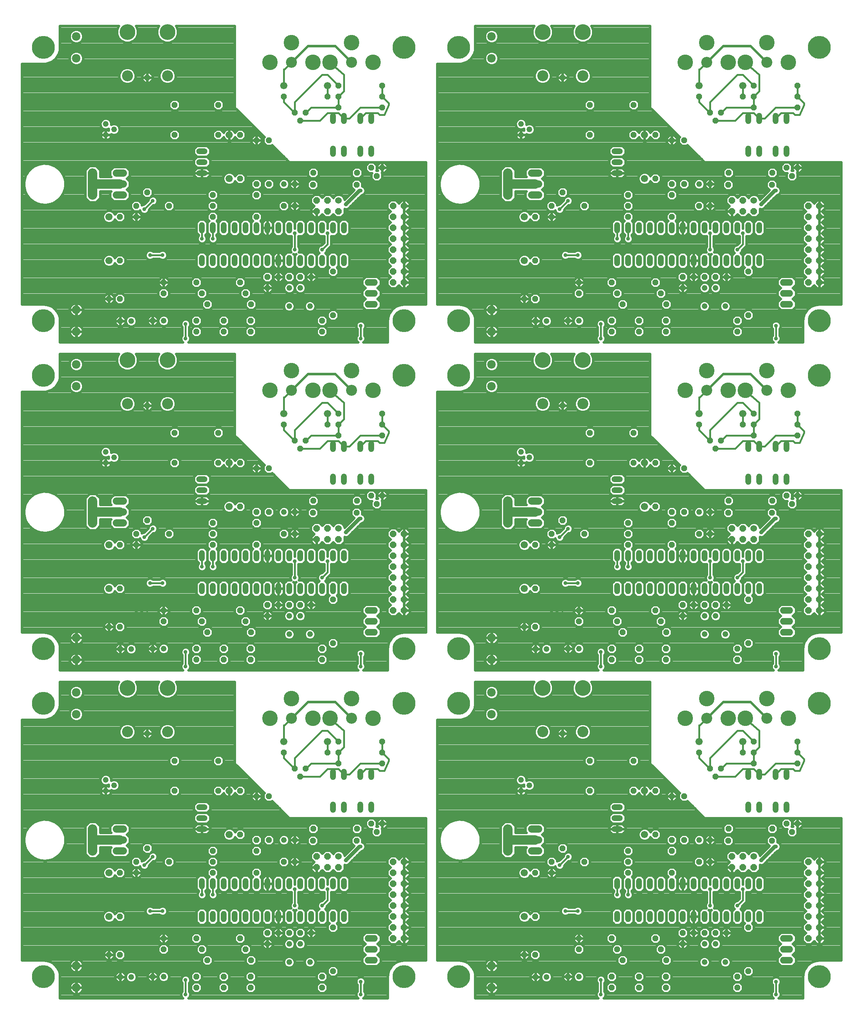
<source format=gbr>
G75*
G70*
%OFA0B0*%
%FSLAX24Y24*%
%IPPOS*%
%LPD*%
%AMOC8*
5,1,8,0,0,1.08239X$1,22.5*
%
%ADD10O,0.0520X0.1040*%
%ADD11OC8,0.0520*%
%ADD12C,0.0520*%
%ADD13O,0.1320X0.0660*%
%ADD14C,0.0600*%
%ADD15OC8,0.0600*%
%ADD16O,0.1040X0.0520*%
%ADD17C,0.0660*%
%ADD18C,0.2100*%
%ADD19C,0.1004*%
%ADD20C,0.1424*%
%ADD21O,0.1200X0.0600*%
%ADD22C,0.1440*%
%ADD23C,0.1005*%
%ADD24C,0.0780*%
%ADD25C,0.0240*%
%ADD26C,0.0360*%
%ADD27C,0.0860*%
%ADD28C,0.0160*%
%ADD29C,0.0320*%
D10*
X028337Y013342D03*
X029337Y013342D03*
X030337Y013342D03*
X031337Y013342D03*
X032337Y013342D03*
X033337Y013342D03*
X034337Y013342D03*
X035337Y013342D03*
X036337Y013342D03*
X037337Y013342D03*
X038337Y013342D03*
X039337Y013342D03*
X040337Y013342D03*
X041337Y013342D03*
X041337Y016342D03*
X040337Y016342D03*
X039337Y016342D03*
X038337Y016342D03*
X037337Y016342D03*
X036337Y016342D03*
X035337Y016342D03*
X034337Y016342D03*
X033337Y016342D03*
X032337Y016342D03*
X031337Y016342D03*
X030337Y016342D03*
X029337Y016342D03*
X028337Y016342D03*
X040337Y023342D03*
X041337Y023342D03*
X042837Y023342D03*
X043837Y023342D03*
X043837Y026342D03*
X042837Y026342D03*
X041337Y026342D03*
X040337Y026342D03*
X040337Y043342D03*
X039337Y043342D03*
X038337Y043342D03*
X037337Y043342D03*
X036337Y043342D03*
X035337Y043342D03*
X034337Y043342D03*
X033337Y043342D03*
X032337Y043342D03*
X031337Y043342D03*
X030337Y043342D03*
X029337Y043342D03*
X028337Y043342D03*
X028337Y046342D03*
X029337Y046342D03*
X030337Y046342D03*
X031337Y046342D03*
X032337Y046342D03*
X033337Y046342D03*
X034337Y046342D03*
X035337Y046342D03*
X036337Y046342D03*
X037337Y046342D03*
X038337Y046342D03*
X039337Y046342D03*
X040337Y046342D03*
X041337Y046342D03*
X041337Y043342D03*
X041337Y053342D03*
X040337Y053342D03*
X042837Y053342D03*
X043837Y053342D03*
X043837Y056342D03*
X042837Y056342D03*
X041337Y056342D03*
X040337Y056342D03*
X040337Y073342D03*
X039337Y073342D03*
X038337Y073342D03*
X037337Y073342D03*
X036337Y073342D03*
X035337Y073342D03*
X034337Y073342D03*
X033337Y073342D03*
X032337Y073342D03*
X031337Y073342D03*
X030337Y073342D03*
X029337Y073342D03*
X028337Y073342D03*
X028337Y076342D03*
X029337Y076342D03*
X030337Y076342D03*
X031337Y076342D03*
X032337Y076342D03*
X033337Y076342D03*
X034337Y076342D03*
X035337Y076342D03*
X036337Y076342D03*
X037337Y076342D03*
X038337Y076342D03*
X039337Y076342D03*
X040337Y076342D03*
X041337Y076342D03*
X041337Y073342D03*
X041337Y083342D03*
X040337Y083342D03*
X042837Y083342D03*
X043837Y083342D03*
X043837Y086342D03*
X042837Y086342D03*
X041337Y086342D03*
X040337Y086342D03*
X066337Y076342D03*
X067337Y076342D03*
X068337Y076342D03*
X069337Y076342D03*
X070337Y076342D03*
X071337Y076342D03*
X072337Y076342D03*
X073337Y076342D03*
X074337Y076342D03*
X075337Y076342D03*
X076337Y076342D03*
X077337Y076342D03*
X078337Y076342D03*
X079337Y076342D03*
X079337Y073342D03*
X078337Y073342D03*
X077337Y073342D03*
X076337Y073342D03*
X075337Y073342D03*
X074337Y073342D03*
X073337Y073342D03*
X072337Y073342D03*
X071337Y073342D03*
X070337Y073342D03*
X069337Y073342D03*
X068337Y073342D03*
X067337Y073342D03*
X066337Y073342D03*
X078337Y083342D03*
X079337Y083342D03*
X080837Y083342D03*
X081837Y083342D03*
X081837Y086342D03*
X080837Y086342D03*
X079337Y086342D03*
X078337Y086342D03*
X078337Y056342D03*
X079337Y056342D03*
X080837Y056342D03*
X081837Y056342D03*
X081837Y053342D03*
X080837Y053342D03*
X079337Y053342D03*
X078337Y053342D03*
X078337Y046342D03*
X077337Y046342D03*
X076337Y046342D03*
X075337Y046342D03*
X074337Y046342D03*
X073337Y046342D03*
X072337Y046342D03*
X071337Y046342D03*
X070337Y046342D03*
X069337Y046342D03*
X068337Y046342D03*
X067337Y046342D03*
X066337Y046342D03*
X066337Y043342D03*
X067337Y043342D03*
X068337Y043342D03*
X069337Y043342D03*
X070337Y043342D03*
X071337Y043342D03*
X072337Y043342D03*
X073337Y043342D03*
X074337Y043342D03*
X075337Y043342D03*
X076337Y043342D03*
X077337Y043342D03*
X078337Y043342D03*
X079337Y043342D03*
X079337Y046342D03*
X079337Y026342D03*
X080837Y026342D03*
X081837Y026342D03*
X081837Y023342D03*
X080837Y023342D03*
X079337Y023342D03*
X078337Y023342D03*
X078337Y026342D03*
X078337Y016342D03*
X077337Y016342D03*
X076337Y016342D03*
X075337Y016342D03*
X074337Y016342D03*
X073337Y016342D03*
X072337Y016342D03*
X071337Y016342D03*
X070337Y016342D03*
X069337Y016342D03*
X068337Y016342D03*
X067337Y016342D03*
X066337Y016342D03*
X066337Y013342D03*
X067337Y013342D03*
X068337Y013342D03*
X069337Y013342D03*
X070337Y013342D03*
X071337Y013342D03*
X072337Y013342D03*
X073337Y013342D03*
X074337Y013342D03*
X075337Y013342D03*
X076337Y013342D03*
X077337Y013342D03*
X078337Y013342D03*
X079337Y013342D03*
X079337Y016342D03*
D11*
X080487Y020292D03*
X080512Y021367D03*
X081837Y021842D03*
X082337Y021092D03*
X082837Y021842D03*
X082837Y027342D03*
X082837Y028342D03*
X082837Y029342D03*
X078837Y029342D03*
X078837Y028342D03*
X077837Y028342D03*
X078837Y027342D03*
X075837Y026892D03*
X075337Y026142D03*
X074837Y026892D03*
X073837Y028342D03*
X072462Y024342D03*
X071337Y024342D03*
X069837Y024842D03*
X067837Y024842D03*
X067837Y027592D03*
X063837Y027592D03*
X063837Y024842D03*
X061337Y019592D03*
X060337Y018342D03*
X060337Y017342D03*
X058837Y017342D03*
X058837Y013342D03*
X058837Y009842D03*
X057837Y009842D03*
X058862Y007817D03*
X061837Y007842D03*
X062837Y010342D03*
X062837Y011342D03*
X065837Y011342D03*
X066337Y010342D03*
X066837Y009342D03*
X065837Y007842D03*
X065837Y006842D03*
X068337Y006842D03*
X068337Y007842D03*
X070787Y007842D03*
X070787Y006842D03*
X070837Y009342D03*
X070337Y010342D03*
X069837Y011342D03*
X072337Y011842D03*
X072337Y010842D03*
X073337Y011842D03*
X074337Y011842D03*
X075337Y011842D03*
X076337Y011842D03*
X078337Y012342D03*
X078337Y008342D03*
X077337Y007842D03*
X077337Y006842D03*
X071337Y017342D03*
X071337Y019342D03*
X071337Y020342D03*
X072462Y020342D03*
X073837Y018342D03*
X074837Y018342D03*
X074837Y020342D03*
X076487Y020292D03*
X076512Y021367D03*
X069837Y020842D03*
X067337Y019342D03*
X067337Y018342D03*
X067337Y017342D03*
X063337Y018342D03*
X061337Y030092D03*
X065837Y036842D03*
X065837Y037842D03*
X066837Y039342D03*
X066337Y040342D03*
X065837Y041342D03*
X062837Y041342D03*
X062837Y040342D03*
X061837Y037842D03*
X058862Y037817D03*
X058837Y039842D03*
X057837Y039842D03*
X058837Y043342D03*
X058837Y047342D03*
X060337Y047342D03*
X060337Y048342D03*
X061337Y049592D03*
X063337Y048342D03*
X067337Y048342D03*
X067337Y049342D03*
X067337Y047342D03*
X069837Y050842D03*
X071337Y050342D03*
X071337Y049342D03*
X072462Y050342D03*
X073837Y048342D03*
X074837Y048342D03*
X074837Y050342D03*
X076487Y050292D03*
X076512Y051367D03*
X072462Y054342D03*
X071337Y054342D03*
X069837Y054842D03*
X067837Y054842D03*
X067837Y057592D03*
X063837Y057592D03*
X063837Y054842D03*
X061337Y060092D03*
X065837Y066842D03*
X065837Y067842D03*
X066837Y069342D03*
X066337Y070342D03*
X065837Y071342D03*
X062837Y071342D03*
X062837Y070342D03*
X061837Y067842D03*
X058862Y067817D03*
X058837Y069842D03*
X057837Y069842D03*
X058837Y073342D03*
X058837Y077342D03*
X060337Y077342D03*
X060337Y078342D03*
X061337Y079592D03*
X063337Y078342D03*
X067337Y078342D03*
X067337Y079342D03*
X067337Y077342D03*
X069837Y080842D03*
X071337Y080342D03*
X071337Y079342D03*
X072462Y080342D03*
X073837Y078342D03*
X074837Y078342D03*
X074837Y080342D03*
X076487Y080292D03*
X076512Y081367D03*
X072462Y084342D03*
X071337Y084342D03*
X069837Y084842D03*
X067837Y084842D03*
X067837Y087592D03*
X063837Y087592D03*
X063837Y084842D03*
X061337Y090092D03*
X071337Y077342D03*
X072337Y071842D03*
X072337Y070842D03*
X073337Y071842D03*
X074337Y071842D03*
X075337Y071842D03*
X076337Y071842D03*
X078337Y072342D03*
X078337Y068342D03*
X077337Y067842D03*
X077337Y066842D03*
X070787Y066842D03*
X070787Y067842D03*
X070837Y069342D03*
X070337Y070342D03*
X069837Y071342D03*
X068337Y067842D03*
X068337Y066842D03*
X073837Y058342D03*
X074837Y056892D03*
X075337Y056142D03*
X075837Y056892D03*
X077837Y058342D03*
X078837Y058342D03*
X078837Y059342D03*
X078837Y057342D03*
X082837Y057342D03*
X082837Y058342D03*
X082837Y059342D03*
X082837Y051842D03*
X082337Y051092D03*
X081837Y051842D03*
X080512Y051367D03*
X080487Y050292D03*
X078337Y042342D03*
X076337Y041842D03*
X075337Y041842D03*
X074337Y041842D03*
X073337Y041842D03*
X072337Y041842D03*
X072337Y040842D03*
X070837Y039342D03*
X070337Y040342D03*
X069837Y041342D03*
X070787Y037842D03*
X070787Y036842D03*
X068337Y036842D03*
X068337Y037842D03*
X071337Y047342D03*
X077337Y037842D03*
X077337Y036842D03*
X078337Y038342D03*
X044837Y029342D03*
X044837Y028342D03*
X044837Y027342D03*
X040837Y027342D03*
X040837Y028342D03*
X039837Y028342D03*
X040837Y029342D03*
X037837Y026892D03*
X037337Y026142D03*
X036837Y026892D03*
X035837Y028342D03*
X034462Y024342D03*
X033337Y024342D03*
X031837Y024842D03*
X029837Y024842D03*
X029837Y027592D03*
X025837Y027592D03*
X025837Y024842D03*
X023337Y019592D03*
X022337Y018342D03*
X022337Y017342D03*
X020837Y017342D03*
X020837Y013342D03*
X020837Y009842D03*
X019837Y009842D03*
X020862Y007817D03*
X023837Y007842D03*
X024837Y010342D03*
X024837Y011342D03*
X027837Y011342D03*
X028337Y010342D03*
X028837Y009342D03*
X027837Y007842D03*
X027837Y006842D03*
X030337Y006842D03*
X030337Y007842D03*
X032787Y007842D03*
X032787Y006842D03*
X032837Y009342D03*
X032337Y010342D03*
X031837Y011342D03*
X034337Y011842D03*
X034337Y010842D03*
X035337Y011842D03*
X036337Y011842D03*
X037337Y011842D03*
X038337Y011842D03*
X040337Y012342D03*
X040337Y008342D03*
X039337Y007842D03*
X039337Y006842D03*
X033337Y017342D03*
X033337Y019342D03*
X033337Y020342D03*
X034462Y020342D03*
X035837Y018342D03*
X036837Y018342D03*
X036837Y020342D03*
X038487Y020292D03*
X038512Y021367D03*
X042512Y021367D03*
X042487Y020292D03*
X044337Y021092D03*
X043837Y021842D03*
X044837Y021842D03*
X031837Y020842D03*
X029337Y019342D03*
X029337Y018342D03*
X029337Y017342D03*
X025337Y018342D03*
X023337Y030092D03*
X027837Y036842D03*
X027837Y037842D03*
X028837Y039342D03*
X028337Y040342D03*
X027837Y041342D03*
X030337Y037842D03*
X030337Y036842D03*
X032787Y036842D03*
X032787Y037842D03*
X032837Y039342D03*
X032337Y040342D03*
X031837Y041342D03*
X034337Y041842D03*
X034337Y040842D03*
X035337Y041842D03*
X036337Y041842D03*
X037337Y041842D03*
X038337Y041842D03*
X040337Y042342D03*
X040337Y038342D03*
X039337Y037842D03*
X039337Y036842D03*
X033337Y047342D03*
X033337Y049342D03*
X033337Y050342D03*
X034462Y050342D03*
X035837Y048342D03*
X036837Y048342D03*
X036837Y050342D03*
X038487Y050292D03*
X038512Y051367D03*
X042512Y051367D03*
X042487Y050292D03*
X044337Y051092D03*
X043837Y051842D03*
X044837Y051842D03*
X044837Y057342D03*
X044837Y058342D03*
X044837Y059342D03*
X040837Y059342D03*
X040837Y058342D03*
X039837Y058342D03*
X040837Y057342D03*
X037837Y056892D03*
X037337Y056142D03*
X036837Y056892D03*
X035837Y058342D03*
X034462Y054342D03*
X033337Y054342D03*
X031837Y054842D03*
X029837Y054842D03*
X029837Y057592D03*
X025837Y057592D03*
X025837Y054842D03*
X023337Y060092D03*
X027837Y066842D03*
X027837Y067842D03*
X028837Y069342D03*
X028337Y070342D03*
X027837Y071342D03*
X030337Y067842D03*
X030337Y066842D03*
X032787Y066842D03*
X032787Y067842D03*
X032837Y069342D03*
X032337Y070342D03*
X031837Y071342D03*
X034337Y071842D03*
X034337Y070842D03*
X035337Y071842D03*
X036337Y071842D03*
X037337Y071842D03*
X038337Y071842D03*
X040337Y072342D03*
X040337Y068342D03*
X039337Y067842D03*
X039337Y066842D03*
X033337Y077342D03*
X033337Y079342D03*
X033337Y080342D03*
X034462Y080342D03*
X035837Y078342D03*
X036837Y078342D03*
X036837Y080342D03*
X038487Y080292D03*
X038512Y081367D03*
X042512Y081367D03*
X042487Y080292D03*
X044337Y081092D03*
X043837Y081842D03*
X044837Y081842D03*
X044837Y087342D03*
X044837Y088342D03*
X044837Y089342D03*
X040837Y089342D03*
X040837Y088342D03*
X039837Y088342D03*
X040837Y087342D03*
X037837Y086892D03*
X037337Y086142D03*
X036837Y086892D03*
X035837Y088342D03*
X034462Y084342D03*
X033337Y084342D03*
X031837Y084842D03*
X029837Y084842D03*
X029837Y087592D03*
X025837Y087592D03*
X025837Y084842D03*
X023337Y090092D03*
X031837Y080842D03*
X029337Y079342D03*
X029337Y078342D03*
X029337Y077342D03*
X025337Y078342D03*
X023337Y079592D03*
X022337Y078342D03*
X022337Y077342D03*
X020837Y077342D03*
X020837Y073342D03*
X020837Y069842D03*
X019837Y069842D03*
X020862Y067817D03*
X023837Y067842D03*
X024837Y070342D03*
X024837Y071342D03*
X031837Y050842D03*
X029337Y049342D03*
X029337Y048342D03*
X029337Y047342D03*
X025337Y048342D03*
X023337Y049592D03*
X022337Y048342D03*
X022337Y047342D03*
X020837Y047342D03*
X020837Y043342D03*
X020837Y039842D03*
X019837Y039842D03*
X020862Y037817D03*
X023837Y037842D03*
X024837Y040342D03*
X024837Y041342D03*
X073837Y088342D03*
X074837Y086892D03*
X075337Y086142D03*
X075837Y086892D03*
X077837Y088342D03*
X078837Y088342D03*
X078837Y089342D03*
X078837Y087342D03*
X082837Y087342D03*
X082837Y088342D03*
X082837Y089342D03*
X082837Y081842D03*
X082337Y081092D03*
X081837Y081842D03*
X080512Y081367D03*
X080487Y080292D03*
D12*
X073837Y080342D03*
X074337Y070842D03*
X075337Y070842D03*
X076212Y069167D03*
X074312Y069167D03*
X062837Y067842D03*
X059862Y067817D03*
X057537Y055842D03*
X058287Y055342D03*
X057537Y054842D03*
X059862Y037817D03*
X062837Y037842D03*
X073837Y050342D03*
X074337Y040842D03*
X075337Y040842D03*
X076212Y039167D03*
X074312Y039167D03*
X058287Y025342D03*
X057537Y025842D03*
X057537Y024842D03*
X059862Y007817D03*
X062837Y007842D03*
X074312Y009167D03*
X074337Y010842D03*
X075337Y010842D03*
X076212Y009167D03*
X073837Y020342D03*
X038212Y009167D03*
X037337Y010842D03*
X036337Y010842D03*
X036312Y009167D03*
X035837Y020342D03*
X024837Y007842D03*
X021862Y007817D03*
X019537Y024842D03*
X020287Y025342D03*
X019537Y025842D03*
X021862Y037817D03*
X024837Y037842D03*
X036312Y039167D03*
X036337Y040842D03*
X037337Y040842D03*
X038212Y039167D03*
X035837Y050342D03*
X020287Y055342D03*
X019537Y055842D03*
X019537Y054842D03*
X021862Y067817D03*
X024837Y067842D03*
X036312Y069167D03*
X036337Y070842D03*
X037337Y070842D03*
X038212Y069167D03*
X035837Y080342D03*
X020287Y085342D03*
X019537Y085842D03*
X019537Y084842D03*
X057537Y084842D03*
X058287Y085342D03*
X057537Y085842D03*
D13*
X058837Y081342D03*
X058837Y080342D03*
X058837Y079342D03*
X058837Y051342D03*
X058837Y050342D03*
X058837Y049342D03*
X058837Y021342D03*
X058837Y020342D03*
X058837Y019342D03*
X020837Y019342D03*
X020837Y020342D03*
X020837Y021342D03*
X020837Y049342D03*
X020837Y050342D03*
X020837Y051342D03*
X020837Y079342D03*
X020837Y080342D03*
X020837Y081342D03*
D14*
X040837Y078842D03*
X040837Y048842D03*
X040837Y018842D03*
X078837Y018842D03*
X078837Y048842D03*
X078837Y078842D03*
D15*
X077837Y078842D03*
X076837Y078842D03*
X076837Y077842D03*
X077837Y077842D03*
X078837Y077842D03*
X083837Y078342D03*
X083837Y077342D03*
X083837Y076342D03*
X083837Y075342D03*
X083837Y074342D03*
X083837Y073342D03*
X083837Y072342D03*
X083837Y071342D03*
X084837Y071342D03*
X084837Y072342D03*
X084837Y073342D03*
X084837Y074342D03*
X084837Y075342D03*
X084837Y076342D03*
X084837Y077342D03*
X084837Y078342D03*
X077837Y048842D03*
X076837Y048842D03*
X076837Y047842D03*
X077837Y047842D03*
X078837Y047842D03*
X083837Y048342D03*
X083837Y047342D03*
X083837Y046342D03*
X083837Y045342D03*
X083837Y044342D03*
X083837Y043342D03*
X083837Y042342D03*
X083837Y041342D03*
X084837Y041342D03*
X084837Y042342D03*
X084837Y043342D03*
X084837Y044342D03*
X084837Y045342D03*
X084837Y046342D03*
X084837Y047342D03*
X084837Y048342D03*
X084837Y018342D03*
X083837Y018342D03*
X083837Y017342D03*
X083837Y016342D03*
X083837Y015342D03*
X083837Y014342D03*
X083837Y013342D03*
X083837Y012342D03*
X083837Y011342D03*
X084837Y011342D03*
X084837Y012342D03*
X084837Y013342D03*
X084837Y014342D03*
X084837Y015342D03*
X084837Y016342D03*
X084837Y017342D03*
X078837Y017842D03*
X077837Y017842D03*
X076837Y017842D03*
X076837Y018842D03*
X077837Y018842D03*
X046837Y018342D03*
X045837Y018342D03*
X045837Y017342D03*
X045837Y016342D03*
X045837Y015342D03*
X045837Y014342D03*
X045837Y013342D03*
X045837Y012342D03*
X045837Y011342D03*
X046837Y011342D03*
X046837Y012342D03*
X046837Y013342D03*
X046837Y014342D03*
X046837Y015342D03*
X046837Y016342D03*
X046837Y017342D03*
X040837Y017842D03*
X039837Y017842D03*
X038837Y017842D03*
X038837Y018842D03*
X039837Y018842D03*
X045837Y041342D03*
X045837Y042342D03*
X045837Y043342D03*
X045837Y044342D03*
X045837Y045342D03*
X045837Y046342D03*
X045837Y047342D03*
X045837Y048342D03*
X046837Y048342D03*
X046837Y047342D03*
X046837Y046342D03*
X046837Y045342D03*
X046837Y044342D03*
X046837Y043342D03*
X046837Y042342D03*
X046837Y041342D03*
X040837Y047842D03*
X039837Y047842D03*
X038837Y047842D03*
X038837Y048842D03*
X039837Y048842D03*
X045837Y071342D03*
X045837Y072342D03*
X045837Y073342D03*
X045837Y074342D03*
X045837Y075342D03*
X045837Y076342D03*
X045837Y077342D03*
X045837Y078342D03*
X046837Y078342D03*
X046837Y077342D03*
X046837Y076342D03*
X046837Y075342D03*
X046837Y074342D03*
X046837Y073342D03*
X046837Y072342D03*
X046837Y071342D03*
X040837Y077842D03*
X039837Y077842D03*
X038837Y077842D03*
X038837Y078842D03*
X039837Y078842D03*
D16*
X028337Y081342D03*
X028337Y082342D03*
X028337Y083342D03*
X028337Y053342D03*
X028337Y052342D03*
X028337Y051342D03*
X028337Y023342D03*
X028337Y022342D03*
X028337Y021342D03*
X066337Y021342D03*
X066337Y022342D03*
X066337Y023342D03*
X066337Y051342D03*
X066337Y052342D03*
X066337Y053342D03*
X066337Y081342D03*
X066337Y082342D03*
X066337Y083342D03*
D17*
X068837Y084842D03*
X068837Y080842D03*
X073837Y089342D03*
X077837Y089342D03*
X057837Y077342D03*
X057837Y073342D03*
X073837Y059342D03*
X077837Y059342D03*
X068837Y054842D03*
X068837Y050842D03*
X057837Y047342D03*
X057837Y043342D03*
X073837Y029342D03*
X077837Y029342D03*
X068837Y024842D03*
X068837Y020842D03*
X057837Y017342D03*
X057837Y013342D03*
X039837Y029342D03*
X035837Y029342D03*
X030837Y024842D03*
X030837Y020842D03*
X019837Y017342D03*
X019837Y013342D03*
X019837Y043342D03*
X019837Y047342D03*
X030837Y050842D03*
X030837Y054842D03*
X035837Y059342D03*
X039837Y059342D03*
X030837Y080842D03*
X030837Y084842D03*
X035837Y089342D03*
X039837Y089342D03*
X019837Y077342D03*
X019837Y073342D03*
D18*
X013837Y067842D03*
X013837Y062842D03*
X013837Y037842D03*
X013837Y032842D03*
X013837Y007842D03*
X046837Y007842D03*
X051837Y007842D03*
X051837Y032842D03*
X051837Y037842D03*
X046837Y037842D03*
X046837Y032842D03*
X046837Y062842D03*
X046837Y067842D03*
X051837Y067842D03*
X051837Y062842D03*
X051837Y092842D03*
X046837Y092842D03*
X013837Y092842D03*
X084837Y092842D03*
X084837Y067842D03*
X084837Y062842D03*
X084837Y037842D03*
X084837Y032842D03*
X084837Y007842D03*
D19*
X080037Y031492D03*
X074537Y031492D03*
X074537Y061492D03*
X080037Y061492D03*
X080037Y091492D03*
X074537Y091492D03*
X042037Y091492D03*
X036537Y091492D03*
X036537Y061492D03*
X042037Y061492D03*
X042037Y031492D03*
X036537Y031492D03*
D20*
X036537Y033263D03*
X038506Y031492D03*
X040069Y031492D03*
X042037Y033263D03*
X044006Y031492D03*
X034569Y031492D03*
X034569Y061492D03*
X036537Y063263D03*
X038506Y061492D03*
X040069Y061492D03*
X042037Y063263D03*
X044006Y061492D03*
X044006Y091492D03*
X042037Y093263D03*
X040069Y091492D03*
X038506Y091492D03*
X036537Y093263D03*
X034569Y091492D03*
X072569Y091492D03*
X074537Y093263D03*
X076506Y091492D03*
X078069Y091492D03*
X080037Y093263D03*
X082006Y091492D03*
X080037Y063263D03*
X078069Y061492D03*
X076506Y061492D03*
X074537Y063263D03*
X072569Y061492D03*
X082006Y061492D03*
X080037Y033263D03*
X078069Y031492D03*
X076506Y031492D03*
X074537Y033263D03*
X072569Y031492D03*
X082006Y031492D03*
D21*
X081837Y039342D03*
X081837Y040342D03*
X081837Y041342D03*
X081837Y069342D03*
X081837Y070342D03*
X081837Y071342D03*
X043837Y071342D03*
X043837Y070342D03*
X043837Y069342D03*
X043837Y041342D03*
X043837Y040342D03*
X043837Y039342D03*
X043837Y011342D03*
X043837Y010342D03*
X043837Y009342D03*
X081837Y009342D03*
X081837Y010342D03*
X081837Y011342D03*
D22*
X063177Y034242D03*
X059507Y034242D03*
X059507Y064242D03*
X063177Y064242D03*
X063177Y094242D03*
X059507Y094242D03*
X025177Y094242D03*
X021507Y094242D03*
X021507Y064242D03*
X025177Y064242D03*
X025177Y034242D03*
X021507Y034242D03*
D23*
X021507Y030242D03*
X025177Y030242D03*
X025177Y060242D03*
X021507Y060242D03*
X021507Y090242D03*
X025177Y090242D03*
X059507Y090242D03*
X063177Y090242D03*
X063177Y060242D03*
X059507Y060242D03*
X059507Y030242D03*
X063177Y030242D03*
D24*
X054837Y031842D03*
X054837Y033842D03*
X054837Y036842D03*
X054837Y038842D03*
X054837Y061842D03*
X054837Y063842D03*
X054837Y066842D03*
X054837Y068842D03*
X054837Y091842D03*
X054837Y093842D03*
X016837Y093842D03*
X016837Y091842D03*
X016837Y068842D03*
X016837Y066842D03*
X016837Y063842D03*
X016837Y061842D03*
X016837Y038842D03*
X016837Y036842D03*
X016837Y033842D03*
X016837Y031842D03*
X016837Y008842D03*
X016837Y006842D03*
X054837Y006842D03*
X054837Y008842D03*
D25*
X011857Y009342D02*
X011857Y031342D01*
X013837Y031342D01*
X014051Y031357D01*
X014260Y031402D01*
X014460Y031477D01*
X014648Y031580D01*
X014820Y031708D01*
X014971Y031859D01*
X015099Y032031D01*
X015202Y032219D01*
X015277Y032419D01*
X015322Y032628D01*
X015337Y032842D01*
X015337Y034822D01*
X020730Y034822D01*
X020693Y034786D01*
X020547Y034433D01*
X020547Y034051D01*
X020693Y033698D01*
X020964Y033428D01*
X021316Y033282D01*
X021698Y033282D01*
X022051Y033428D01*
X022321Y033698D01*
X022467Y034051D01*
X022467Y034433D01*
X022321Y034786D01*
X022285Y034822D01*
X024400Y034822D01*
X024363Y034786D01*
X024217Y034433D01*
X024217Y034051D01*
X024363Y033698D01*
X024634Y033428D01*
X024986Y033282D01*
X025368Y033282D01*
X025721Y033428D01*
X025991Y033698D01*
X026137Y034051D01*
X026137Y034433D01*
X025991Y034786D01*
X025955Y034822D01*
X031337Y034822D01*
X031337Y027342D01*
X034046Y024633D01*
X033962Y024549D01*
X033962Y024135D01*
X034255Y023842D01*
X034669Y023842D01*
X034753Y023926D01*
X036337Y022342D01*
X048817Y022342D01*
X048817Y009342D01*
X046837Y009342D01*
X046624Y009326D01*
X046415Y009281D01*
X046214Y009206D01*
X046026Y009104D01*
X045855Y008975D01*
X045704Y008824D01*
X045575Y008653D01*
X045473Y008465D01*
X045398Y008264D01*
X045353Y008055D01*
X045337Y007842D01*
X045337Y005862D01*
X043101Y005862D01*
X043218Y005979D01*
X043282Y006133D01*
X043282Y006300D01*
X043218Y006455D01*
X043182Y006491D01*
X043182Y007118D01*
X043218Y007154D01*
X043282Y007308D01*
X043282Y007475D01*
X043218Y007630D01*
X043100Y007748D01*
X042946Y007812D01*
X042779Y007812D01*
X042624Y007748D01*
X042506Y007630D01*
X042442Y007475D01*
X042442Y007308D01*
X042506Y007154D01*
X042542Y007118D01*
X042542Y006491D01*
X042506Y006455D01*
X042442Y006300D01*
X042442Y006133D01*
X042506Y005979D01*
X042623Y005862D01*
X027076Y005862D01*
X027193Y005979D01*
X027257Y006133D01*
X027257Y006300D01*
X027193Y006455D01*
X027157Y006491D01*
X027157Y007268D01*
X027193Y007304D01*
X027257Y007458D01*
X027257Y007625D01*
X027193Y007780D01*
X027075Y007898D01*
X026921Y007962D01*
X026754Y007962D01*
X026599Y007898D01*
X026481Y007780D01*
X026417Y007625D01*
X026417Y007458D01*
X026481Y007304D01*
X026517Y007268D01*
X026517Y006491D01*
X026481Y006455D01*
X026417Y006300D01*
X026417Y006133D01*
X026481Y005979D01*
X026598Y005862D01*
X015337Y005862D01*
X015337Y007842D01*
X015322Y008055D01*
X015277Y008264D01*
X015202Y008465D01*
X015099Y008653D01*
X014971Y008824D01*
X014820Y008975D01*
X014648Y009104D01*
X014460Y009206D01*
X014260Y009281D01*
X014051Y009326D01*
X013837Y009342D01*
X011857Y009342D01*
X011857Y009397D02*
X016584Y009397D01*
X016492Y009359D02*
X016320Y009187D01*
X016227Y008963D01*
X016227Y008852D01*
X016827Y008852D01*
X016827Y009452D01*
X016716Y009452D01*
X016492Y009359D01*
X016308Y009158D02*
X014548Y009158D01*
X014875Y008920D02*
X016227Y008920D01*
X016227Y008832D02*
X016227Y008720D01*
X016320Y008496D01*
X016492Y008325D01*
X016716Y008232D01*
X016827Y008232D01*
X016827Y008831D01*
X016847Y008831D01*
X016847Y008232D01*
X016959Y008232D01*
X017183Y008325D01*
X017354Y008496D01*
X017447Y008720D01*
X017447Y008832D01*
X016848Y008832D01*
X016848Y008852D01*
X017447Y008852D01*
X017447Y008963D01*
X017354Y009187D01*
X017183Y009359D01*
X016959Y009452D01*
X016847Y009452D01*
X016847Y008852D01*
X016827Y008852D01*
X016827Y008832D01*
X016227Y008832D01*
X016243Y008681D02*
X015078Y008681D01*
X015210Y008443D02*
X016374Y008443D01*
X016827Y008443D02*
X016847Y008443D01*
X016827Y008681D02*
X016847Y008681D01*
X016827Y008920D02*
X016847Y008920D01*
X016827Y009158D02*
X016847Y009158D01*
X016827Y009397D02*
X016847Y009397D01*
X017091Y009397D02*
X019603Y009397D01*
X019639Y009362D02*
X019837Y009362D01*
X019837Y009841D01*
X019837Y009841D01*
X019357Y009841D01*
X019357Y009643D01*
X019639Y009362D01*
X019837Y009362D02*
X020036Y009362D01*
X020317Y009643D01*
X020317Y009841D01*
X019838Y009841D01*
X019838Y009842D01*
X020317Y009842D01*
X020317Y010041D01*
X020036Y010322D01*
X019837Y010322D01*
X019639Y010322D01*
X019357Y010041D01*
X019357Y009842D01*
X019837Y009842D01*
X019837Y010322D01*
X019837Y009842D01*
X019837Y009842D01*
X019837Y009841D01*
X019837Y009362D01*
X019837Y009397D02*
X019837Y009397D01*
X020071Y009397D02*
X020575Y009397D01*
X020630Y009342D02*
X021044Y009342D01*
X021337Y009635D01*
X021337Y010049D01*
X021044Y010342D01*
X020630Y010342D01*
X020337Y010049D01*
X020337Y009635D01*
X020630Y009342D01*
X020337Y009636D02*
X020310Y009636D01*
X020317Y009874D02*
X020337Y009874D01*
X020401Y010113D02*
X020245Y010113D01*
X019837Y010113D02*
X019837Y010113D01*
X019837Y009874D02*
X019837Y009874D01*
X019837Y009636D02*
X019837Y009636D01*
X019365Y009636D02*
X011857Y009636D01*
X011857Y009874D02*
X019357Y009874D01*
X019429Y010113D02*
X011857Y010113D01*
X011857Y010351D02*
X024337Y010351D01*
X024337Y010549D02*
X024337Y010135D01*
X024630Y009842D01*
X025044Y009842D01*
X025337Y010135D01*
X025337Y010549D01*
X025044Y010842D01*
X024630Y010842D01*
X024337Y010549D01*
X024378Y010590D02*
X011857Y010590D01*
X011857Y010828D02*
X024617Y010828D01*
X024639Y010862D02*
X024357Y011143D01*
X024357Y011341D01*
X024837Y011341D01*
X024837Y011341D01*
X024837Y010862D01*
X024639Y010862D01*
X024837Y010862D02*
X025036Y010862D01*
X025317Y011143D01*
X025317Y011341D01*
X024838Y011341D01*
X024838Y011342D01*
X025317Y011342D01*
X025317Y011541D01*
X025036Y011822D01*
X024837Y011822D01*
X024639Y011822D01*
X024357Y011541D01*
X024357Y011342D01*
X024837Y011342D01*
X024837Y011822D01*
X024837Y011342D01*
X024837Y011342D01*
X024837Y011341D01*
X024837Y010862D01*
X024837Y011067D02*
X024837Y011067D01*
X024837Y011305D02*
X024837Y011305D01*
X024837Y011544D02*
X024837Y011544D01*
X024837Y011782D02*
X024837Y011782D01*
X024599Y011782D02*
X011857Y011782D01*
X011857Y011544D02*
X024361Y011544D01*
X024357Y011305D02*
X011857Y011305D01*
X011857Y011067D02*
X024433Y011067D01*
X025058Y010828D02*
X028117Y010828D01*
X028130Y010842D02*
X027837Y010549D01*
X027837Y010135D01*
X028130Y009842D01*
X028544Y009842D01*
X028837Y010135D01*
X028837Y010549D01*
X028544Y010842D01*
X028130Y010842D01*
X028044Y010842D02*
X028337Y011135D01*
X028337Y011549D01*
X028044Y011842D01*
X027630Y011842D01*
X027337Y011549D01*
X027337Y011135D01*
X027630Y010842D01*
X028044Y010842D01*
X027878Y010590D02*
X025296Y010590D01*
X025337Y010351D02*
X027837Y010351D01*
X027859Y010113D02*
X025315Y010113D01*
X025077Y009874D02*
X028098Y009874D01*
X028337Y009549D02*
X028337Y009135D01*
X028630Y008842D01*
X029044Y008842D01*
X029337Y009135D01*
X029337Y009549D01*
X029044Y009842D01*
X028630Y009842D01*
X028337Y009549D01*
X028424Y009636D02*
X021337Y009636D01*
X021337Y009874D02*
X024598Y009874D01*
X024359Y010113D02*
X021274Y010113D01*
X021100Y009397D02*
X028337Y009397D01*
X028337Y009158D02*
X017366Y009158D01*
X017447Y008920D02*
X028552Y008920D01*
X029123Y008920D02*
X032552Y008920D01*
X032630Y008842D02*
X033044Y008842D01*
X033337Y009135D01*
X033337Y009549D01*
X033044Y009842D01*
X032630Y009842D01*
X032337Y009549D01*
X032337Y009135D01*
X032630Y008842D01*
X032337Y009158D02*
X029337Y009158D01*
X029337Y009397D02*
X032337Y009397D01*
X032424Y009636D02*
X029251Y009636D01*
X028815Y010113D02*
X031859Y010113D01*
X031837Y010135D02*
X032130Y009842D01*
X032544Y009842D01*
X032837Y010135D01*
X032837Y010549D01*
X032544Y010842D01*
X032130Y010842D01*
X031837Y010549D01*
X031837Y010135D01*
X031837Y010351D02*
X028837Y010351D01*
X028796Y010590D02*
X031878Y010590D01*
X032044Y010842D02*
X032337Y011135D01*
X032337Y011549D01*
X032044Y011842D01*
X031630Y011842D01*
X031337Y011549D01*
X031337Y011135D01*
X031630Y010842D01*
X032044Y010842D01*
X032117Y010828D02*
X028558Y010828D01*
X028269Y011067D02*
X031405Y011067D01*
X031337Y011305D02*
X028337Y011305D01*
X028337Y011544D02*
X031337Y011544D01*
X031571Y011782D02*
X028104Y011782D01*
X027571Y011782D02*
X025075Y011782D01*
X025314Y011544D02*
X027337Y011544D01*
X027337Y011305D02*
X025317Y011305D01*
X025241Y011067D02*
X027405Y011067D01*
X028130Y012582D02*
X028544Y012582D01*
X028837Y012875D01*
X028837Y013809D01*
X028544Y014102D01*
X028130Y014102D01*
X027837Y013809D01*
X027837Y012875D01*
X028130Y012582D01*
X027975Y012737D02*
X011857Y012737D01*
X011857Y012975D02*
X019398Y012975D01*
X019354Y013019D02*
X019514Y012859D01*
X019724Y012772D01*
X019951Y012772D01*
X020160Y012859D01*
X020321Y013019D01*
X020359Y013113D01*
X020630Y012842D01*
X021044Y012842D01*
X021337Y013135D01*
X021337Y013549D01*
X021044Y013842D01*
X020630Y013842D01*
X020359Y013571D01*
X020321Y013665D01*
X020160Y013825D01*
X019951Y013912D01*
X019724Y013912D01*
X019514Y013825D01*
X019354Y013665D01*
X019267Y013455D01*
X019267Y013228D01*
X019354Y013019D01*
X019273Y013214D02*
X011857Y013214D01*
X011857Y013452D02*
X019267Y013452D01*
X019380Y013691D02*
X011857Y013691D01*
X011857Y013929D02*
X023169Y013929D01*
X023167Y013925D02*
X023231Y014080D01*
X023349Y014198D01*
X023504Y014262D01*
X023671Y014262D01*
X023825Y014198D01*
X023861Y014162D01*
X024463Y014162D01*
X024499Y014198D01*
X024654Y014262D01*
X024821Y014262D01*
X024975Y014198D01*
X025093Y014080D01*
X025157Y013925D01*
X025157Y013758D01*
X025093Y013604D01*
X024975Y013486D01*
X024821Y013422D01*
X024654Y013422D01*
X024499Y013486D01*
X024463Y013522D01*
X023861Y013522D01*
X023825Y013486D01*
X023671Y013422D01*
X023504Y013422D01*
X023349Y013486D01*
X023231Y013604D01*
X023167Y013758D01*
X023167Y013925D01*
X023195Y013691D02*
X021195Y013691D01*
X021337Y013452D02*
X023430Y013452D01*
X023744Y013452D02*
X024580Y013452D01*
X024894Y013452D02*
X027837Y013452D01*
X027837Y013214D02*
X021337Y013214D01*
X021178Y012975D02*
X027837Y012975D01*
X027837Y013691D02*
X025129Y013691D01*
X025156Y013929D02*
X027958Y013929D01*
X028717Y013929D02*
X028958Y013929D01*
X028837Y013809D02*
X029130Y014102D01*
X029544Y014102D01*
X029837Y013809D01*
X029837Y012875D01*
X029544Y012582D01*
X029130Y012582D01*
X028837Y012875D01*
X028837Y013809D01*
X028837Y013691D02*
X028837Y013691D01*
X028837Y013452D02*
X028837Y013452D01*
X028837Y013214D02*
X028837Y013214D01*
X028837Y012975D02*
X028837Y012975D01*
X028699Y012737D02*
X028975Y012737D01*
X029699Y012737D02*
X029975Y012737D01*
X029837Y012875D02*
X030130Y012582D01*
X030544Y012582D01*
X030837Y012875D01*
X030837Y013809D01*
X030544Y014102D01*
X030130Y014102D01*
X029837Y013809D01*
X029837Y012875D01*
X029837Y012975D02*
X029837Y012975D01*
X029837Y013214D02*
X029837Y013214D01*
X029837Y013452D02*
X029837Y013452D01*
X029837Y013691D02*
X029837Y013691D01*
X029717Y013929D02*
X029958Y013929D01*
X030717Y013929D02*
X030958Y013929D01*
X030837Y013809D02*
X031130Y014102D01*
X031544Y014102D01*
X031837Y013809D01*
X031837Y012875D01*
X031544Y012582D01*
X031130Y012582D01*
X030837Y012875D01*
X030837Y013809D01*
X030837Y013691D02*
X030837Y013691D01*
X030837Y013452D02*
X030837Y013452D01*
X030837Y013214D02*
X030837Y013214D01*
X030837Y012975D02*
X030837Y012975D01*
X030699Y012737D02*
X030975Y012737D01*
X031699Y012737D02*
X031975Y012737D01*
X031837Y012875D02*
X032130Y012582D01*
X032544Y012582D01*
X032837Y012875D01*
X032837Y013809D01*
X032544Y014102D01*
X032130Y014102D01*
X031837Y013809D01*
X031837Y012875D01*
X031837Y012975D02*
X031837Y012975D01*
X031837Y013214D02*
X031837Y013214D01*
X031837Y013452D02*
X031837Y013452D01*
X031837Y013691D02*
X031837Y013691D01*
X031717Y013929D02*
X031958Y013929D01*
X032717Y013929D02*
X032958Y013929D01*
X032837Y013809D02*
X033130Y014102D01*
X033544Y014102D01*
X033837Y013809D01*
X033837Y012875D01*
X033544Y012582D01*
X033130Y012582D01*
X032837Y012875D01*
X032837Y013809D01*
X032837Y013691D02*
X032837Y013691D01*
X032837Y013452D02*
X032837Y013452D01*
X032837Y013214D02*
X032837Y013214D01*
X032837Y012975D02*
X032837Y012975D01*
X032699Y012737D02*
X032975Y012737D01*
X033699Y012737D02*
X033975Y012737D01*
X033837Y012875D02*
X034130Y012582D01*
X034544Y012582D01*
X034837Y012875D01*
X034837Y013809D01*
X034544Y014102D01*
X034130Y014102D01*
X033837Y013809D01*
X033837Y012875D01*
X033837Y012975D02*
X033837Y012975D01*
X033837Y013214D02*
X033837Y013214D01*
X033837Y013452D02*
X033837Y013452D01*
X033837Y013691D02*
X033837Y013691D01*
X033717Y013929D02*
X033958Y013929D01*
X034717Y013929D02*
X034986Y013929D01*
X034857Y013801D02*
X035139Y014082D01*
X035337Y014082D01*
X035337Y013342D01*
X035337Y013342D01*
X035337Y013341D01*
X035337Y013341D01*
X035337Y012602D01*
X035139Y012602D01*
X034857Y012883D01*
X034857Y013341D01*
X035337Y013341D01*
X035337Y012602D01*
X035536Y012602D01*
X035817Y012883D01*
X035817Y013341D01*
X035338Y013341D01*
X035338Y013342D01*
X035817Y013342D01*
X035817Y013801D01*
X035536Y014082D01*
X035337Y014082D01*
X035337Y013342D01*
X034857Y013342D01*
X034857Y013801D01*
X034857Y013691D02*
X034837Y013691D01*
X034837Y013452D02*
X034857Y013452D01*
X034837Y013214D02*
X034857Y013214D01*
X034837Y012975D02*
X034857Y012975D01*
X035004Y012737D02*
X034699Y012737D01*
X034544Y012342D02*
X034130Y012342D01*
X033837Y012049D01*
X033837Y011635D01*
X034130Y011342D01*
X034544Y011342D01*
X034837Y011635D01*
X034837Y012049D01*
X034544Y012342D01*
X034627Y012259D02*
X035076Y012259D01*
X035139Y012322D02*
X034857Y012041D01*
X034857Y011842D01*
X035337Y011842D01*
X035337Y012322D01*
X035139Y012322D01*
X035337Y012322D02*
X035536Y012322D01*
X035817Y012041D01*
X035817Y011842D01*
X035338Y011842D01*
X035338Y011841D01*
X035817Y011841D01*
X035817Y011643D01*
X035536Y011362D01*
X035337Y011362D01*
X035337Y011841D01*
X035337Y011841D01*
X034857Y011841D01*
X034857Y011643D01*
X035139Y011362D01*
X035337Y011362D01*
X035337Y011841D01*
X035337Y011842D01*
X035337Y011842D01*
X035337Y012322D01*
X035337Y012259D02*
X035337Y012259D01*
X035337Y012021D02*
X035337Y012021D01*
X035337Y011782D02*
X035337Y011782D01*
X035337Y011544D02*
X035337Y011544D01*
X034956Y011544D02*
X034747Y011544D01*
X034837Y011782D02*
X034857Y011782D01*
X034837Y012021D02*
X034857Y012021D01*
X034536Y011322D02*
X034337Y011322D01*
X034139Y011322D01*
X033857Y011041D01*
X033857Y010842D01*
X034337Y010842D01*
X034337Y011322D01*
X034337Y010842D01*
X034337Y010842D01*
X034337Y010841D01*
X034337Y010841D01*
X034337Y010362D01*
X034139Y010362D01*
X033857Y010643D01*
X033857Y010841D01*
X034337Y010841D01*
X034337Y010362D01*
X034536Y010362D01*
X034817Y010643D01*
X034817Y010841D01*
X034338Y010841D01*
X034338Y010842D01*
X034817Y010842D01*
X034817Y011041D01*
X034536Y011322D01*
X034552Y011305D02*
X036150Y011305D01*
X036130Y011342D02*
X036544Y011342D01*
X036837Y011635D01*
X036837Y012049D01*
X036544Y012342D01*
X036130Y012342D01*
X035837Y012049D01*
X035837Y011635D01*
X036130Y011342D01*
X036054Y011266D02*
X035913Y011125D01*
X035837Y010941D01*
X035837Y010742D01*
X035913Y010559D01*
X036054Y010418D01*
X036238Y010342D01*
X036437Y010342D01*
X036621Y010418D01*
X036761Y010559D01*
X036837Y010742D01*
X036837Y010941D01*
X036761Y011125D01*
X036621Y011266D01*
X036437Y011342D01*
X036238Y011342D01*
X036054Y011266D01*
X035889Y011067D02*
X034791Y011067D01*
X034817Y010828D02*
X035837Y010828D01*
X035900Y010590D02*
X034764Y010590D01*
X034337Y010590D02*
X034337Y010590D01*
X034337Y010828D02*
X034337Y010828D01*
X034337Y011067D02*
X034337Y011067D01*
X034337Y011305D02*
X034337Y011305D01*
X034122Y011305D02*
X032337Y011305D01*
X032337Y011544D02*
X033928Y011544D01*
X033837Y011782D02*
X032104Y011782D01*
X032269Y011067D02*
X033884Y011067D01*
X033857Y010828D02*
X032558Y010828D01*
X032796Y010590D02*
X033911Y010590D01*
X033251Y009636D02*
X036138Y009636D01*
X036213Y009667D02*
X036029Y009591D01*
X035888Y009450D01*
X035812Y009266D01*
X035812Y009067D01*
X035888Y008884D01*
X036029Y008743D01*
X036213Y008667D01*
X036412Y008667D01*
X036596Y008743D01*
X036736Y008884D01*
X036812Y009067D01*
X036812Y009266D01*
X036736Y009450D01*
X036596Y009591D01*
X036412Y009667D01*
X036213Y009667D01*
X036487Y009636D02*
X038038Y009636D01*
X038113Y009667D02*
X037929Y009591D01*
X037788Y009450D01*
X037712Y009266D01*
X037712Y009067D01*
X037788Y008884D01*
X037929Y008743D01*
X038113Y008667D01*
X038312Y008667D01*
X038496Y008743D01*
X038636Y008884D01*
X038712Y009067D01*
X038712Y009266D01*
X038636Y009450D01*
X038496Y009591D01*
X038312Y009667D01*
X038113Y009667D01*
X038387Y009636D02*
X043067Y009636D01*
X042997Y009565D02*
X042997Y009118D01*
X043314Y008802D01*
X044361Y008802D01*
X044677Y009118D01*
X044677Y009565D01*
X044401Y009842D01*
X044677Y010118D01*
X044677Y010565D01*
X044401Y010842D01*
X044677Y011118D01*
X044677Y011565D01*
X044361Y011882D01*
X043314Y011882D01*
X042997Y011565D01*
X042997Y011118D01*
X043274Y010842D01*
X042997Y010565D01*
X042997Y010118D01*
X043274Y009842D01*
X042997Y009565D01*
X042997Y009397D02*
X038658Y009397D01*
X038712Y009158D02*
X042997Y009158D01*
X043196Y008920D02*
X038651Y008920D01*
X038347Y008681D02*
X039970Y008681D01*
X039837Y008549D02*
X039837Y008135D01*
X040130Y007842D01*
X040544Y007842D01*
X040837Y008135D01*
X040837Y008549D01*
X040544Y008842D01*
X040130Y008842D01*
X039837Y008549D01*
X039837Y008443D02*
X017301Y008443D01*
X017431Y008681D02*
X036178Y008681D01*
X036447Y008681D02*
X038078Y008681D01*
X037773Y008920D02*
X036751Y008920D01*
X036812Y009158D02*
X037712Y009158D01*
X037766Y009397D02*
X036758Y009397D01*
X035866Y009397D02*
X033337Y009397D01*
X033337Y009158D02*
X035812Y009158D01*
X035873Y008920D02*
X033123Y008920D01*
X032994Y008342D02*
X032580Y008342D01*
X032287Y008049D01*
X032287Y007635D01*
X032580Y007342D01*
X032994Y007342D01*
X032580Y007342D01*
X032287Y007049D01*
X032287Y006635D01*
X032580Y006342D01*
X032994Y006342D01*
X033287Y006635D01*
X033287Y007049D01*
X032994Y007342D01*
X033287Y007635D01*
X033287Y008049D01*
X032994Y008342D01*
X033132Y008204D02*
X038993Y008204D01*
X039130Y008342D02*
X038837Y008049D01*
X038837Y007635D01*
X039130Y007342D01*
X039544Y007342D01*
X039130Y007342D01*
X038837Y007049D01*
X038837Y006635D01*
X039130Y006342D01*
X039544Y006342D01*
X039837Y006635D01*
X039837Y007049D01*
X039544Y007342D01*
X039837Y007635D01*
X039837Y008049D01*
X039544Y008342D01*
X039130Y008342D01*
X038837Y007966D02*
X033287Y007966D01*
X033287Y007727D02*
X038837Y007727D01*
X038983Y007489D02*
X033141Y007489D01*
X033086Y007250D02*
X039039Y007250D01*
X038837Y007012D02*
X033287Y007012D01*
X033287Y006773D02*
X038837Y006773D01*
X038937Y006534D02*
X033187Y006534D01*
X032387Y006534D02*
X030737Y006534D01*
X030837Y006635D02*
X030544Y006342D01*
X030130Y006342D01*
X029837Y006635D01*
X029837Y007049D01*
X030130Y007342D01*
X030544Y007342D01*
X030130Y007342D01*
X029837Y007635D01*
X029837Y008049D01*
X030130Y008342D01*
X030544Y008342D01*
X030837Y008049D01*
X030837Y007635D01*
X030544Y007342D01*
X030837Y007049D01*
X030837Y006635D01*
X030837Y006773D02*
X032287Y006773D01*
X032287Y007012D02*
X030837Y007012D01*
X030636Y007250D02*
X032489Y007250D01*
X032433Y007489D02*
X030691Y007489D01*
X030837Y007727D02*
X032287Y007727D01*
X032287Y007966D02*
X030837Y007966D01*
X030682Y008204D02*
X032443Y008204D01*
X032577Y009874D02*
X043241Y009874D01*
X043003Y010113D02*
X032815Y010113D01*
X032837Y010351D02*
X036215Y010351D01*
X036459Y010351D02*
X037215Y010351D01*
X037238Y010342D02*
X037437Y010342D01*
X037621Y010418D01*
X037761Y010559D01*
X037837Y010742D01*
X037837Y010941D01*
X037761Y011125D01*
X037621Y011266D01*
X037437Y011342D01*
X037238Y011342D01*
X037054Y011266D01*
X036913Y011125D01*
X036837Y010941D01*
X036837Y010742D01*
X036913Y010559D01*
X037054Y010418D01*
X037238Y010342D01*
X037459Y010351D02*
X042997Y010351D01*
X043022Y010590D02*
X037774Y010590D01*
X037837Y010828D02*
X043260Y010828D01*
X043049Y011067D02*
X037785Y011067D01*
X037525Y011305D02*
X042997Y011305D01*
X042997Y011544D02*
X038718Y011544D01*
X038817Y011643D02*
X038817Y011841D01*
X038338Y011841D01*
X038338Y011842D01*
X038817Y011842D01*
X038817Y012041D01*
X038536Y012322D01*
X038337Y012322D01*
X038139Y012322D01*
X037857Y012041D01*
X037857Y011842D01*
X038337Y011842D01*
X038337Y012322D01*
X038337Y011842D01*
X038337Y011842D01*
X038337Y011841D01*
X038337Y011841D01*
X038337Y011362D01*
X038139Y011362D01*
X037857Y011643D01*
X037857Y011841D01*
X038337Y011841D01*
X038337Y011362D01*
X038536Y011362D01*
X038817Y011643D01*
X038817Y011782D02*
X043214Y011782D01*
X044460Y011782D02*
X045514Y011782D01*
X045574Y011842D02*
X045297Y011565D01*
X045297Y011118D01*
X045614Y010802D01*
X046061Y010802D01*
X046351Y011092D01*
X046622Y010822D01*
X046837Y010822D01*
X046837Y011341D01*
X046837Y011341D01*
X046837Y010822D01*
X047053Y010822D01*
X047357Y011126D01*
X047357Y011341D01*
X046838Y011341D01*
X046838Y011342D01*
X047357Y011342D01*
X047357Y011557D01*
X047073Y011842D01*
X047357Y012126D01*
X047357Y012341D01*
X046838Y012341D01*
X046838Y012342D01*
X047357Y012342D01*
X047357Y012557D01*
X047073Y012842D01*
X047357Y013126D01*
X047357Y013341D01*
X046838Y013341D01*
X046838Y013342D01*
X047357Y013342D01*
X047357Y013557D01*
X047073Y013842D01*
X047357Y014126D01*
X047357Y014341D01*
X046838Y014341D01*
X046838Y014342D01*
X047357Y014342D01*
X047357Y014557D01*
X047073Y014842D01*
X047357Y015126D01*
X047357Y015341D01*
X046838Y015341D01*
X046838Y015342D01*
X047357Y015342D01*
X047357Y015557D01*
X047073Y015842D01*
X047357Y016126D01*
X047357Y016341D01*
X046838Y016341D01*
X046838Y016342D01*
X047357Y016342D01*
X047357Y016557D01*
X047073Y016842D01*
X047357Y017126D01*
X047357Y017341D01*
X046838Y017341D01*
X046838Y017342D01*
X047357Y017342D01*
X047357Y017557D01*
X047073Y017842D01*
X047357Y018126D01*
X047357Y018341D01*
X046838Y018341D01*
X046838Y018342D01*
X047357Y018342D01*
X047357Y018557D01*
X047053Y018862D01*
X046837Y018862D01*
X046837Y018342D01*
X046837Y018342D01*
X046837Y018862D01*
X046622Y018862D01*
X046351Y018591D01*
X046061Y018882D01*
X045614Y018882D01*
X045297Y018565D01*
X045297Y018118D01*
X045574Y017842D01*
X045297Y017565D01*
X045297Y017118D01*
X045574Y016842D01*
X045297Y016565D01*
X045297Y016118D01*
X045574Y015842D01*
X045297Y015565D01*
X045297Y015118D01*
X045574Y014842D01*
X045297Y014565D01*
X045297Y014118D01*
X045574Y013842D01*
X045297Y013565D01*
X045297Y013118D01*
X045574Y012842D01*
X045297Y012565D01*
X045297Y012118D01*
X045574Y011842D01*
X045394Y012021D02*
X040724Y012021D01*
X040837Y012135D02*
X040837Y012549D01*
X040674Y012712D01*
X040837Y012875D01*
X041130Y012582D01*
X041544Y012582D01*
X041837Y012875D01*
X041837Y013809D01*
X041544Y014102D01*
X041130Y014102D01*
X040837Y013809D01*
X040544Y014102D01*
X040130Y014102D01*
X039837Y013809D01*
X039618Y014028D01*
X039693Y014104D01*
X039757Y014258D01*
X039757Y014309D01*
X039970Y014522D01*
X040157Y014709D01*
X040157Y015568D01*
X040171Y015582D01*
X040544Y015582D01*
X040837Y015875D01*
X040837Y016809D01*
X040544Y017102D01*
X040130Y017102D01*
X039837Y016809D01*
X039544Y017102D01*
X039130Y017102D01*
X038837Y016809D01*
X038544Y017102D01*
X038130Y017102D01*
X037837Y016809D01*
X037544Y017102D01*
X037130Y017102D01*
X036837Y016809D01*
X036544Y017102D01*
X036130Y017102D01*
X035837Y016809D01*
X035544Y017102D01*
X035130Y017102D01*
X034837Y016809D01*
X034837Y015875D01*
X035130Y015582D01*
X035544Y015582D01*
X035837Y015875D01*
X035837Y016809D01*
X035837Y015875D01*
X036130Y015582D01*
X036503Y015582D01*
X036517Y015568D01*
X036517Y014616D01*
X036481Y014580D01*
X036417Y014425D01*
X036417Y014258D01*
X036481Y014104D01*
X036483Y014102D01*
X036130Y014102D01*
X035837Y013809D01*
X035837Y012875D01*
X036130Y012582D01*
X036544Y012582D01*
X036837Y012875D01*
X037130Y012582D01*
X037544Y012582D01*
X037837Y012875D01*
X038130Y012582D01*
X038544Y012582D01*
X038837Y012875D01*
X039130Y012582D01*
X039544Y012582D01*
X039837Y012875D01*
X039837Y013809D01*
X039837Y012875D01*
X040000Y012712D01*
X039837Y012549D01*
X039837Y012135D01*
X040130Y011842D01*
X040544Y011842D01*
X040837Y012135D01*
X040837Y012259D02*
X045297Y012259D01*
X045297Y012498D02*
X040837Y012498D01*
X040699Y012737D02*
X040975Y012737D01*
X040837Y012875D02*
X040837Y013809D01*
X040837Y012875D01*
X040837Y012975D02*
X040837Y012975D01*
X040837Y013214D02*
X040837Y013214D01*
X040837Y013452D02*
X040837Y013452D01*
X040837Y013691D02*
X040837Y013691D01*
X040717Y013929D02*
X040958Y013929D01*
X041717Y013929D02*
X045486Y013929D01*
X045423Y013691D02*
X041837Y013691D01*
X041837Y013452D02*
X045297Y013452D01*
X045297Y013214D02*
X041837Y013214D01*
X041837Y012975D02*
X045440Y012975D01*
X045469Y012737D02*
X041699Y012737D01*
X039975Y012737D02*
X039699Y012737D01*
X039837Y012975D02*
X039837Y012975D01*
X039837Y013214D02*
X039837Y013214D01*
X039837Y013452D02*
X039837Y013452D01*
X039837Y013691D02*
X039837Y013691D01*
X039717Y013929D02*
X039958Y013929D01*
X039720Y014168D02*
X045297Y014168D01*
X045297Y014406D02*
X039854Y014406D01*
X040093Y014645D02*
X045377Y014645D01*
X045532Y014883D02*
X040157Y014883D01*
X040157Y015122D02*
X045297Y015122D01*
X045297Y015361D02*
X040157Y015361D01*
X040562Y015599D02*
X041113Y015599D01*
X041130Y015582D02*
X041544Y015582D01*
X041837Y015875D01*
X041837Y016809D01*
X041544Y017102D01*
X041130Y017102D01*
X040837Y016809D01*
X040837Y015875D01*
X041130Y015582D01*
X040874Y015838D02*
X040800Y015838D01*
X040837Y016076D02*
X040837Y016076D01*
X040837Y016315D02*
X040837Y016315D01*
X040837Y016553D02*
X040837Y016553D01*
X040837Y016792D02*
X040837Y016792D01*
X040616Y017030D02*
X041059Y017030D01*
X041061Y017302D02*
X041377Y017618D01*
X041377Y018065D01*
X041376Y018067D01*
X041380Y018067D01*
X041429Y018047D01*
X041596Y018047D01*
X041644Y018067D01*
X041653Y018067D01*
X041678Y018067D01*
X041702Y018091D01*
X041750Y018111D01*
X041868Y018229D01*
X041888Y018277D01*
X041912Y018301D01*
X041912Y018326D01*
X042908Y019322D01*
X042946Y019322D01*
X042994Y019342D01*
X043028Y019342D01*
X043052Y019366D01*
X043100Y019386D01*
X043218Y019504D01*
X043238Y019552D01*
X043262Y019576D01*
X043262Y019610D01*
X043282Y019658D01*
X043282Y019825D01*
X043262Y019874D01*
X043262Y019907D01*
X043238Y019931D01*
X043218Y019980D01*
X043100Y020098D01*
X043052Y020118D01*
X043028Y020142D01*
X042994Y020142D01*
X042987Y020145D01*
X042987Y020499D01*
X042694Y020792D01*
X042280Y020792D01*
X041987Y020499D01*
X041987Y020085D01*
X042263Y019808D01*
X041377Y018922D01*
X041377Y018949D01*
X041295Y019148D01*
X041143Y019299D01*
X040945Y019382D01*
X040730Y019382D01*
X040531Y019299D01*
X040380Y019148D01*
X040355Y019088D01*
X040061Y019382D01*
X039614Y019382D01*
X039337Y019105D01*
X039061Y019382D01*
X038614Y019382D01*
X038297Y019065D01*
X038297Y018618D01*
X038588Y018328D01*
X038317Y018057D01*
X038317Y017842D01*
X038837Y017842D01*
X038837Y017841D01*
X038837Y017841D01*
X038837Y017322D01*
X038622Y017322D01*
X038317Y017626D01*
X038317Y017841D01*
X038837Y017841D01*
X038837Y017322D01*
X039053Y017322D01*
X039323Y017592D01*
X039614Y017302D01*
X040061Y017302D01*
X040337Y017578D01*
X040614Y017302D01*
X041061Y017302D01*
X041267Y017507D02*
X045297Y017507D01*
X045297Y017269D02*
X033837Y017269D01*
X033837Y017135D02*
X033837Y017549D01*
X033544Y017842D01*
X033130Y017842D01*
X032837Y017549D01*
X032837Y017135D01*
X033000Y016972D01*
X032837Y016809D01*
X032544Y017102D01*
X032130Y017102D01*
X031837Y016809D01*
X031544Y017102D01*
X031130Y017102D01*
X030837Y016809D01*
X030544Y017102D01*
X030130Y017102D01*
X029837Y016809D01*
X029674Y016972D01*
X029837Y017135D01*
X029837Y017549D01*
X029544Y017842D01*
X029130Y017842D01*
X029544Y017842D01*
X029837Y018135D01*
X029837Y018549D01*
X029544Y018842D01*
X029130Y018842D01*
X029544Y018842D01*
X029837Y019135D01*
X029837Y019549D01*
X029544Y019842D01*
X029130Y019842D01*
X028837Y019549D01*
X028837Y019135D01*
X029130Y018842D01*
X028837Y018549D01*
X028837Y018135D01*
X029130Y017842D01*
X028837Y017549D01*
X028837Y017135D01*
X029000Y016972D01*
X028837Y016809D01*
X028544Y017102D01*
X028130Y017102D01*
X027837Y016809D01*
X027837Y015875D01*
X028017Y015695D01*
X028017Y015616D01*
X027981Y015580D01*
X027917Y015425D01*
X027917Y015258D01*
X027981Y015104D01*
X028099Y014986D01*
X028254Y014922D01*
X028421Y014922D01*
X028575Y014986D01*
X028693Y015104D01*
X028757Y015258D01*
X028757Y015425D01*
X028693Y015580D01*
X028657Y015616D01*
X028657Y015695D01*
X028837Y015875D01*
X029017Y015695D01*
X029017Y015616D01*
X028981Y015580D01*
X028917Y015425D01*
X028917Y015258D01*
X028981Y015104D01*
X029099Y014986D01*
X029254Y014922D01*
X029421Y014922D01*
X029575Y014986D01*
X029693Y015104D01*
X029757Y015258D01*
X029757Y015425D01*
X029693Y015580D01*
X029657Y015616D01*
X029657Y015695D01*
X029837Y015875D01*
X030130Y015582D01*
X030544Y015582D01*
X030837Y015875D01*
X031130Y015582D01*
X031544Y015582D01*
X031837Y015875D01*
X032130Y015582D01*
X032544Y015582D01*
X032837Y015875D01*
X033130Y015582D01*
X033544Y015582D01*
X033837Y015875D01*
X033837Y016809D01*
X033674Y016972D01*
X033837Y017135D01*
X033733Y017030D02*
X034087Y017030D01*
X034139Y017082D02*
X033857Y016801D01*
X033857Y016342D01*
X034337Y016342D01*
X034337Y017082D01*
X034139Y017082D01*
X034337Y017082D02*
X034337Y016342D01*
X034337Y016342D01*
X034337Y016341D01*
X034337Y016341D01*
X034337Y015602D01*
X034139Y015602D01*
X033857Y015883D01*
X033857Y016341D01*
X034337Y016341D01*
X034337Y015602D01*
X034536Y015602D01*
X034817Y015883D01*
X034817Y016341D01*
X034338Y016341D01*
X034338Y016342D01*
X034817Y016342D01*
X034817Y016801D01*
X034536Y017082D01*
X034337Y017082D01*
X034337Y017030D02*
X034337Y017030D01*
X034337Y016792D02*
X034337Y016792D01*
X034337Y016553D02*
X034337Y016553D01*
X034337Y016315D02*
X034337Y016315D01*
X034337Y016076D02*
X034337Y016076D01*
X034337Y015838D02*
X034337Y015838D01*
X033903Y015838D02*
X033800Y015838D01*
X033837Y016076D02*
X033857Y016076D01*
X033837Y016315D02*
X033857Y016315D01*
X033837Y016553D02*
X033857Y016553D01*
X033837Y016792D02*
X033857Y016792D01*
X033837Y017507D02*
X038436Y017507D01*
X038317Y017746D02*
X033640Y017746D01*
X033034Y017746D02*
X029640Y017746D01*
X029687Y017985D02*
X035487Y017985D01*
X035630Y017842D02*
X035337Y018135D01*
X035337Y018549D01*
X035630Y018842D01*
X036044Y018842D01*
X036337Y018549D01*
X036337Y018135D01*
X036044Y017842D01*
X035630Y017842D01*
X035337Y018223D02*
X029837Y018223D01*
X029837Y018462D02*
X035337Y018462D01*
X035489Y018700D02*
X029686Y018700D01*
X029641Y018939D02*
X033033Y018939D01*
X033130Y018842D02*
X033544Y018842D01*
X033837Y019135D01*
X033837Y019549D01*
X033544Y019842D01*
X033837Y020135D01*
X033837Y020549D01*
X033544Y020842D01*
X033130Y020842D01*
X032837Y020549D01*
X032837Y020135D01*
X033130Y019842D01*
X033544Y019842D01*
X033130Y019842D01*
X032837Y019549D01*
X032837Y019135D01*
X033130Y018842D01*
X032837Y019177D02*
X029837Y019177D01*
X029837Y019416D02*
X032837Y019416D01*
X032943Y019654D02*
X029732Y019654D01*
X028943Y019654D02*
X023837Y019654D01*
X023837Y019799D02*
X023544Y020092D01*
X023130Y020092D01*
X022837Y019799D01*
X022837Y019385D01*
X023130Y019092D01*
X023518Y019092D01*
X023481Y019055D01*
X023417Y018900D01*
X023417Y018849D01*
X023030Y018462D01*
X022979Y018462D01*
X022837Y018403D01*
X022837Y018549D01*
X022544Y018842D01*
X022130Y018842D01*
X021837Y018549D01*
X021837Y018135D01*
X022130Y017842D01*
X022544Y017842D01*
X022648Y017945D01*
X022706Y017804D01*
X022824Y017686D01*
X022979Y017622D01*
X023146Y017622D01*
X023300Y017686D01*
X023418Y017804D01*
X023482Y017958D01*
X023482Y018009D01*
X023870Y018397D01*
X023921Y018397D01*
X024075Y018461D01*
X024193Y018579D01*
X024257Y018733D01*
X024257Y018900D01*
X024193Y019055D01*
X024075Y019173D01*
X023921Y019237D01*
X023754Y019237D01*
X023644Y019191D01*
X023837Y019385D01*
X023837Y019799D01*
X023743Y019893D02*
X033079Y019893D01*
X032841Y020131D02*
X021737Y020131D01*
X021737Y020106D02*
X021737Y020578D01*
X021473Y020842D01*
X021737Y021106D01*
X021737Y021578D01*
X021403Y021912D01*
X020271Y021912D01*
X019937Y021578D01*
X019937Y021106D01*
X020031Y021012D01*
X019007Y021012D01*
X019007Y021619D01*
X018615Y022012D01*
X018060Y022012D01*
X017667Y021619D01*
X017667Y019064D01*
X018060Y018672D01*
X018615Y018672D01*
X019007Y019064D01*
X019007Y019672D01*
X020031Y019672D01*
X019937Y019578D01*
X019937Y019106D01*
X020271Y018772D01*
X021403Y018772D01*
X021737Y019106D01*
X021737Y019578D01*
X021473Y019842D01*
X021737Y020106D01*
X021737Y020370D02*
X030503Y020370D01*
X030514Y020359D02*
X030724Y020272D01*
X030951Y020272D01*
X031160Y020359D01*
X031321Y020519D01*
X031359Y020613D01*
X031630Y020342D01*
X032044Y020342D01*
X032337Y020635D01*
X032337Y021049D01*
X032044Y021342D01*
X031630Y021342D01*
X031359Y021071D01*
X031321Y021165D01*
X031160Y021325D01*
X030951Y021412D01*
X030724Y021412D01*
X030514Y021325D01*
X030354Y021165D01*
X030267Y020955D01*
X030267Y020728D01*
X030354Y020519D01*
X030514Y020359D01*
X030317Y020609D02*
X021707Y020609D01*
X021479Y020847D02*
X030267Y020847D01*
X030321Y021086D02*
X029020Y021086D01*
X029077Y021143D02*
X029077Y021341D01*
X028338Y021341D01*
X028338Y021342D01*
X029077Y021342D01*
X029077Y021541D01*
X028796Y021822D01*
X028337Y021822D01*
X027879Y021822D01*
X027597Y021541D01*
X027597Y021342D01*
X028337Y021342D01*
X028337Y021822D01*
X028337Y021342D01*
X028337Y021342D01*
X028337Y021341D01*
X028337Y021341D01*
X028337Y020862D01*
X027879Y020862D01*
X027597Y021143D01*
X027597Y021341D01*
X028337Y021341D01*
X028337Y020862D01*
X028796Y020862D01*
X029077Y021143D01*
X029077Y021324D02*
X030514Y021324D01*
X031161Y021324D02*
X031613Y021324D01*
X031374Y021086D02*
X031353Y021086D01*
X031358Y020609D02*
X031363Y020609D01*
X031172Y020370D02*
X031602Y020370D01*
X032073Y020370D02*
X032837Y020370D01*
X032897Y020609D02*
X032311Y020609D01*
X032337Y020847D02*
X043875Y020847D01*
X043837Y020885D02*
X044130Y020592D01*
X044544Y020592D01*
X044837Y020885D01*
X044837Y021299D01*
X044774Y021362D01*
X044837Y021362D01*
X044837Y021841D01*
X044837Y021841D01*
X044357Y021841D01*
X044357Y021643D01*
X044409Y021592D01*
X044294Y021592D01*
X044337Y021635D01*
X044337Y022049D01*
X044044Y022342D01*
X043630Y022342D01*
X043337Y022049D01*
X043337Y021635D01*
X043630Y021342D01*
X043880Y021342D01*
X043837Y021299D01*
X043837Y020885D01*
X043837Y021086D02*
X042938Y021086D01*
X043012Y021160D02*
X042719Y020867D01*
X042305Y020867D01*
X042012Y021160D01*
X042012Y021574D01*
X042305Y021867D01*
X042719Y021867D01*
X043012Y021574D01*
X043012Y021160D01*
X043012Y021324D02*
X043863Y021324D01*
X043409Y021563D02*
X043012Y021563D01*
X042785Y021801D02*
X043337Y021801D01*
X043337Y022040D02*
X029002Y022040D01*
X029097Y022135D02*
X028804Y021842D01*
X027870Y021842D01*
X027577Y022135D01*
X027577Y022549D01*
X027870Y022842D01*
X028804Y022842D01*
X029097Y023135D01*
X029097Y023549D01*
X028804Y023842D01*
X027870Y023842D01*
X027577Y023549D01*
X027577Y023135D01*
X027870Y022842D01*
X028804Y022842D01*
X029097Y022549D01*
X029097Y022135D01*
X029097Y022278D02*
X043567Y022278D01*
X044108Y022278D02*
X044595Y022278D01*
X044639Y022322D02*
X044357Y022041D01*
X044357Y021842D01*
X044837Y021842D01*
X044837Y022322D01*
X044639Y022322D01*
X044837Y022322D02*
X045036Y022322D01*
X045317Y022041D01*
X045317Y021842D01*
X044838Y021842D01*
X044838Y021841D01*
X045317Y021841D01*
X045317Y021643D01*
X045036Y021362D01*
X044837Y021362D01*
X044837Y021841D01*
X044837Y021842D01*
X044837Y021842D01*
X044837Y022322D01*
X044837Y022278D02*
X044837Y022278D01*
X044837Y022040D02*
X044837Y022040D01*
X044837Y021801D02*
X044837Y021801D01*
X044837Y021563D02*
X044837Y021563D01*
X044812Y021324D02*
X048817Y021324D01*
X048817Y021086D02*
X044837Y021086D01*
X044800Y020847D02*
X048817Y020847D01*
X048817Y020609D02*
X044561Y020609D01*
X044113Y020609D02*
X042878Y020609D01*
X042987Y020370D02*
X048817Y020370D01*
X048817Y020131D02*
X043038Y020131D01*
X043262Y019893D02*
X048817Y019893D01*
X048817Y019654D02*
X043281Y019654D01*
X043130Y019416D02*
X048817Y019416D01*
X048817Y019177D02*
X042763Y019177D01*
X042525Y018939D02*
X048817Y018939D01*
X048817Y018700D02*
X047214Y018700D01*
X047357Y018462D02*
X048817Y018462D01*
X048817Y018223D02*
X047357Y018223D01*
X047215Y017985D02*
X048817Y017985D01*
X048817Y017746D02*
X047168Y017746D01*
X047357Y017507D02*
X048817Y017507D01*
X048817Y017269D02*
X047357Y017269D01*
X047261Y017030D02*
X048817Y017030D01*
X048817Y016792D02*
X047123Y016792D01*
X046837Y016792D02*
X046837Y016792D01*
X046837Y016862D02*
X046837Y016342D01*
X046837Y016342D01*
X046837Y016862D01*
X046837Y017341D01*
X046837Y017341D01*
X046837Y016862D01*
X046837Y017030D02*
X046837Y017030D01*
X046837Y017269D02*
X046837Y017269D01*
X046837Y017342D02*
X046837Y017862D01*
X046837Y018341D01*
X046837Y018341D01*
X046837Y017862D01*
X046837Y017342D01*
X046837Y017342D01*
X046837Y017507D02*
X046837Y017507D01*
X046837Y017746D02*
X046837Y017746D01*
X046837Y017985D02*
X046837Y017985D01*
X046837Y018223D02*
X046837Y018223D01*
X046837Y018462D02*
X046837Y018462D01*
X046837Y018700D02*
X046837Y018700D01*
X046460Y018700D02*
X046242Y018700D01*
X045432Y018700D02*
X042286Y018700D01*
X042048Y018462D02*
X045297Y018462D01*
X045297Y018223D02*
X041863Y018223D01*
X041377Y017985D02*
X045431Y017985D01*
X045478Y017746D02*
X041377Y017746D01*
X041616Y017030D02*
X045385Y017030D01*
X045524Y016792D02*
X041837Y016792D01*
X041837Y016553D02*
X045297Y016553D01*
X045297Y016315D02*
X041837Y016315D01*
X041837Y016076D02*
X045339Y016076D01*
X045570Y015838D02*
X041800Y015838D01*
X041562Y015599D02*
X045331Y015599D01*
X046837Y015599D02*
X046837Y015599D01*
X046837Y015361D02*
X046837Y015361D01*
X046837Y015342D02*
X046837Y015862D01*
X046837Y016341D01*
X046837Y016341D01*
X046837Y015862D01*
X046837Y015342D01*
X046837Y015342D01*
X046837Y015341D02*
X046837Y015341D01*
X046837Y014862D01*
X046837Y014342D01*
X046837Y014342D01*
X046837Y014862D01*
X046837Y015341D01*
X046837Y015122D02*
X046837Y015122D01*
X046837Y014883D02*
X046837Y014883D01*
X046837Y014645D02*
X046837Y014645D01*
X046837Y014406D02*
X046837Y014406D01*
X046837Y014341D02*
X046837Y013862D01*
X046837Y013342D01*
X046837Y013342D01*
X046837Y013862D01*
X046837Y014341D01*
X046837Y014341D01*
X046837Y014168D02*
X046837Y014168D01*
X046837Y013929D02*
X046837Y013929D01*
X046837Y013691D02*
X046837Y013691D01*
X046837Y013452D02*
X046837Y013452D01*
X046837Y013341D02*
X046837Y012862D01*
X046837Y012342D01*
X046837Y012342D01*
X046837Y012862D01*
X046837Y013341D01*
X046837Y013341D01*
X046837Y013214D02*
X046837Y013214D01*
X046837Y012975D02*
X046837Y012975D01*
X046837Y012737D02*
X046837Y012737D01*
X046837Y012498D02*
X046837Y012498D01*
X046837Y012341D02*
X046837Y011862D01*
X046837Y011342D01*
X046837Y011342D01*
X046837Y011862D01*
X046837Y012341D01*
X046837Y012341D01*
X046837Y012259D02*
X046837Y012259D01*
X046837Y012021D02*
X046837Y012021D01*
X046837Y011782D02*
X046837Y011782D01*
X046837Y011544D02*
X046837Y011544D01*
X046837Y011305D02*
X046837Y011305D01*
X046837Y011067D02*
X046837Y011067D01*
X046837Y010828D02*
X046837Y010828D01*
X046615Y010828D02*
X046087Y010828D01*
X046326Y011067D02*
X046377Y011067D01*
X047059Y010828D02*
X048817Y010828D01*
X048817Y010590D02*
X044653Y010590D01*
X044677Y010351D02*
X048817Y010351D01*
X048817Y010113D02*
X044672Y010113D01*
X044433Y009874D02*
X048817Y009874D01*
X048817Y009636D02*
X044607Y009636D01*
X044677Y009397D02*
X048817Y009397D01*
X049857Y009397D02*
X054584Y009397D01*
X054492Y009359D02*
X054320Y009187D01*
X054227Y008963D01*
X054227Y008852D01*
X054827Y008852D01*
X054827Y009452D01*
X054716Y009452D01*
X054492Y009359D01*
X054308Y009158D02*
X052548Y009158D01*
X052460Y009206D02*
X052260Y009281D01*
X052051Y009326D01*
X051837Y009342D01*
X049857Y009342D01*
X049857Y031342D01*
X051837Y031342D01*
X052051Y031357D01*
X052260Y031402D01*
X052460Y031477D01*
X052648Y031580D01*
X052820Y031708D01*
X052971Y031859D01*
X053099Y032031D01*
X053202Y032219D01*
X053277Y032419D01*
X053322Y032628D01*
X053337Y032842D01*
X053337Y034822D01*
X058730Y034822D01*
X058693Y034786D01*
X058547Y034433D01*
X058547Y034051D01*
X058693Y033698D01*
X058964Y033428D01*
X059316Y033282D01*
X059698Y033282D01*
X060051Y033428D01*
X060321Y033698D01*
X060467Y034051D01*
X060467Y034433D01*
X060321Y034786D01*
X060285Y034822D01*
X062400Y034822D01*
X062363Y034786D01*
X062217Y034433D01*
X062217Y034051D01*
X062363Y033698D01*
X062634Y033428D01*
X062986Y033282D01*
X063368Y033282D01*
X063721Y033428D01*
X063991Y033698D01*
X064137Y034051D01*
X064137Y034433D01*
X063991Y034786D01*
X063955Y034822D01*
X069337Y034822D01*
X069337Y027342D01*
X072046Y024633D01*
X071962Y024549D01*
X071962Y024135D01*
X072255Y023842D01*
X072669Y023842D01*
X072753Y023926D01*
X074337Y022342D01*
X086817Y022342D01*
X086817Y009342D01*
X084837Y009342D01*
X084624Y009326D01*
X084415Y009281D01*
X084214Y009206D01*
X084026Y009104D01*
X083855Y008975D01*
X083704Y008824D01*
X083575Y008653D01*
X083473Y008465D01*
X083398Y008264D01*
X083353Y008055D01*
X083337Y007842D01*
X083337Y005862D01*
X081101Y005862D01*
X081218Y005979D01*
X081282Y006133D01*
X081282Y006300D01*
X081218Y006455D01*
X081182Y006491D01*
X081182Y007118D01*
X081218Y007154D01*
X081282Y007308D01*
X081282Y007475D01*
X081218Y007630D01*
X081100Y007748D01*
X080946Y007812D01*
X080779Y007812D01*
X080624Y007748D01*
X080506Y007630D01*
X080442Y007475D01*
X080442Y007308D01*
X080506Y007154D01*
X080542Y007118D01*
X080542Y006491D01*
X080506Y006455D01*
X080442Y006300D01*
X080442Y006133D01*
X080506Y005979D01*
X080623Y005862D01*
X065076Y005862D01*
X065193Y005979D01*
X065257Y006133D01*
X065257Y006300D01*
X065193Y006455D01*
X065157Y006491D01*
X065157Y007268D01*
X065193Y007304D01*
X065257Y007458D01*
X065257Y007625D01*
X065193Y007780D01*
X065075Y007898D01*
X064921Y007962D01*
X064754Y007962D01*
X064599Y007898D01*
X064481Y007780D01*
X064417Y007625D01*
X064417Y007458D01*
X064481Y007304D01*
X064517Y007268D01*
X064517Y006491D01*
X064481Y006455D01*
X064417Y006300D01*
X064417Y006133D01*
X064481Y005979D01*
X064598Y005862D01*
X053337Y005862D01*
X053337Y007842D01*
X053322Y008055D01*
X053277Y008264D01*
X053202Y008465D01*
X053099Y008653D01*
X052971Y008824D01*
X052820Y008975D01*
X052648Y009104D01*
X052460Y009206D01*
X052875Y008920D02*
X054227Y008920D01*
X054227Y008832D02*
X054227Y008720D01*
X054320Y008496D01*
X054492Y008325D01*
X054716Y008232D01*
X054827Y008232D01*
X054827Y008831D01*
X054847Y008831D01*
X054847Y008232D01*
X054959Y008232D01*
X055183Y008325D01*
X055354Y008496D01*
X055447Y008720D01*
X055447Y008832D01*
X054848Y008832D01*
X054848Y008852D01*
X055447Y008852D01*
X055447Y008963D01*
X055354Y009187D01*
X055183Y009359D01*
X054959Y009452D01*
X054847Y009452D01*
X054847Y008852D01*
X054827Y008852D01*
X054827Y008832D01*
X054227Y008832D01*
X054243Y008681D02*
X053078Y008681D01*
X053210Y008443D02*
X054374Y008443D01*
X054827Y008443D02*
X054847Y008443D01*
X054827Y008681D02*
X054847Y008681D01*
X054827Y008920D02*
X054847Y008920D01*
X054827Y009158D02*
X054847Y009158D01*
X054827Y009397D02*
X054847Y009397D01*
X055091Y009397D02*
X057603Y009397D01*
X057639Y009362D02*
X057837Y009362D01*
X057837Y009841D01*
X057837Y009841D01*
X057357Y009841D01*
X057357Y009643D01*
X057639Y009362D01*
X057837Y009362D02*
X058036Y009362D01*
X058317Y009643D01*
X058317Y009841D01*
X057838Y009841D01*
X057838Y009842D01*
X058317Y009842D01*
X058317Y010041D01*
X058036Y010322D01*
X057837Y010322D01*
X057639Y010322D01*
X057357Y010041D01*
X057357Y009842D01*
X057837Y009842D01*
X057837Y010322D01*
X057837Y009842D01*
X057837Y009842D01*
X057837Y009841D01*
X057837Y009362D01*
X057837Y009397D02*
X057837Y009397D01*
X058071Y009397D02*
X058575Y009397D01*
X058630Y009342D02*
X059044Y009342D01*
X059337Y009635D01*
X059337Y010049D01*
X059044Y010342D01*
X058630Y010342D01*
X058337Y010049D01*
X058337Y009635D01*
X058630Y009342D01*
X058337Y009636D02*
X058310Y009636D01*
X058317Y009874D02*
X058337Y009874D01*
X058401Y010113D02*
X058245Y010113D01*
X057837Y010113D02*
X057837Y010113D01*
X057837Y009874D02*
X057837Y009874D01*
X057837Y009636D02*
X057837Y009636D01*
X057365Y009636D02*
X049857Y009636D01*
X049857Y009874D02*
X057357Y009874D01*
X057429Y010113D02*
X049857Y010113D01*
X049857Y010351D02*
X062337Y010351D01*
X062337Y010549D02*
X062337Y010135D01*
X062630Y009842D01*
X063044Y009842D01*
X063337Y010135D01*
X063337Y010549D01*
X063044Y010842D01*
X062630Y010842D01*
X062337Y010549D01*
X062378Y010590D02*
X049857Y010590D01*
X049857Y010828D02*
X062617Y010828D01*
X062639Y010862D02*
X062357Y011143D01*
X062357Y011341D01*
X062837Y011341D01*
X062837Y011341D01*
X062837Y010862D01*
X062639Y010862D01*
X062837Y010862D02*
X063036Y010862D01*
X063317Y011143D01*
X063317Y011341D01*
X062838Y011341D01*
X062838Y011342D01*
X063317Y011342D01*
X063317Y011541D01*
X063036Y011822D01*
X062837Y011822D01*
X062639Y011822D01*
X062357Y011541D01*
X062357Y011342D01*
X062837Y011342D01*
X062837Y011822D01*
X062837Y011342D01*
X062837Y011342D01*
X062837Y011341D01*
X062837Y010862D01*
X062837Y011067D02*
X062837Y011067D01*
X062837Y011305D02*
X062837Y011305D01*
X062837Y011544D02*
X062837Y011544D01*
X062837Y011782D02*
X062837Y011782D01*
X062599Y011782D02*
X049857Y011782D01*
X049857Y011544D02*
X062361Y011544D01*
X062357Y011305D02*
X049857Y011305D01*
X049857Y011067D02*
X062433Y011067D01*
X063058Y010828D02*
X066117Y010828D01*
X066130Y010842D02*
X065837Y010549D01*
X065837Y010135D01*
X066130Y009842D01*
X066544Y009842D01*
X066837Y010135D01*
X066837Y010549D01*
X066544Y010842D01*
X066130Y010842D01*
X066044Y010842D02*
X066337Y011135D01*
X066337Y011549D01*
X066044Y011842D01*
X065630Y011842D01*
X065337Y011549D01*
X065337Y011135D01*
X065630Y010842D01*
X066044Y010842D01*
X065878Y010590D02*
X063296Y010590D01*
X063337Y010351D02*
X065837Y010351D01*
X065859Y010113D02*
X063315Y010113D01*
X063077Y009874D02*
X066098Y009874D01*
X066337Y009549D02*
X066337Y009135D01*
X066630Y008842D01*
X067044Y008842D01*
X067337Y009135D01*
X067337Y009549D01*
X067044Y009842D01*
X066630Y009842D01*
X066337Y009549D01*
X066424Y009636D02*
X059337Y009636D01*
X059337Y009874D02*
X062598Y009874D01*
X062359Y010113D02*
X059274Y010113D01*
X059100Y009397D02*
X066337Y009397D01*
X066337Y009158D02*
X055366Y009158D01*
X055447Y008920D02*
X066552Y008920D01*
X067123Y008920D02*
X070552Y008920D01*
X070630Y008842D02*
X071044Y008842D01*
X071337Y009135D01*
X071337Y009549D01*
X071044Y009842D01*
X070630Y009842D01*
X070337Y009549D01*
X070337Y009135D01*
X070630Y008842D01*
X070337Y009158D02*
X067337Y009158D01*
X067337Y009397D02*
X070337Y009397D01*
X070424Y009636D02*
X067251Y009636D01*
X066815Y010113D02*
X069859Y010113D01*
X069837Y010135D02*
X070130Y009842D01*
X070544Y009842D01*
X070837Y010135D01*
X070837Y010549D01*
X070544Y010842D01*
X070130Y010842D01*
X069837Y010549D01*
X069837Y010135D01*
X069837Y010351D02*
X066837Y010351D01*
X066796Y010590D02*
X069878Y010590D01*
X070044Y010842D02*
X070337Y011135D01*
X070337Y011549D01*
X070044Y011842D01*
X069630Y011842D01*
X069337Y011549D01*
X069337Y011135D01*
X069630Y010842D01*
X070044Y010842D01*
X070117Y010828D02*
X066558Y010828D01*
X066269Y011067D02*
X069405Y011067D01*
X069337Y011305D02*
X066337Y011305D01*
X066337Y011544D02*
X069337Y011544D01*
X069571Y011782D02*
X066104Y011782D01*
X065571Y011782D02*
X063075Y011782D01*
X063314Y011544D02*
X065337Y011544D01*
X065337Y011305D02*
X063317Y011305D01*
X063241Y011067D02*
X065405Y011067D01*
X066130Y012582D02*
X065837Y012875D01*
X065837Y013809D01*
X066130Y014102D01*
X066544Y014102D01*
X066837Y013809D01*
X066837Y012875D01*
X066544Y012582D01*
X066130Y012582D01*
X065975Y012737D02*
X049857Y012737D01*
X049857Y012975D02*
X057398Y012975D01*
X057354Y013019D02*
X057514Y012859D01*
X057724Y012772D01*
X057951Y012772D01*
X058160Y012859D01*
X058321Y013019D01*
X058359Y013113D01*
X058630Y012842D01*
X059044Y012842D01*
X059337Y013135D01*
X059337Y013549D01*
X059044Y013842D01*
X058630Y013842D01*
X058359Y013571D01*
X058321Y013665D01*
X058160Y013825D01*
X057951Y013912D01*
X057724Y013912D01*
X057514Y013825D01*
X057354Y013665D01*
X057267Y013455D01*
X057267Y013228D01*
X057354Y013019D01*
X057273Y013214D02*
X049857Y013214D01*
X049857Y013452D02*
X057267Y013452D01*
X057380Y013691D02*
X049857Y013691D01*
X049857Y013929D02*
X061169Y013929D01*
X061167Y013925D02*
X061231Y014080D01*
X061349Y014198D01*
X061504Y014262D01*
X061671Y014262D01*
X061825Y014198D01*
X061861Y014162D01*
X062463Y014162D01*
X062499Y014198D01*
X062654Y014262D01*
X062821Y014262D01*
X062975Y014198D01*
X063093Y014080D01*
X063157Y013925D01*
X063157Y013758D01*
X063093Y013604D01*
X062975Y013486D01*
X062821Y013422D01*
X062654Y013422D01*
X062499Y013486D01*
X062463Y013522D01*
X061861Y013522D01*
X061825Y013486D01*
X061671Y013422D01*
X061504Y013422D01*
X061349Y013486D01*
X061231Y013604D01*
X061167Y013758D01*
X061167Y013925D01*
X061195Y013691D02*
X059195Y013691D01*
X059337Y013452D02*
X061430Y013452D01*
X061744Y013452D02*
X062580Y013452D01*
X062894Y013452D02*
X065837Y013452D01*
X065837Y013214D02*
X059337Y013214D01*
X059178Y012975D02*
X065837Y012975D01*
X065837Y013691D02*
X063129Y013691D01*
X063156Y013929D02*
X065958Y013929D01*
X066717Y013929D02*
X066958Y013929D01*
X066837Y013809D02*
X067130Y014102D01*
X067544Y014102D01*
X067837Y013809D01*
X067837Y012875D01*
X067544Y012582D01*
X067130Y012582D01*
X066837Y012875D01*
X066837Y013809D01*
X066837Y013691D02*
X066837Y013691D01*
X066837Y013452D02*
X066837Y013452D01*
X066837Y013214D02*
X066837Y013214D01*
X066837Y012975D02*
X066837Y012975D01*
X066699Y012737D02*
X066975Y012737D01*
X067699Y012737D02*
X067975Y012737D01*
X067837Y012875D02*
X068130Y012582D01*
X068544Y012582D01*
X068837Y012875D01*
X068837Y013809D01*
X068544Y014102D01*
X068130Y014102D01*
X067837Y013809D01*
X067837Y012875D01*
X067837Y012975D02*
X067837Y012975D01*
X067837Y013214D02*
X067837Y013214D01*
X067837Y013452D02*
X067837Y013452D01*
X067837Y013691D02*
X067837Y013691D01*
X067717Y013929D02*
X067958Y013929D01*
X068717Y013929D02*
X068958Y013929D01*
X068837Y013809D02*
X069130Y014102D01*
X069544Y014102D01*
X069837Y013809D01*
X069837Y012875D01*
X069544Y012582D01*
X069130Y012582D01*
X068837Y012875D01*
X068837Y013809D01*
X068837Y013691D02*
X068837Y013691D01*
X068837Y013452D02*
X068837Y013452D01*
X068837Y013214D02*
X068837Y013214D01*
X068837Y012975D02*
X068837Y012975D01*
X068699Y012737D02*
X068975Y012737D01*
X069699Y012737D02*
X069975Y012737D01*
X069837Y012875D02*
X070130Y012582D01*
X070544Y012582D01*
X070837Y012875D01*
X070837Y013809D01*
X070544Y014102D01*
X070130Y014102D01*
X069837Y013809D01*
X069837Y012875D01*
X069837Y012975D02*
X069837Y012975D01*
X069837Y013214D02*
X069837Y013214D01*
X069837Y013452D02*
X069837Y013452D01*
X069837Y013691D02*
X069837Y013691D01*
X069717Y013929D02*
X069958Y013929D01*
X070717Y013929D02*
X070958Y013929D01*
X070837Y013809D02*
X071130Y014102D01*
X071544Y014102D01*
X071837Y013809D01*
X071837Y012875D01*
X071544Y012582D01*
X071130Y012582D01*
X070837Y012875D01*
X070837Y013809D01*
X070837Y013691D02*
X070837Y013691D01*
X070837Y013452D02*
X070837Y013452D01*
X070837Y013214D02*
X070837Y013214D01*
X070837Y012975D02*
X070837Y012975D01*
X070699Y012737D02*
X070975Y012737D01*
X071699Y012737D02*
X071975Y012737D01*
X071837Y012875D02*
X072130Y012582D01*
X072544Y012582D01*
X072837Y012875D01*
X072837Y013809D01*
X072544Y014102D01*
X072130Y014102D01*
X071837Y013809D01*
X071837Y012875D01*
X071837Y012975D02*
X071837Y012975D01*
X071837Y013214D02*
X071837Y013214D01*
X071837Y013452D02*
X071837Y013452D01*
X071837Y013691D02*
X071837Y013691D01*
X071717Y013929D02*
X071958Y013929D01*
X072717Y013929D02*
X072986Y013929D01*
X072857Y013801D02*
X072857Y013342D01*
X073337Y013342D01*
X073337Y014082D01*
X073139Y014082D01*
X072857Y013801D01*
X072857Y013691D02*
X072837Y013691D01*
X072837Y013452D02*
X072857Y013452D01*
X072857Y013341D02*
X072857Y012883D01*
X073139Y012602D01*
X073337Y012602D01*
X073337Y013341D01*
X073337Y013341D01*
X072857Y013341D01*
X072857Y013214D02*
X072837Y013214D01*
X072837Y012975D02*
X072857Y012975D01*
X073004Y012737D02*
X072699Y012737D01*
X072544Y012342D02*
X072130Y012342D01*
X071837Y012049D01*
X071837Y011635D01*
X072130Y011342D01*
X072544Y011342D01*
X072837Y011635D01*
X072837Y012049D01*
X072544Y012342D01*
X072627Y012259D02*
X073076Y012259D01*
X073139Y012322D02*
X072857Y012041D01*
X072857Y011842D01*
X073337Y011842D01*
X073337Y012322D01*
X073139Y012322D01*
X073337Y012322D02*
X073536Y012322D01*
X073817Y012041D01*
X073817Y011842D01*
X073338Y011842D01*
X073338Y011841D01*
X073817Y011841D01*
X073817Y011643D01*
X073536Y011362D01*
X073337Y011362D01*
X073337Y011841D01*
X073337Y011841D01*
X072857Y011841D01*
X072857Y011643D01*
X073139Y011362D01*
X073337Y011362D01*
X073337Y011841D01*
X073337Y011842D01*
X073337Y011842D01*
X073337Y012322D01*
X073337Y012259D02*
X073337Y012259D01*
X073337Y012021D02*
X073337Y012021D01*
X073337Y011782D02*
X073337Y011782D01*
X073337Y011544D02*
X073337Y011544D01*
X072956Y011544D02*
X072747Y011544D01*
X072837Y011782D02*
X072857Y011782D01*
X072837Y012021D02*
X072857Y012021D01*
X073337Y012602D02*
X073337Y013341D01*
X073337Y013342D01*
X073337Y013342D01*
X073337Y014082D01*
X073536Y014082D01*
X073817Y013801D01*
X073817Y013342D01*
X073338Y013342D01*
X073338Y013341D01*
X073817Y013341D01*
X073817Y012883D01*
X073536Y012602D01*
X073337Y012602D01*
X073337Y012737D02*
X073337Y012737D01*
X073337Y012975D02*
X073337Y012975D01*
X073337Y013214D02*
X073337Y013214D01*
X073337Y013452D02*
X073337Y013452D01*
X073337Y013691D02*
X073337Y013691D01*
X073337Y013929D02*
X073337Y013929D01*
X073689Y013929D02*
X073958Y013929D01*
X073837Y013809D02*
X074130Y014102D01*
X074483Y014102D01*
X074481Y014104D01*
X074417Y014258D01*
X074417Y014425D01*
X074481Y014580D01*
X074517Y014616D01*
X074517Y015568D01*
X074503Y015582D01*
X074130Y015582D01*
X073837Y015875D01*
X073837Y016809D01*
X073544Y017102D01*
X073130Y017102D01*
X072837Y016809D01*
X072837Y015875D01*
X073130Y015582D01*
X073544Y015582D01*
X073837Y015875D01*
X073837Y016809D01*
X074130Y017102D01*
X074544Y017102D01*
X074837Y016809D01*
X074837Y016262D01*
X074837Y016262D01*
X074837Y016809D01*
X075130Y017102D01*
X075544Y017102D01*
X075837Y016809D01*
X075837Y015875D01*
X076130Y015582D01*
X076544Y015582D01*
X076837Y015875D01*
X076837Y016809D01*
X076544Y017102D01*
X076130Y017102D01*
X075837Y016809D01*
X075837Y015875D01*
X075544Y015582D01*
X075171Y015582D01*
X075157Y015568D01*
X075157Y014616D01*
X075193Y014580D01*
X075257Y014425D01*
X075257Y014258D01*
X075193Y014104D01*
X075191Y014102D01*
X075544Y014102D01*
X075837Y013809D01*
X075837Y012875D01*
X076130Y012582D01*
X076544Y012582D01*
X076837Y012875D01*
X077130Y012582D01*
X077544Y012582D01*
X077837Y012875D01*
X077837Y013809D01*
X077618Y014028D01*
X077693Y014104D01*
X077757Y014258D01*
X077757Y014309D01*
X077970Y014522D01*
X078157Y014709D01*
X078157Y015568D01*
X078171Y015582D01*
X078544Y015582D01*
X078837Y015875D01*
X078837Y016809D01*
X078544Y017102D01*
X078130Y017102D01*
X077837Y016809D01*
X077544Y017102D01*
X077130Y017102D01*
X076837Y016809D01*
X076837Y015875D01*
X077130Y015582D01*
X077503Y015582D01*
X077517Y015568D01*
X077517Y014974D01*
X077305Y014762D01*
X077254Y014762D01*
X077099Y014698D01*
X076981Y014580D01*
X076917Y014425D01*
X076917Y014258D01*
X076981Y014104D01*
X077057Y014028D01*
X076837Y013809D01*
X076544Y014102D01*
X076130Y014102D01*
X075837Y013809D01*
X075837Y012875D01*
X075544Y012582D01*
X075130Y012582D01*
X074837Y012875D01*
X074837Y013809D01*
X074704Y013943D01*
X074754Y013922D01*
X074921Y013922D01*
X074971Y013943D01*
X074837Y013809D01*
X074837Y012875D01*
X074544Y012582D01*
X074130Y012582D01*
X073837Y012875D01*
X073837Y013809D01*
X073837Y013691D02*
X073817Y013691D01*
X073817Y013452D02*
X073837Y013452D01*
X073817Y013214D02*
X073837Y013214D01*
X073817Y012975D02*
X073837Y012975D01*
X073975Y012737D02*
X073671Y012737D01*
X073598Y012259D02*
X074048Y012259D01*
X074130Y012342D02*
X073837Y012049D01*
X073837Y011635D01*
X074130Y011342D01*
X074544Y011342D01*
X074837Y011635D01*
X074837Y012049D01*
X074544Y012342D01*
X074130Y012342D01*
X073837Y012021D02*
X073817Y012021D01*
X073817Y011782D02*
X073837Y011782D01*
X073928Y011544D02*
X073718Y011544D01*
X074054Y011266D02*
X073913Y011125D01*
X073837Y010941D01*
X073837Y010742D01*
X073913Y010559D01*
X074054Y010418D01*
X074238Y010342D01*
X074437Y010342D01*
X074621Y010418D01*
X074761Y010559D01*
X074837Y010742D01*
X074837Y010941D01*
X074761Y011125D01*
X074621Y011266D01*
X074437Y011342D01*
X074238Y011342D01*
X074054Y011266D01*
X074150Y011305D02*
X072552Y011305D01*
X072536Y011322D02*
X072337Y011322D01*
X072139Y011322D01*
X071857Y011041D01*
X071857Y010842D01*
X072337Y010842D01*
X072337Y011322D01*
X072337Y010842D01*
X072337Y010842D01*
X072337Y010841D01*
X072337Y010841D01*
X072337Y010362D01*
X072139Y010362D01*
X071857Y010643D01*
X071857Y010841D01*
X072337Y010841D01*
X072337Y010362D01*
X072536Y010362D01*
X072817Y010643D01*
X072817Y010841D01*
X072338Y010841D01*
X072338Y010842D01*
X072817Y010842D01*
X072817Y011041D01*
X072536Y011322D01*
X072337Y011305D02*
X072337Y011305D01*
X072122Y011305D02*
X070337Y011305D01*
X070337Y011544D02*
X071928Y011544D01*
X071837Y011782D02*
X070104Y011782D01*
X070269Y011067D02*
X071884Y011067D01*
X071857Y010828D02*
X070558Y010828D01*
X070796Y010590D02*
X071911Y010590D01*
X072337Y010590D02*
X072337Y010590D01*
X072337Y010828D02*
X072337Y010828D01*
X072337Y011067D02*
X072337Y011067D01*
X072791Y011067D02*
X073889Y011067D01*
X073837Y010828D02*
X072817Y010828D01*
X072764Y010590D02*
X073900Y010590D01*
X074215Y010351D02*
X070837Y010351D01*
X070815Y010113D02*
X081003Y010113D01*
X080997Y010118D02*
X081274Y009842D01*
X080997Y009565D01*
X080997Y009118D01*
X081314Y008802D01*
X082361Y008802D01*
X082677Y009118D01*
X082677Y009565D01*
X082401Y009842D01*
X082677Y010118D01*
X082677Y010565D01*
X082401Y010842D01*
X082677Y011118D01*
X082677Y011565D01*
X082361Y011882D01*
X081314Y011882D01*
X080997Y011565D01*
X080997Y011118D01*
X081274Y010842D01*
X080997Y010565D01*
X080997Y010118D01*
X080997Y010351D02*
X075459Y010351D01*
X075437Y010342D02*
X075621Y010418D01*
X075761Y010559D01*
X075837Y010742D01*
X075837Y010941D01*
X075761Y011125D01*
X075621Y011266D01*
X075437Y011342D01*
X075238Y011342D01*
X075054Y011266D01*
X074913Y011125D01*
X074837Y010941D01*
X074837Y010742D01*
X074913Y010559D01*
X075054Y010418D01*
X075238Y010342D01*
X075437Y010342D01*
X075215Y010351D02*
X074459Y010351D01*
X074774Y010590D02*
X074900Y010590D01*
X074837Y010828D02*
X074837Y010828D01*
X074785Y011067D02*
X074889Y011067D01*
X075150Y011305D02*
X074525Y011305D01*
X074747Y011544D02*
X074928Y011544D01*
X074837Y011635D02*
X075130Y011342D01*
X075544Y011342D01*
X075837Y011635D01*
X075837Y012049D01*
X075544Y012342D01*
X075130Y012342D01*
X074837Y012049D01*
X074837Y011635D01*
X074837Y011782D02*
X074837Y011782D01*
X074837Y012021D02*
X074837Y012021D01*
X074627Y012259D02*
X075048Y012259D01*
X074975Y012737D02*
X074699Y012737D01*
X074837Y012975D02*
X074837Y012975D01*
X074837Y013214D02*
X074837Y013214D01*
X074837Y013452D02*
X074837Y013452D01*
X074837Y013691D02*
X074837Y013691D01*
X074735Y013929D02*
X074717Y013929D01*
X074939Y013929D02*
X074958Y013929D01*
X075220Y014168D02*
X076955Y014168D01*
X076958Y013929D02*
X076717Y013929D01*
X076837Y013809D02*
X076837Y012875D01*
X076837Y013809D01*
X076837Y013691D02*
X076837Y013691D01*
X076837Y013452D02*
X076837Y013452D01*
X076837Y013214D02*
X076837Y013214D01*
X076837Y012975D02*
X076837Y012975D01*
X076699Y012737D02*
X076975Y012737D01*
X076536Y012322D02*
X076817Y012041D01*
X076817Y011842D01*
X076338Y011842D01*
X076338Y011841D01*
X076817Y011841D01*
X076817Y011643D01*
X076536Y011362D01*
X076337Y011362D01*
X076337Y011841D01*
X076337Y011841D01*
X075857Y011841D01*
X075857Y011643D01*
X076139Y011362D01*
X076337Y011362D01*
X076337Y011841D01*
X076337Y011842D01*
X076337Y012322D01*
X076139Y012322D01*
X075857Y012041D01*
X075857Y011842D01*
X076337Y011842D01*
X076337Y011842D01*
X076337Y012322D01*
X076536Y012322D01*
X076598Y012259D02*
X077837Y012259D01*
X077837Y012135D02*
X078130Y011842D01*
X078544Y011842D01*
X078837Y012135D01*
X078837Y012549D01*
X078674Y012712D01*
X078837Y012875D01*
X079130Y012582D01*
X079544Y012582D01*
X079837Y012875D01*
X079837Y013809D01*
X079544Y014102D01*
X079130Y014102D01*
X078837Y013809D01*
X078544Y014102D01*
X078130Y014102D01*
X077837Y013809D01*
X077837Y012875D01*
X078000Y012712D01*
X077837Y012549D01*
X077837Y012135D01*
X077951Y012021D02*
X076817Y012021D01*
X076817Y011782D02*
X081214Y011782D01*
X080997Y011544D02*
X076718Y011544D01*
X076337Y011544D02*
X076337Y011544D01*
X076337Y011782D02*
X076337Y011782D01*
X076337Y012021D02*
X076337Y012021D01*
X076337Y012259D02*
X076337Y012259D01*
X076076Y012259D02*
X075627Y012259D01*
X075837Y012021D02*
X075857Y012021D01*
X075837Y011782D02*
X075857Y011782D01*
X075956Y011544D02*
X075747Y011544D01*
X075525Y011305D02*
X080997Y011305D01*
X081049Y011067D02*
X075785Y011067D01*
X075837Y010828D02*
X081260Y010828D01*
X081022Y010590D02*
X075774Y010590D01*
X076113Y009667D02*
X075929Y009591D01*
X075788Y009450D01*
X075712Y009266D01*
X075712Y009067D01*
X075788Y008884D01*
X075929Y008743D01*
X076113Y008667D01*
X076312Y008667D01*
X076496Y008743D01*
X076636Y008884D01*
X076712Y009067D01*
X076712Y009266D01*
X076636Y009450D01*
X076496Y009591D01*
X076312Y009667D01*
X076113Y009667D01*
X076038Y009636D02*
X074487Y009636D01*
X074412Y009667D02*
X074213Y009667D01*
X074029Y009591D01*
X073888Y009450D01*
X073812Y009266D01*
X073812Y009067D01*
X073888Y008884D01*
X074029Y008743D01*
X074213Y008667D01*
X074412Y008667D01*
X074596Y008743D01*
X074736Y008884D01*
X074812Y009067D01*
X074812Y009266D01*
X074736Y009450D01*
X074596Y009591D01*
X074412Y009667D01*
X074138Y009636D02*
X071251Y009636D01*
X071337Y009397D02*
X073866Y009397D01*
X073812Y009158D02*
X071337Y009158D01*
X071123Y008920D02*
X073873Y008920D01*
X074178Y008681D02*
X055431Y008681D01*
X055301Y008443D02*
X077837Y008443D01*
X077837Y008549D02*
X077837Y008135D01*
X078130Y007842D01*
X078544Y007842D01*
X078837Y008135D01*
X078837Y008549D01*
X078544Y008842D01*
X078130Y008842D01*
X077837Y008549D01*
X077970Y008681D02*
X076347Y008681D01*
X076078Y008681D02*
X074447Y008681D01*
X074751Y008920D02*
X075773Y008920D01*
X075712Y009158D02*
X074812Y009158D01*
X074758Y009397D02*
X075766Y009397D01*
X076387Y009636D02*
X081067Y009636D01*
X080997Y009397D02*
X076658Y009397D01*
X076712Y009158D02*
X080997Y009158D01*
X081196Y008920D02*
X076651Y008920D01*
X077130Y008342D02*
X076837Y008049D01*
X076837Y007635D01*
X077130Y007342D01*
X077544Y007342D01*
X077130Y007342D01*
X076837Y007049D01*
X076837Y006635D01*
X077130Y006342D01*
X077544Y006342D01*
X077837Y006635D01*
X077837Y007049D01*
X077544Y007342D01*
X077837Y007635D01*
X077837Y008049D01*
X077544Y008342D01*
X077130Y008342D01*
X076993Y008204D02*
X071132Y008204D01*
X070994Y008342D02*
X070580Y008342D01*
X070287Y008049D01*
X070287Y007635D01*
X070580Y007342D01*
X070994Y007342D01*
X070580Y007342D01*
X070287Y007049D01*
X070287Y006635D01*
X070580Y006342D01*
X070994Y006342D01*
X071287Y006635D01*
X071287Y007049D01*
X070994Y007342D01*
X071287Y007635D01*
X071287Y008049D01*
X070994Y008342D01*
X071287Y007966D02*
X076837Y007966D01*
X076837Y007727D02*
X071287Y007727D01*
X071141Y007489D02*
X076983Y007489D01*
X077039Y007250D02*
X071086Y007250D01*
X071287Y007012D02*
X076837Y007012D01*
X076837Y006773D02*
X071287Y006773D01*
X071187Y006534D02*
X076937Y006534D01*
X077737Y006534D02*
X080542Y006534D01*
X080542Y006773D02*
X077837Y006773D01*
X077837Y007012D02*
X080542Y007012D01*
X080466Y007250D02*
X077636Y007250D01*
X077691Y007489D02*
X080448Y007489D01*
X080604Y007727D02*
X077837Y007727D01*
X077837Y007966D02*
X078006Y007966D01*
X077837Y008204D02*
X077682Y008204D01*
X078668Y007966D02*
X083346Y007966D01*
X083337Y007727D02*
X081121Y007727D01*
X081277Y007489D02*
X083337Y007489D01*
X083337Y007250D02*
X081258Y007250D01*
X081182Y007012D02*
X083337Y007012D01*
X083337Y006773D02*
X081182Y006773D01*
X081182Y006534D02*
X083337Y006534D01*
X083337Y006296D02*
X081282Y006296D01*
X081251Y006057D02*
X083337Y006057D01*
X083385Y008204D02*
X078837Y008204D01*
X078837Y008443D02*
X083465Y008443D01*
X083597Y008681D02*
X078705Y008681D01*
X080442Y006296D02*
X065257Y006296D01*
X065226Y006057D02*
X080474Y006057D01*
X082479Y008920D02*
X083800Y008920D01*
X084127Y009158D02*
X082677Y009158D01*
X082677Y009397D02*
X086817Y009397D01*
X086817Y009636D02*
X082607Y009636D01*
X082433Y009874D02*
X086817Y009874D01*
X086817Y010113D02*
X082672Y010113D01*
X082677Y010351D02*
X086817Y010351D01*
X086817Y010590D02*
X082653Y010590D01*
X082414Y010828D02*
X083587Y010828D01*
X083614Y010802D02*
X084061Y010802D01*
X084351Y011092D01*
X084622Y010822D01*
X084837Y010822D01*
X084837Y011341D01*
X084837Y011341D01*
X084837Y010822D01*
X085053Y010822D01*
X085357Y011126D01*
X085357Y011341D01*
X084838Y011341D01*
X084838Y011342D01*
X085357Y011342D01*
X085357Y011557D01*
X085073Y011842D01*
X085357Y012126D01*
X085357Y012341D01*
X084838Y012341D01*
X084838Y012342D01*
X085357Y012342D01*
X085357Y012557D01*
X085073Y012842D01*
X085357Y013126D01*
X085357Y013341D01*
X084838Y013341D01*
X084838Y013342D01*
X085357Y013342D01*
X085357Y013557D01*
X085073Y013842D01*
X085357Y014126D01*
X085357Y014341D01*
X084838Y014341D01*
X084838Y014342D01*
X085357Y014342D01*
X085357Y014557D01*
X085073Y014842D01*
X085357Y015126D01*
X085357Y015341D01*
X084838Y015341D01*
X084838Y015342D01*
X085357Y015342D01*
X085357Y015557D01*
X085073Y015842D01*
X085357Y016126D01*
X085357Y016341D01*
X084838Y016341D01*
X084838Y016342D01*
X085357Y016342D01*
X085357Y016557D01*
X085073Y016842D01*
X085357Y017126D01*
X085357Y017341D01*
X084838Y017341D01*
X084838Y017342D01*
X085357Y017342D01*
X085357Y017557D01*
X085073Y017842D01*
X085357Y018126D01*
X085357Y018341D01*
X084838Y018341D01*
X084838Y018342D01*
X085357Y018342D01*
X085357Y018557D01*
X085053Y018862D01*
X084837Y018862D01*
X084837Y018342D01*
X084837Y018342D01*
X084837Y018862D01*
X084622Y018862D01*
X084351Y018591D01*
X084061Y018882D01*
X083614Y018882D01*
X083297Y018565D01*
X083297Y018118D01*
X083574Y017842D01*
X083297Y017565D01*
X083297Y017118D01*
X083574Y016842D01*
X083297Y016565D01*
X083297Y016118D01*
X083574Y015842D01*
X083297Y015565D01*
X083297Y015118D01*
X083574Y014842D01*
X083297Y014565D01*
X083297Y014118D01*
X083574Y013842D01*
X083297Y013565D01*
X083297Y013118D01*
X083574Y012842D01*
X083297Y012565D01*
X083297Y012118D01*
X083574Y011842D01*
X083297Y011565D01*
X083297Y011118D01*
X083614Y010802D01*
X083349Y011067D02*
X082626Y011067D01*
X082677Y011305D02*
X083297Y011305D01*
X083297Y011544D02*
X082677Y011544D01*
X082460Y011782D02*
X083514Y011782D01*
X083394Y012021D02*
X078724Y012021D01*
X078837Y012259D02*
X083297Y012259D01*
X083297Y012498D02*
X078837Y012498D01*
X078699Y012737D02*
X078975Y012737D01*
X078837Y012875D02*
X078837Y013809D01*
X078837Y012875D01*
X078837Y012975D02*
X078837Y012975D01*
X078837Y013214D02*
X078837Y013214D01*
X078837Y013452D02*
X078837Y013452D01*
X078837Y013691D02*
X078837Y013691D01*
X078717Y013929D02*
X078958Y013929D01*
X079717Y013929D02*
X083486Y013929D01*
X083423Y013691D02*
X079837Y013691D01*
X079837Y013452D02*
X083297Y013452D01*
X083297Y013214D02*
X079837Y013214D01*
X079837Y012975D02*
X083440Y012975D01*
X083469Y012737D02*
X079699Y012737D01*
X077975Y012737D02*
X077699Y012737D01*
X077837Y012975D02*
X077837Y012975D01*
X077837Y013214D02*
X077837Y013214D01*
X077837Y013452D02*
X077837Y013452D01*
X077837Y013691D02*
X077837Y013691D01*
X077717Y013929D02*
X077958Y013929D01*
X077720Y014168D02*
X083297Y014168D01*
X083297Y014406D02*
X077854Y014406D01*
X078093Y014645D02*
X083377Y014645D01*
X083532Y014883D02*
X078157Y014883D01*
X078157Y015122D02*
X083297Y015122D01*
X083297Y015361D02*
X078157Y015361D01*
X078562Y015599D02*
X079113Y015599D01*
X079130Y015582D02*
X079544Y015582D01*
X079837Y015875D01*
X079837Y016809D01*
X079544Y017102D01*
X079130Y017102D01*
X078837Y016809D01*
X078837Y015875D01*
X079130Y015582D01*
X078874Y015838D02*
X078800Y015838D01*
X078837Y016076D02*
X078837Y016076D01*
X078837Y016315D02*
X078837Y016315D01*
X078837Y016553D02*
X078837Y016553D01*
X078837Y016792D02*
X078837Y016792D01*
X078616Y017030D02*
X079059Y017030D01*
X079061Y017302D02*
X079377Y017618D01*
X079377Y018065D01*
X079376Y018067D01*
X079380Y018067D01*
X079429Y018047D01*
X079596Y018047D01*
X079644Y018067D01*
X079653Y018067D01*
X079678Y018067D01*
X079702Y018091D01*
X079750Y018111D01*
X079868Y018229D01*
X079888Y018277D01*
X079912Y018301D01*
X079912Y018326D01*
X080908Y019322D01*
X080946Y019322D01*
X080994Y019342D01*
X081028Y019342D01*
X081052Y019366D01*
X081100Y019386D01*
X081218Y019504D01*
X081238Y019552D01*
X081262Y019576D01*
X081262Y019610D01*
X081282Y019658D01*
X081282Y019825D01*
X081262Y019874D01*
X081262Y019907D01*
X081238Y019931D01*
X081218Y019980D01*
X081100Y020098D01*
X081052Y020118D01*
X081028Y020142D01*
X080994Y020142D01*
X080987Y020145D01*
X080987Y020499D01*
X080694Y020792D01*
X080280Y020792D01*
X079987Y020499D01*
X079987Y020085D01*
X080263Y019808D01*
X079377Y018922D01*
X079377Y018949D01*
X079295Y019148D01*
X079143Y019299D01*
X078945Y019382D01*
X078730Y019382D01*
X078531Y019299D01*
X078380Y019148D01*
X078355Y019088D01*
X078061Y019382D01*
X077614Y019382D01*
X077337Y019105D01*
X077061Y019382D01*
X076614Y019382D01*
X076297Y019065D01*
X076297Y018618D01*
X076588Y018328D01*
X076317Y018057D01*
X076317Y017842D01*
X076837Y017842D01*
X076837Y017841D01*
X076837Y017841D01*
X076837Y017322D01*
X076622Y017322D01*
X076317Y017626D01*
X076317Y017841D01*
X076837Y017841D01*
X076837Y017322D01*
X077053Y017322D01*
X077323Y017592D01*
X077614Y017302D01*
X078061Y017302D01*
X078337Y017578D01*
X078614Y017302D01*
X079061Y017302D01*
X079267Y017507D02*
X083297Y017507D01*
X083297Y017269D02*
X071837Y017269D01*
X071837Y017135D02*
X071837Y017549D01*
X071544Y017842D01*
X071130Y017842D01*
X070837Y017549D01*
X070837Y017135D01*
X071000Y016972D01*
X070837Y016809D01*
X070544Y017102D01*
X070130Y017102D01*
X069837Y016809D01*
X069544Y017102D01*
X069130Y017102D01*
X068837Y016809D01*
X068544Y017102D01*
X068130Y017102D01*
X067837Y016809D01*
X067674Y016972D01*
X067837Y017135D01*
X067837Y017549D01*
X067544Y017842D01*
X067130Y017842D01*
X067544Y017842D01*
X067837Y018135D01*
X067837Y018549D01*
X067544Y018842D01*
X067130Y018842D01*
X067544Y018842D01*
X067837Y019135D01*
X067837Y019549D01*
X067544Y019842D01*
X067130Y019842D01*
X066837Y019549D01*
X066837Y019135D01*
X067130Y018842D01*
X066837Y018549D01*
X066837Y018135D01*
X067130Y017842D01*
X066837Y017549D01*
X066837Y017135D01*
X067000Y016972D01*
X066837Y016809D01*
X066544Y017102D01*
X066130Y017102D01*
X065837Y016809D01*
X065837Y015875D01*
X066017Y015695D01*
X066017Y015616D01*
X065981Y015580D01*
X065917Y015425D01*
X065917Y015258D01*
X065981Y015104D01*
X066099Y014986D01*
X066254Y014922D01*
X066421Y014922D01*
X066575Y014986D01*
X066693Y015104D01*
X066757Y015258D01*
X066757Y015425D01*
X066693Y015580D01*
X066657Y015616D01*
X066657Y015695D01*
X066837Y015875D01*
X067017Y015695D01*
X067017Y015616D01*
X066981Y015580D01*
X066917Y015425D01*
X066917Y015258D01*
X066981Y015104D01*
X067099Y014986D01*
X067254Y014922D01*
X067421Y014922D01*
X067575Y014986D01*
X067693Y015104D01*
X067757Y015258D01*
X067757Y015425D01*
X067693Y015580D01*
X067657Y015616D01*
X067657Y015695D01*
X067837Y015875D01*
X068130Y015582D01*
X068544Y015582D01*
X068837Y015875D01*
X069130Y015582D01*
X069544Y015582D01*
X069837Y015875D01*
X070130Y015582D01*
X070544Y015582D01*
X070837Y015875D01*
X071130Y015582D01*
X071544Y015582D01*
X071837Y015875D01*
X071837Y016809D01*
X071674Y016972D01*
X071837Y017135D01*
X071733Y017030D02*
X072087Y017030D01*
X072139Y017082D02*
X071857Y016801D01*
X071857Y016342D01*
X072337Y016342D01*
X072337Y017082D01*
X072139Y017082D01*
X072337Y017082D02*
X072337Y016342D01*
X072337Y016342D01*
X072337Y016341D01*
X072337Y016341D01*
X072337Y015602D01*
X072139Y015602D01*
X071857Y015883D01*
X071857Y016341D01*
X072337Y016341D01*
X072337Y015602D01*
X072536Y015602D01*
X072817Y015883D01*
X072817Y016341D01*
X072338Y016341D01*
X072338Y016342D01*
X072817Y016342D01*
X072817Y016801D01*
X072536Y017082D01*
X072337Y017082D01*
X072337Y017030D02*
X072337Y017030D01*
X072337Y016792D02*
X072337Y016792D01*
X072337Y016553D02*
X072337Y016553D01*
X072337Y016315D02*
X072337Y016315D01*
X072337Y016076D02*
X072337Y016076D01*
X072337Y015838D02*
X072337Y015838D01*
X071903Y015838D02*
X071800Y015838D01*
X071837Y016076D02*
X071857Y016076D01*
X071837Y016315D02*
X071857Y016315D01*
X071837Y016553D02*
X071857Y016553D01*
X071837Y016792D02*
X071857Y016792D01*
X071837Y017507D02*
X076436Y017507D01*
X076317Y017746D02*
X071640Y017746D01*
X071034Y017746D02*
X067640Y017746D01*
X067687Y017985D02*
X073487Y017985D01*
X073630Y017842D02*
X073337Y018135D01*
X073337Y018549D01*
X073630Y018842D01*
X074044Y018842D01*
X074337Y018549D01*
X074337Y018135D01*
X074044Y017842D01*
X073630Y017842D01*
X073337Y018223D02*
X067837Y018223D01*
X067837Y018462D02*
X073337Y018462D01*
X073489Y018700D02*
X067686Y018700D01*
X067641Y018939D02*
X071033Y018939D01*
X071130Y018842D02*
X070837Y019135D01*
X070837Y019549D01*
X071130Y019842D01*
X071544Y019842D01*
X071837Y020135D01*
X071837Y020549D01*
X071544Y020842D01*
X071130Y020842D01*
X070837Y020549D01*
X070837Y020135D01*
X071130Y019842D01*
X071544Y019842D01*
X071837Y019549D01*
X071837Y019135D01*
X071544Y018842D01*
X071130Y018842D01*
X070837Y019177D02*
X067837Y019177D01*
X067837Y019416D02*
X070837Y019416D01*
X070943Y019654D02*
X067732Y019654D01*
X066943Y019654D02*
X061837Y019654D01*
X061837Y019799D02*
X061544Y020092D01*
X061130Y020092D01*
X060837Y019799D01*
X060837Y019385D01*
X061130Y019092D01*
X061518Y019092D01*
X061481Y019055D01*
X061417Y018900D01*
X061417Y018849D01*
X061030Y018462D01*
X060979Y018462D01*
X060837Y018403D01*
X060837Y018549D01*
X060544Y018842D01*
X060130Y018842D01*
X059837Y018549D01*
X059837Y018135D01*
X060130Y017842D01*
X060544Y017842D01*
X060648Y017945D01*
X060706Y017804D01*
X060824Y017686D01*
X060979Y017622D01*
X061146Y017622D01*
X061300Y017686D01*
X061418Y017804D01*
X061482Y017958D01*
X061482Y018009D01*
X061870Y018397D01*
X061921Y018397D01*
X062075Y018461D01*
X062193Y018579D01*
X062257Y018733D01*
X062257Y018900D01*
X062193Y019055D01*
X062075Y019173D01*
X061921Y019237D01*
X061754Y019237D01*
X061644Y019191D01*
X061837Y019385D01*
X061837Y019799D01*
X061743Y019893D02*
X071079Y019893D01*
X070841Y020131D02*
X059737Y020131D01*
X059737Y020106D02*
X059737Y020578D01*
X059473Y020842D01*
X059737Y021106D01*
X059737Y021578D01*
X059403Y021912D01*
X058271Y021912D01*
X057937Y021578D01*
X057937Y021106D01*
X058031Y021012D01*
X057007Y021012D01*
X057007Y021619D01*
X056615Y022012D01*
X056060Y022012D01*
X055667Y021619D01*
X055667Y019064D01*
X056060Y018672D01*
X056615Y018672D01*
X057007Y019064D01*
X057007Y019672D01*
X058031Y019672D01*
X057937Y019578D01*
X057937Y019106D01*
X058271Y018772D01*
X059403Y018772D01*
X059737Y019106D01*
X059737Y019578D01*
X059473Y019842D01*
X059737Y020106D01*
X059737Y020370D02*
X068503Y020370D01*
X068514Y020359D02*
X068724Y020272D01*
X068951Y020272D01*
X069160Y020359D01*
X069321Y020519D01*
X069359Y020613D01*
X069630Y020342D01*
X070044Y020342D01*
X070337Y020635D01*
X070337Y021049D01*
X070044Y021342D01*
X069630Y021342D01*
X069359Y021071D01*
X069321Y021165D01*
X069160Y021325D01*
X068951Y021412D01*
X068724Y021412D01*
X068514Y021325D01*
X068354Y021165D01*
X068267Y020955D01*
X068267Y020728D01*
X068354Y020519D01*
X068514Y020359D01*
X068317Y020609D02*
X059707Y020609D01*
X059479Y020847D02*
X068267Y020847D01*
X068321Y021086D02*
X067020Y021086D01*
X067077Y021143D02*
X067077Y021341D01*
X066338Y021341D01*
X066338Y021342D01*
X067077Y021342D01*
X067077Y021541D01*
X066796Y021822D01*
X066337Y021822D01*
X065879Y021822D01*
X065597Y021541D01*
X065597Y021342D01*
X066337Y021342D01*
X066337Y021822D01*
X066337Y021342D01*
X066337Y021342D01*
X066337Y021341D01*
X066337Y021341D01*
X066337Y020862D01*
X065879Y020862D01*
X065597Y021143D01*
X065597Y021341D01*
X066337Y021341D01*
X066337Y020862D01*
X066796Y020862D01*
X067077Y021143D01*
X067077Y021324D02*
X068514Y021324D01*
X069161Y021324D02*
X069613Y021324D01*
X069374Y021086D02*
X069353Y021086D01*
X069358Y020609D02*
X069363Y020609D01*
X069172Y020370D02*
X069602Y020370D01*
X070073Y020370D02*
X070837Y020370D01*
X070897Y020609D02*
X070311Y020609D01*
X070337Y020847D02*
X081875Y020847D01*
X081837Y020885D02*
X082130Y020592D01*
X082544Y020592D01*
X082837Y020885D01*
X082837Y021299D01*
X082774Y021362D01*
X082837Y021362D01*
X082837Y021841D01*
X082837Y021841D01*
X082357Y021841D01*
X082357Y021643D01*
X082409Y021592D01*
X082294Y021592D01*
X082337Y021635D01*
X082337Y022049D01*
X082044Y022342D01*
X081630Y022342D01*
X081337Y022049D01*
X081337Y021635D01*
X081630Y021342D01*
X081880Y021342D01*
X081837Y021299D01*
X081837Y020885D01*
X081837Y021086D02*
X080938Y021086D01*
X081012Y021160D02*
X080719Y020867D01*
X080305Y020867D01*
X080012Y021160D01*
X080012Y021574D01*
X080305Y021867D01*
X080719Y021867D01*
X081012Y021574D01*
X081012Y021160D01*
X081012Y021324D02*
X081863Y021324D01*
X081409Y021563D02*
X081012Y021563D01*
X080785Y021801D02*
X081337Y021801D01*
X081337Y022040D02*
X067002Y022040D01*
X067097Y022135D02*
X066804Y021842D01*
X065870Y021842D01*
X065577Y022135D01*
X065577Y022549D01*
X065870Y022842D01*
X066804Y022842D01*
X067097Y023135D01*
X067097Y023549D01*
X066804Y023842D01*
X065870Y023842D01*
X065577Y023549D01*
X065577Y023135D01*
X065870Y022842D01*
X066804Y022842D01*
X067097Y022549D01*
X067097Y022135D01*
X067097Y022278D02*
X081567Y022278D01*
X082108Y022278D02*
X082595Y022278D01*
X082639Y022322D02*
X082357Y022041D01*
X082357Y021842D01*
X082837Y021842D01*
X082837Y022322D01*
X082639Y022322D01*
X082837Y022322D02*
X083036Y022322D01*
X083317Y022041D01*
X083317Y021842D01*
X082838Y021842D01*
X082838Y021841D01*
X083317Y021841D01*
X083317Y021643D01*
X083036Y021362D01*
X082837Y021362D01*
X082837Y021841D01*
X082837Y021842D01*
X082837Y021842D01*
X082837Y022322D01*
X082837Y022278D02*
X082837Y022278D01*
X082837Y022040D02*
X082837Y022040D01*
X082837Y021801D02*
X082837Y021801D01*
X082837Y021563D02*
X082837Y021563D01*
X082812Y021324D02*
X086817Y021324D01*
X086817Y021086D02*
X082837Y021086D01*
X082800Y020847D02*
X086817Y020847D01*
X086817Y020609D02*
X082561Y020609D01*
X082113Y020609D02*
X080878Y020609D01*
X080987Y020370D02*
X086817Y020370D01*
X086817Y020131D02*
X081038Y020131D01*
X081262Y019893D02*
X086817Y019893D01*
X086817Y019654D02*
X081281Y019654D01*
X081130Y019416D02*
X086817Y019416D01*
X086817Y019177D02*
X080763Y019177D01*
X080525Y018939D02*
X086817Y018939D01*
X086817Y018700D02*
X085214Y018700D01*
X085357Y018462D02*
X086817Y018462D01*
X086817Y018223D02*
X085357Y018223D01*
X085215Y017985D02*
X086817Y017985D01*
X086817Y017746D02*
X085168Y017746D01*
X085357Y017507D02*
X086817Y017507D01*
X086817Y017269D02*
X085357Y017269D01*
X085261Y017030D02*
X086817Y017030D01*
X086817Y016792D02*
X085123Y016792D01*
X084837Y016792D02*
X084837Y016792D01*
X084837Y016862D02*
X084837Y016342D01*
X084837Y016342D01*
X084837Y016862D01*
X084837Y017341D01*
X084837Y017341D01*
X084837Y016862D01*
X084837Y017030D02*
X084837Y017030D01*
X084837Y017269D02*
X084837Y017269D01*
X084837Y017342D02*
X084837Y017862D01*
X084837Y018341D01*
X084837Y018341D01*
X084837Y017862D01*
X084837Y017342D01*
X084837Y017342D01*
X084837Y017507D02*
X084837Y017507D01*
X084837Y017746D02*
X084837Y017746D01*
X084837Y017985D02*
X084837Y017985D01*
X084837Y018223D02*
X084837Y018223D01*
X084837Y018462D02*
X084837Y018462D01*
X084837Y018700D02*
X084837Y018700D01*
X084460Y018700D02*
X084242Y018700D01*
X083432Y018700D02*
X080286Y018700D01*
X080048Y018462D02*
X083297Y018462D01*
X083297Y018223D02*
X079863Y018223D01*
X079377Y017985D02*
X083431Y017985D01*
X083478Y017746D02*
X079377Y017746D01*
X079616Y017030D02*
X083385Y017030D01*
X083524Y016792D02*
X079837Y016792D01*
X079837Y016553D02*
X083297Y016553D01*
X083297Y016315D02*
X079837Y016315D01*
X079837Y016076D02*
X083339Y016076D01*
X083570Y015838D02*
X079800Y015838D01*
X079562Y015599D02*
X083331Y015599D01*
X084837Y015599D02*
X084837Y015599D01*
X084837Y015361D02*
X084837Y015361D01*
X084837Y015342D02*
X084837Y015862D01*
X084837Y016341D01*
X084837Y016341D01*
X084837Y015862D01*
X084837Y015342D01*
X084837Y015342D01*
X084837Y015341D02*
X084837Y015341D01*
X084837Y014862D01*
X084837Y014342D01*
X084837Y014342D01*
X084837Y014822D01*
X084837Y015341D01*
X084837Y015122D02*
X084837Y015122D01*
X084837Y014883D02*
X084837Y014883D01*
X084837Y014645D02*
X084837Y014645D01*
X084837Y014406D02*
X084837Y014406D01*
X084837Y014341D02*
X084837Y013862D01*
X084837Y013342D01*
X084837Y013342D01*
X084837Y013862D01*
X084837Y014341D01*
X084837Y014341D01*
X084837Y014168D02*
X084837Y014168D01*
X084837Y013929D02*
X084837Y013929D01*
X084837Y013691D02*
X084837Y013691D01*
X084837Y013452D02*
X084837Y013452D01*
X084837Y013341D02*
X084837Y012862D01*
X084837Y012342D01*
X084837Y012342D01*
X084837Y012862D01*
X084837Y013341D01*
X084837Y013341D01*
X084837Y013214D02*
X084837Y013214D01*
X084837Y012975D02*
X084837Y012975D01*
X084837Y012737D02*
X084837Y012737D01*
X084837Y012498D02*
X084837Y012498D01*
X084837Y012341D02*
X084837Y011862D01*
X084837Y011342D01*
X084837Y011342D01*
X084837Y011862D01*
X084837Y012341D01*
X084837Y012341D01*
X084837Y012259D02*
X084837Y012259D01*
X084837Y012021D02*
X084837Y012021D01*
X084837Y011782D02*
X084837Y011782D01*
X084837Y011544D02*
X084837Y011544D01*
X084837Y011305D02*
X084837Y011305D01*
X084837Y011067D02*
X084837Y011067D01*
X084837Y010828D02*
X084837Y010828D01*
X084615Y010828D02*
X084087Y010828D01*
X084326Y011067D02*
X084377Y011067D01*
X085059Y010828D02*
X086817Y010828D01*
X086817Y011067D02*
X085298Y011067D01*
X085357Y011305D02*
X086817Y011305D01*
X086817Y011544D02*
X085357Y011544D01*
X085132Y011782D02*
X086817Y011782D01*
X086817Y012021D02*
X085252Y012021D01*
X085357Y012259D02*
X086817Y012259D01*
X086817Y012498D02*
X085357Y012498D01*
X085178Y012737D02*
X086817Y012737D01*
X086817Y012975D02*
X085206Y012975D01*
X085357Y013214D02*
X086817Y013214D01*
X086817Y013452D02*
X085357Y013452D01*
X085224Y013691D02*
X086817Y013691D01*
X086817Y013929D02*
X085160Y013929D01*
X085357Y014168D02*
X086817Y014168D01*
X086817Y014406D02*
X085357Y014406D01*
X085269Y014645D02*
X086817Y014645D01*
X086817Y014883D02*
X085114Y014883D01*
X085353Y015122D02*
X086817Y015122D01*
X086817Y015361D02*
X085357Y015361D01*
X085315Y015599D02*
X086817Y015599D01*
X086817Y015838D02*
X085077Y015838D01*
X084837Y015838D02*
X084837Y015838D01*
X084837Y016076D02*
X084837Y016076D01*
X084837Y016315D02*
X084837Y016315D01*
X084837Y016553D02*
X084837Y016553D01*
X085357Y016553D02*
X086817Y016553D01*
X086817Y016315D02*
X085357Y016315D01*
X085307Y016076D02*
X086817Y016076D01*
X086817Y021563D02*
X083237Y021563D01*
X083317Y021801D02*
X086817Y021801D01*
X086817Y022040D02*
X083317Y022040D01*
X083079Y022278D02*
X086817Y022278D01*
X082357Y022040D02*
X082337Y022040D01*
X082337Y021801D02*
X082357Y021801D01*
X080240Y021801D02*
X076785Y021801D01*
X076719Y021867D02*
X077012Y021574D01*
X077012Y021160D01*
X076719Y020867D01*
X076305Y020867D01*
X076012Y021160D01*
X076012Y021574D01*
X076305Y021867D01*
X076719Y021867D01*
X077012Y021563D02*
X080012Y021563D01*
X080012Y021324D02*
X077012Y021324D01*
X076938Y021086D02*
X080086Y021086D01*
X080097Y020609D02*
X076878Y020609D01*
X076987Y020499D02*
X076694Y020792D01*
X076280Y020792D01*
X075987Y020499D01*
X075987Y020085D01*
X076280Y019792D01*
X076694Y019792D01*
X076987Y020085D01*
X076987Y020499D01*
X076987Y020370D02*
X079987Y020370D01*
X079987Y020131D02*
X076987Y020131D01*
X076796Y019893D02*
X080179Y019893D01*
X080109Y019654D02*
X071732Y019654D01*
X071837Y019416D02*
X079871Y019416D01*
X079632Y019177D02*
X079265Y019177D01*
X079377Y018939D02*
X079394Y018939D01*
X078409Y019177D02*
X078265Y019177D01*
X077409Y019177D02*
X077265Y019177D01*
X076409Y019177D02*
X071837Y019177D01*
X071641Y018939D02*
X076297Y018939D01*
X076297Y018700D02*
X075158Y018700D01*
X075036Y018822D02*
X074837Y018822D01*
X074639Y018822D01*
X074357Y018541D01*
X074357Y018342D01*
X074837Y018342D01*
X074837Y018822D01*
X074837Y018342D01*
X074837Y018342D01*
X074837Y018341D01*
X074837Y018341D01*
X074837Y017862D01*
X074639Y017862D01*
X074357Y018143D01*
X074357Y018341D01*
X074837Y018341D01*
X074837Y017862D01*
X075036Y017862D01*
X075317Y018143D01*
X075317Y018341D01*
X074838Y018341D01*
X074838Y018342D01*
X075317Y018342D01*
X075317Y018541D01*
X075036Y018822D01*
X074837Y018700D02*
X074837Y018700D01*
X074837Y018462D02*
X074837Y018462D01*
X074837Y018223D02*
X074837Y018223D01*
X074837Y017985D02*
X074837Y017985D01*
X074516Y017985D02*
X074187Y017985D01*
X074337Y018223D02*
X074357Y018223D01*
X074337Y018462D02*
X074357Y018462D01*
X074517Y018700D02*
X074186Y018700D01*
X075317Y018462D02*
X076454Y018462D01*
X076483Y018223D02*
X075317Y018223D01*
X075159Y017985D02*
X076317Y017985D01*
X076837Y017746D02*
X076837Y017746D01*
X076837Y017507D02*
X076837Y017507D01*
X077238Y017507D02*
X077408Y017507D01*
X077616Y017030D02*
X078059Y017030D01*
X077837Y016809D02*
X077837Y016262D01*
X077837Y016262D01*
X077837Y016809D01*
X077837Y016792D02*
X077837Y016792D01*
X077837Y016553D02*
X077837Y016553D01*
X077837Y016315D02*
X077837Y016315D01*
X076837Y016315D02*
X076837Y016315D01*
X076837Y016553D02*
X076837Y016553D01*
X076837Y016792D02*
X076837Y016792D01*
X076616Y017030D02*
X077059Y017030D01*
X076837Y016076D02*
X076837Y016076D01*
X076800Y015838D02*
X076874Y015838D01*
X077113Y015599D02*
X076562Y015599D01*
X076113Y015599D02*
X075562Y015599D01*
X075800Y015838D02*
X075874Y015838D01*
X075837Y016076D02*
X075837Y016076D01*
X075837Y016315D02*
X075837Y016315D01*
X075837Y016553D02*
X075837Y016553D01*
X075837Y016792D02*
X075837Y016792D01*
X075616Y017030D02*
X076059Y017030D01*
X075059Y017030D02*
X074616Y017030D01*
X074837Y016792D02*
X074837Y016792D01*
X074837Y016553D02*
X074837Y016553D01*
X074837Y016315D02*
X074837Y016315D01*
X074517Y015361D02*
X067757Y015361D01*
X067701Y015122D02*
X074517Y015122D01*
X074517Y014883D02*
X049857Y014883D01*
X049857Y014645D02*
X074517Y014645D01*
X074417Y014406D02*
X049857Y014406D01*
X049857Y014168D02*
X061319Y014168D01*
X061855Y014168D02*
X062469Y014168D01*
X063005Y014168D02*
X074455Y014168D01*
X075257Y014406D02*
X076917Y014406D01*
X077047Y014645D02*
X075157Y014645D01*
X075157Y014883D02*
X077427Y014883D01*
X077517Y015122D02*
X075157Y015122D01*
X075157Y015361D02*
X077517Y015361D01*
X075958Y013929D02*
X075717Y013929D01*
X075837Y013691D02*
X075837Y013691D01*
X075837Y013452D02*
X075837Y013452D01*
X075837Y013214D02*
X075837Y013214D01*
X075837Y012975D02*
X075837Y012975D01*
X075699Y012737D02*
X075975Y012737D01*
X077837Y012498D02*
X049857Y012498D01*
X049857Y012259D02*
X072048Y012259D01*
X071837Y012021D02*
X049857Y012021D01*
X048817Y012021D02*
X047252Y012021D01*
X047357Y012259D02*
X048817Y012259D01*
X048817Y012498D02*
X047357Y012498D01*
X047178Y012737D02*
X048817Y012737D01*
X048817Y012975D02*
X047206Y012975D01*
X047357Y013214D02*
X048817Y013214D01*
X048817Y013452D02*
X047357Y013452D01*
X047224Y013691D02*
X048817Y013691D01*
X048817Y013929D02*
X047160Y013929D01*
X047357Y014168D02*
X048817Y014168D01*
X048817Y014406D02*
X047357Y014406D01*
X047269Y014645D02*
X048817Y014645D01*
X048817Y014883D02*
X047114Y014883D01*
X047353Y015122D02*
X048817Y015122D01*
X048817Y015361D02*
X047357Y015361D01*
X047315Y015599D02*
X048817Y015599D01*
X048817Y015838D02*
X047077Y015838D01*
X046837Y015838D02*
X046837Y015838D01*
X046837Y016076D02*
X046837Y016076D01*
X046837Y016315D02*
X046837Y016315D01*
X046837Y016553D02*
X046837Y016553D01*
X047357Y016553D02*
X048817Y016553D01*
X048817Y016315D02*
X047357Y016315D01*
X047307Y016076D02*
X048817Y016076D01*
X049857Y016076D02*
X065837Y016076D01*
X065837Y016315D02*
X049857Y016315D01*
X049857Y016553D02*
X065837Y016553D01*
X065837Y016792D02*
X057999Y016792D01*
X057951Y016772D02*
X058160Y016859D01*
X058321Y017019D01*
X058359Y017113D01*
X058630Y016842D01*
X059044Y016842D01*
X059337Y017135D01*
X059337Y017549D01*
X059044Y017842D01*
X058630Y017842D01*
X058359Y017571D01*
X058321Y017665D01*
X058160Y017825D01*
X057951Y017912D01*
X057724Y017912D01*
X057514Y017825D01*
X057354Y017665D01*
X057267Y017455D01*
X057267Y017228D01*
X057354Y017019D01*
X057514Y016859D01*
X057724Y016772D01*
X057951Y016772D01*
X057675Y016792D02*
X049857Y016792D01*
X049857Y017030D02*
X057349Y017030D01*
X057267Y017269D02*
X049857Y017269D01*
X049857Y017507D02*
X057289Y017507D01*
X057435Y017746D02*
X049857Y017746D01*
X049857Y017985D02*
X059987Y017985D01*
X060139Y017822D02*
X059857Y017541D01*
X059857Y017342D01*
X060337Y017342D01*
X060337Y017822D01*
X060139Y017822D01*
X060063Y017746D02*
X059140Y017746D01*
X059337Y017507D02*
X059857Y017507D01*
X059857Y017341D02*
X059857Y017143D01*
X060139Y016862D01*
X060337Y016862D01*
X060337Y017341D01*
X060337Y017341D01*
X059857Y017341D01*
X059857Y017269D02*
X059337Y017269D01*
X059233Y017030D02*
X059970Y017030D01*
X060337Y017030D02*
X060337Y017030D01*
X060337Y016862D02*
X060337Y017341D01*
X060337Y017342D01*
X060337Y017342D01*
X060337Y017822D01*
X060536Y017822D01*
X060817Y017541D01*
X060817Y017342D01*
X060338Y017342D01*
X060338Y017341D01*
X060817Y017341D01*
X060817Y017143D01*
X060536Y016862D01*
X060337Y016862D01*
X060705Y017030D02*
X066059Y017030D01*
X066616Y017030D02*
X066942Y017030D01*
X066837Y016809D02*
X066837Y015875D01*
X066837Y016809D01*
X066837Y016792D02*
X066837Y016792D01*
X066837Y016553D02*
X066837Y016553D01*
X066837Y016315D02*
X066837Y016315D01*
X066837Y016076D02*
X066837Y016076D01*
X066800Y015838D02*
X066874Y015838D01*
X067001Y015599D02*
X066674Y015599D01*
X066757Y015361D02*
X066917Y015361D01*
X066974Y015122D02*
X066701Y015122D01*
X065974Y015122D02*
X049857Y015122D01*
X049857Y015361D02*
X065917Y015361D01*
X066001Y015599D02*
X049857Y015599D01*
X049857Y015838D02*
X065874Y015838D01*
X066837Y017269D02*
X060817Y017269D01*
X060817Y017507D02*
X066837Y017507D01*
X067034Y017746D02*
X061361Y017746D01*
X061482Y017985D02*
X062987Y017985D01*
X063130Y017842D02*
X062837Y018135D01*
X062837Y018549D01*
X063130Y018842D01*
X063544Y018842D01*
X063837Y018549D01*
X063837Y018135D01*
X063544Y017842D01*
X063130Y017842D01*
X062837Y018223D02*
X061696Y018223D01*
X062076Y018462D02*
X062837Y018462D01*
X062989Y018700D02*
X062244Y018700D01*
X062241Y018939D02*
X067033Y018939D01*
X066989Y018700D02*
X063686Y018700D01*
X063837Y018462D02*
X066837Y018462D01*
X066837Y018223D02*
X063837Y018223D01*
X063687Y017985D02*
X066987Y017985D01*
X067837Y017507D02*
X070837Y017507D01*
X070837Y017269D02*
X067837Y017269D01*
X067733Y017030D02*
X068059Y017030D01*
X067837Y016809D02*
X067837Y015875D01*
X067837Y016809D01*
X067837Y016792D02*
X067837Y016792D01*
X067837Y016553D02*
X067837Y016553D01*
X067837Y016315D02*
X067837Y016315D01*
X067837Y016076D02*
X067837Y016076D01*
X067800Y015838D02*
X067874Y015838D01*
X067674Y015599D02*
X068113Y015599D01*
X068562Y015599D02*
X069113Y015599D01*
X068874Y015838D02*
X068800Y015838D01*
X068837Y015875D02*
X068837Y016809D01*
X068837Y015875D01*
X068837Y016076D02*
X068837Y016076D01*
X068837Y016315D02*
X068837Y016315D01*
X068837Y016553D02*
X068837Y016553D01*
X068837Y016792D02*
X068837Y016792D01*
X068616Y017030D02*
X069059Y017030D01*
X069616Y017030D02*
X070059Y017030D01*
X069837Y016809D02*
X069837Y015875D01*
X069837Y016809D01*
X069837Y016792D02*
X069837Y016792D01*
X069837Y016553D02*
X069837Y016553D01*
X069837Y016315D02*
X069837Y016315D01*
X069837Y016076D02*
X069837Y016076D01*
X069800Y015838D02*
X069874Y015838D01*
X070113Y015599D02*
X069562Y015599D01*
X070562Y015599D02*
X071113Y015599D01*
X070874Y015838D02*
X070800Y015838D01*
X070837Y015875D02*
X070837Y016809D01*
X070837Y015875D01*
X070837Y016076D02*
X070837Y016076D01*
X070837Y016315D02*
X070837Y016315D01*
X070837Y016553D02*
X070837Y016553D01*
X070837Y016792D02*
X070837Y016792D01*
X070942Y017030D02*
X070616Y017030D01*
X071562Y015599D02*
X073113Y015599D01*
X072874Y015838D02*
X072772Y015838D01*
X072817Y016076D02*
X072837Y016076D01*
X072817Y016315D02*
X072837Y016315D01*
X072817Y016553D02*
X072837Y016553D01*
X072817Y016792D02*
X072837Y016792D01*
X073059Y017030D02*
X072587Y017030D01*
X073616Y017030D02*
X074059Y017030D01*
X073837Y016792D02*
X073837Y016792D01*
X073837Y016553D02*
X073837Y016553D01*
X073837Y016315D02*
X073837Y016315D01*
X073837Y016076D02*
X073837Y016076D01*
X073800Y015838D02*
X073874Y015838D01*
X074113Y015599D02*
X073562Y015599D01*
X073738Y019842D02*
X073937Y019842D01*
X074121Y019918D01*
X074261Y020059D01*
X074337Y020242D01*
X074337Y020441D01*
X074261Y020625D01*
X074121Y020766D01*
X073937Y020842D01*
X073738Y020842D01*
X073554Y020766D01*
X073413Y020625D01*
X073337Y020441D01*
X073337Y020242D01*
X073413Y020059D01*
X073554Y019918D01*
X073738Y019842D01*
X073614Y019893D02*
X072721Y019893D01*
X072669Y019842D02*
X072962Y020135D01*
X072962Y020549D01*
X072669Y020842D01*
X072255Y020842D01*
X071962Y020549D01*
X071962Y020135D01*
X072255Y019842D01*
X072669Y019842D01*
X072959Y020131D02*
X073383Y020131D01*
X073337Y020370D02*
X072962Y020370D01*
X072903Y020609D02*
X073407Y020609D01*
X074268Y020609D02*
X074425Y020609D01*
X074357Y020541D02*
X074357Y020342D01*
X074837Y020342D01*
X074837Y020822D01*
X074639Y020822D01*
X074357Y020541D01*
X074357Y020370D02*
X074337Y020370D01*
X074357Y020341D02*
X074357Y020143D01*
X074639Y019862D01*
X074837Y019862D01*
X074837Y020341D01*
X074837Y020341D01*
X074357Y020341D01*
X074369Y020131D02*
X074291Y020131D01*
X074060Y019893D02*
X074607Y019893D01*
X074837Y019893D02*
X074837Y019893D01*
X074837Y019862D02*
X074837Y020341D01*
X074837Y020342D01*
X074837Y020342D01*
X074837Y020822D01*
X075036Y020822D01*
X075317Y020541D01*
X075317Y020342D01*
X074838Y020342D01*
X074838Y020341D01*
X075317Y020341D01*
X075317Y020143D01*
X075036Y019862D01*
X074837Y019862D01*
X075067Y019893D02*
X076179Y019893D01*
X075987Y020131D02*
X075306Y020131D01*
X075317Y020370D02*
X075987Y020370D01*
X076097Y020609D02*
X075249Y020609D01*
X074837Y020609D02*
X074837Y020609D01*
X074837Y020370D02*
X074837Y020370D01*
X074837Y020131D02*
X074837Y020131D01*
X076086Y021086D02*
X070301Y021086D01*
X070062Y021324D02*
X076012Y021324D01*
X076012Y021563D02*
X067055Y021563D01*
X066817Y021801D02*
X076240Y021801D01*
X074162Y022517D02*
X067097Y022517D01*
X066891Y022755D02*
X073924Y022755D01*
X073685Y022994D02*
X066957Y022994D01*
X067097Y023232D02*
X073447Y023232D01*
X073208Y023471D02*
X067097Y023471D01*
X066937Y023710D02*
X072969Y023710D01*
X072149Y023948D02*
X071622Y023948D01*
X071536Y023862D02*
X071817Y024143D01*
X071817Y024341D01*
X071338Y024341D01*
X071338Y024342D01*
X071817Y024342D01*
X071817Y024541D01*
X071536Y024822D01*
X071337Y024822D01*
X071139Y024822D01*
X070857Y024541D01*
X070857Y024342D01*
X071337Y024342D01*
X071337Y024822D01*
X071337Y024342D01*
X071337Y024342D01*
X071337Y024341D01*
X071337Y024341D01*
X071337Y023862D01*
X071139Y023862D01*
X070857Y024143D01*
X070857Y024341D01*
X071337Y024341D01*
X071337Y023862D01*
X071536Y023862D01*
X071337Y023948D02*
X071337Y023948D01*
X071337Y024187D02*
X071337Y024187D01*
X071337Y024425D02*
X071337Y024425D01*
X071337Y024664D02*
X071337Y024664D01*
X070981Y024664D02*
X070337Y024664D01*
X070337Y024635D02*
X070337Y025049D01*
X070044Y025342D01*
X069630Y025342D01*
X069344Y025056D01*
X069304Y025153D01*
X069149Y025308D01*
X068947Y025392D01*
X068837Y025392D01*
X068728Y025392D01*
X068526Y025308D01*
X068371Y025153D01*
X068331Y025056D01*
X068044Y025342D01*
X067630Y025342D01*
X067337Y025049D01*
X067337Y024635D01*
X067630Y024342D01*
X068044Y024342D01*
X068331Y024628D01*
X068371Y024530D01*
X068526Y024375D01*
X068728Y024292D01*
X068837Y024292D01*
X068837Y024841D01*
X068837Y024841D01*
X068837Y024292D01*
X068947Y024292D01*
X069149Y024375D01*
X069304Y024530D01*
X069344Y024628D01*
X069630Y024342D01*
X070044Y024342D01*
X070337Y024635D01*
X070337Y024902D02*
X071777Y024902D01*
X071694Y024664D02*
X072015Y024664D01*
X071962Y024425D02*
X071817Y024425D01*
X071817Y024187D02*
X071962Y024187D01*
X071052Y023948D02*
X049857Y023948D01*
X049857Y023710D02*
X065738Y023710D01*
X065577Y023471D02*
X049857Y023471D01*
X049857Y023232D02*
X065577Y023232D01*
X065718Y022994D02*
X049857Y022994D01*
X049857Y022755D02*
X065784Y022755D01*
X065577Y022517D02*
X049857Y022517D01*
X049857Y022278D02*
X065577Y022278D01*
X065672Y022040D02*
X052764Y022040D01*
X052730Y022058D02*
X052570Y022123D01*
X052406Y022173D01*
X052237Y022208D01*
X052066Y022227D01*
X051894Y022231D01*
X051723Y022219D01*
X051553Y022192D01*
X051386Y022150D01*
X051224Y022092D01*
X051068Y022020D01*
X050919Y021934D01*
X050778Y021835D01*
X050647Y021723D01*
X050527Y021600D01*
X050418Y021466D01*
X050322Y021324D01*
X050240Y021173D01*
X050171Y021015D01*
X050117Y020852D01*
X050079Y020684D01*
X050055Y020514D01*
X050047Y020342D01*
X050055Y020170D01*
X050079Y019999D01*
X050117Y019832D01*
X050171Y019668D01*
X050240Y019511D01*
X050322Y019360D01*
X050418Y019217D01*
X050527Y019083D01*
X050647Y018960D01*
X050778Y018849D01*
X050919Y018750D01*
X051068Y018664D01*
X051224Y018591D01*
X051386Y018534D01*
X051553Y018491D01*
X051723Y018464D01*
X051894Y018452D01*
X052066Y018456D01*
X052237Y018476D01*
X052406Y018511D01*
X052570Y018561D01*
X052730Y018626D01*
X052882Y018705D01*
X053027Y018798D01*
X053163Y018903D01*
X053289Y019021D01*
X053403Y019149D01*
X053506Y019287D01*
X053595Y019434D01*
X053671Y019589D01*
X053732Y019749D01*
X053779Y019915D01*
X053810Y020084D01*
X053825Y020256D01*
X053825Y020428D01*
X053810Y020599D01*
X053779Y020768D01*
X053732Y020934D01*
X053671Y021095D01*
X053595Y021249D01*
X053506Y021396D01*
X053403Y021534D01*
X053289Y021663D01*
X053163Y021780D01*
X053027Y021886D01*
X052882Y021979D01*
X052730Y022058D01*
X053136Y021801D02*
X055849Y021801D01*
X055667Y021563D02*
X053378Y021563D01*
X053550Y021324D02*
X055667Y021324D01*
X055667Y021086D02*
X053674Y021086D01*
X053756Y020847D02*
X055667Y020847D01*
X055667Y020609D02*
X053808Y020609D01*
X053825Y020370D02*
X055667Y020370D01*
X055667Y020131D02*
X053814Y020131D01*
X053772Y019893D02*
X055667Y019893D01*
X055667Y019654D02*
X053696Y019654D01*
X053584Y019416D02*
X055667Y019416D01*
X055667Y019177D02*
X053424Y019177D01*
X053201Y018939D02*
X055793Y018939D01*
X056031Y018700D02*
X052873Y018700D01*
X052114Y018462D02*
X059837Y018462D01*
X059837Y018223D02*
X049857Y018223D01*
X049857Y018462D02*
X051757Y018462D01*
X051004Y018700D02*
X049857Y018700D01*
X049857Y018939D02*
X050673Y018939D01*
X050451Y019177D02*
X049857Y019177D01*
X049857Y019416D02*
X050292Y019416D01*
X050177Y019654D02*
X049857Y019654D01*
X049857Y019893D02*
X050103Y019893D01*
X050060Y020131D02*
X049857Y020131D01*
X049857Y020370D02*
X050049Y020370D01*
X050068Y020609D02*
X049857Y020609D01*
X049857Y020847D02*
X050116Y020847D01*
X050202Y021086D02*
X049857Y021086D01*
X049857Y021324D02*
X050323Y021324D01*
X050497Y021563D02*
X049857Y021563D01*
X049857Y021801D02*
X050739Y021801D01*
X051111Y022040D02*
X049857Y022040D01*
X048817Y022040D02*
X045317Y022040D01*
X045317Y021801D02*
X048817Y021801D01*
X048817Y021563D02*
X045237Y021563D01*
X045079Y022278D02*
X048817Y022278D01*
X049857Y024187D02*
X070857Y024187D01*
X070857Y024425D02*
X070128Y024425D01*
X069547Y024425D02*
X069199Y024425D01*
X068837Y024425D02*
X068837Y024425D01*
X068837Y024664D02*
X068837Y024664D01*
X068837Y024842D02*
X068837Y025392D01*
X068837Y024842D01*
X068837Y024842D01*
X068837Y024902D02*
X068837Y024902D01*
X068837Y025141D02*
X068837Y025141D01*
X068837Y025379D02*
X068837Y025379D01*
X068698Y025379D02*
X058787Y025379D01*
X058787Y025441D02*
X058711Y025625D01*
X058571Y025766D01*
X058387Y025842D01*
X058188Y025842D01*
X058037Y025779D01*
X058037Y025941D01*
X057961Y026125D01*
X057821Y026266D01*
X057637Y026342D01*
X057438Y026342D01*
X057254Y026266D01*
X057113Y026125D01*
X057037Y025941D01*
X057037Y025742D01*
X057113Y025559D01*
X057254Y025418D01*
X057438Y025342D01*
X057637Y025342D01*
X057787Y025404D01*
X057787Y025258D01*
X057633Y025322D01*
X057537Y025322D01*
X057442Y025322D01*
X057265Y025249D01*
X057130Y025114D01*
X057057Y024937D01*
X057057Y024842D01*
X057537Y024842D01*
X057537Y025322D01*
X057537Y024842D01*
X057537Y024842D01*
X057537Y024841D01*
X057537Y024841D01*
X057537Y024362D01*
X057442Y024362D01*
X057265Y024435D01*
X057130Y024570D01*
X057057Y024746D01*
X057057Y024841D01*
X057537Y024841D01*
X057537Y024362D01*
X057633Y024362D01*
X057809Y024435D01*
X057944Y024570D01*
X058017Y024746D01*
X058017Y024841D01*
X057538Y024841D01*
X057538Y024842D01*
X058017Y024842D01*
X058017Y024912D01*
X058188Y024842D01*
X058387Y024842D01*
X058571Y024918D01*
X058711Y025059D01*
X058787Y025242D01*
X058787Y025441D01*
X058714Y025618D02*
X071061Y025618D01*
X070823Y025856D02*
X058037Y025856D01*
X057974Y026095D02*
X070584Y026095D01*
X070345Y026334D02*
X057656Y026334D01*
X057418Y026334D02*
X049857Y026334D01*
X049857Y026572D02*
X070107Y026572D01*
X069868Y026811D02*
X049857Y026811D01*
X049857Y027049D02*
X069630Y027049D01*
X069391Y027288D02*
X068240Y027288D01*
X068337Y027385D02*
X068044Y027092D01*
X067630Y027092D01*
X067337Y027385D01*
X067337Y027799D01*
X067630Y028092D01*
X068044Y028092D01*
X068337Y027799D01*
X068337Y027385D01*
X068337Y027526D02*
X069337Y027526D01*
X069337Y027765D02*
X068337Y027765D01*
X068133Y028003D02*
X069337Y028003D01*
X069337Y028242D02*
X049857Y028242D01*
X049857Y028480D02*
X069337Y028480D01*
X069337Y028719D02*
X049857Y028719D01*
X049857Y028958D02*
X069337Y028958D01*
X069337Y029196D02*
X049857Y029196D01*
X049857Y029435D02*
X069337Y029435D01*
X069337Y029673D02*
X063659Y029673D01*
X063598Y029612D02*
X063807Y029821D01*
X063920Y030094D01*
X063920Y030389D01*
X069337Y030389D01*
X069337Y030627D02*
X063821Y030627D01*
X063807Y030662D02*
X063598Y030871D01*
X063325Y030984D01*
X063030Y030984D01*
X062757Y030871D01*
X062548Y030662D01*
X062435Y030389D01*
X061719Y030389D01*
X061817Y030291D02*
X061536Y030572D01*
X061337Y030572D01*
X061139Y030572D01*
X060857Y030291D01*
X060857Y030092D01*
X061337Y030092D01*
X061337Y030572D01*
X061337Y030092D01*
X061337Y030092D01*
X061337Y030091D01*
X061337Y030091D01*
X061337Y029612D01*
X061139Y029612D01*
X060857Y029893D01*
X060857Y030091D01*
X061337Y030091D01*
X061337Y029612D01*
X061536Y029612D01*
X061817Y029893D01*
X061817Y030091D01*
X061338Y030091D01*
X061338Y030092D01*
X061817Y030092D01*
X061817Y030291D01*
X061817Y030150D02*
X062435Y030150D01*
X062435Y030094D02*
X062548Y029821D01*
X062757Y029612D01*
X063030Y029499D01*
X063325Y029499D01*
X063598Y029612D01*
X063844Y029912D02*
X069337Y029912D01*
X069337Y030150D02*
X063920Y030150D01*
X063920Y030389D02*
X063807Y030662D01*
X063603Y030866D02*
X069337Y030866D01*
X069337Y031104D02*
X049857Y031104D01*
X049857Y030866D02*
X059081Y030866D01*
X059087Y030871D02*
X058878Y030662D01*
X058765Y030389D01*
X049857Y030389D01*
X049857Y030627D02*
X058863Y030627D01*
X058765Y030389D02*
X058765Y030094D01*
X058878Y029821D01*
X059087Y029612D01*
X059360Y029499D01*
X059655Y029499D01*
X059928Y029612D01*
X060137Y029821D01*
X060250Y030094D01*
X060250Y030389D01*
X060956Y030389D01*
X060857Y030150D02*
X060250Y030150D01*
X060250Y030389D02*
X060137Y030662D01*
X059928Y030871D01*
X059655Y030984D01*
X059360Y030984D01*
X059087Y030871D01*
X058765Y030150D02*
X049857Y030150D01*
X049857Y029912D02*
X058840Y029912D01*
X059026Y029673D02*
X049857Y029673D01*
X049857Y028003D02*
X063542Y028003D01*
X063630Y028092D02*
X063337Y027799D01*
X063337Y027385D01*
X063630Y027092D01*
X064044Y027092D01*
X064337Y027385D01*
X064337Y027799D01*
X064044Y028092D01*
X063630Y028092D01*
X063337Y027765D02*
X049857Y027765D01*
X049857Y027526D02*
X063337Y027526D01*
X063434Y027288D02*
X049857Y027288D01*
X049857Y026095D02*
X057101Y026095D01*
X057037Y025856D02*
X049857Y025856D01*
X049857Y025618D02*
X057089Y025618D01*
X057347Y025379D02*
X049857Y025379D01*
X049857Y025141D02*
X057158Y025141D01*
X057057Y024902D02*
X049857Y024902D01*
X049857Y024664D02*
X057091Y024664D01*
X057289Y024425D02*
X049857Y024425D01*
X044357Y022040D02*
X044337Y022040D01*
X044337Y021801D02*
X044357Y021801D01*
X042240Y021801D02*
X038785Y021801D01*
X038719Y021867D02*
X039012Y021574D01*
X039012Y021160D01*
X038719Y020867D01*
X038305Y020867D01*
X038012Y021160D01*
X038012Y021574D01*
X038305Y021867D01*
X038719Y021867D01*
X039012Y021563D02*
X042012Y021563D01*
X042012Y021324D02*
X039012Y021324D01*
X038938Y021086D02*
X042086Y021086D01*
X042097Y020609D02*
X038878Y020609D01*
X038987Y020499D02*
X038694Y020792D01*
X038280Y020792D01*
X037987Y020499D01*
X037987Y020085D01*
X038280Y019792D01*
X038694Y019792D01*
X038987Y020085D01*
X038987Y020499D01*
X038987Y020370D02*
X041987Y020370D01*
X041987Y020131D02*
X038987Y020131D01*
X038796Y019893D02*
X042179Y019893D01*
X042109Y019654D02*
X033732Y019654D01*
X033837Y019416D02*
X041871Y019416D01*
X041632Y019177D02*
X041265Y019177D01*
X041377Y018939D02*
X041394Y018939D01*
X040409Y019177D02*
X040265Y019177D01*
X039409Y019177D02*
X039265Y019177D01*
X038409Y019177D02*
X033837Y019177D01*
X033641Y018939D02*
X038297Y018939D01*
X038297Y018700D02*
X037158Y018700D01*
X037036Y018822D02*
X036837Y018822D01*
X036639Y018822D01*
X036357Y018541D01*
X036357Y018342D01*
X036837Y018342D01*
X036837Y018822D01*
X036837Y018342D01*
X036837Y018342D01*
X036837Y018341D01*
X036837Y018341D01*
X036837Y017862D01*
X036639Y017862D01*
X036357Y018143D01*
X036357Y018341D01*
X036837Y018341D01*
X036837Y017862D01*
X037036Y017862D01*
X037317Y018143D01*
X037317Y018341D01*
X036838Y018341D01*
X036838Y018342D01*
X037317Y018342D01*
X037317Y018541D01*
X037036Y018822D01*
X036837Y018700D02*
X036837Y018700D01*
X036837Y018462D02*
X036837Y018462D01*
X036837Y018223D02*
X036837Y018223D01*
X036837Y017985D02*
X036837Y017985D01*
X036516Y017985D02*
X036187Y017985D01*
X036337Y018223D02*
X036357Y018223D01*
X036337Y018462D02*
X036357Y018462D01*
X036517Y018700D02*
X036186Y018700D01*
X037317Y018462D02*
X038454Y018462D01*
X038483Y018223D02*
X037317Y018223D01*
X037159Y017985D02*
X038317Y017985D01*
X038837Y017746D02*
X038837Y017746D01*
X038837Y017507D02*
X038837Y017507D01*
X039238Y017507D02*
X039408Y017507D01*
X039616Y017030D02*
X040059Y017030D01*
X039837Y016809D02*
X039837Y016262D01*
X039837Y016262D01*
X039837Y016809D01*
X039837Y016792D02*
X039837Y016792D01*
X039837Y016553D02*
X039837Y016553D01*
X039837Y016315D02*
X039837Y016315D01*
X039503Y015582D02*
X039130Y015582D01*
X038837Y015875D01*
X038837Y016809D01*
X038837Y015875D01*
X038544Y015582D01*
X038130Y015582D01*
X037837Y015875D01*
X037837Y016809D01*
X037837Y015875D01*
X037544Y015582D01*
X037171Y015582D01*
X037157Y015568D01*
X037157Y014616D01*
X037193Y014580D01*
X037257Y014425D01*
X037257Y014258D01*
X037193Y014104D01*
X037191Y014102D01*
X037544Y014102D01*
X037837Y013809D01*
X037837Y012875D01*
X037837Y013809D01*
X038130Y014102D01*
X038544Y014102D01*
X038837Y013809D01*
X038837Y012875D01*
X038837Y013809D01*
X039057Y014028D01*
X038981Y014104D01*
X038917Y014258D01*
X038917Y014425D01*
X038981Y014580D01*
X039099Y014698D01*
X039254Y014762D01*
X039305Y014762D01*
X039517Y014974D01*
X039517Y015568D01*
X039503Y015582D01*
X039517Y015361D02*
X037157Y015361D01*
X037157Y015122D02*
X039517Y015122D01*
X039427Y014883D02*
X037157Y014883D01*
X037157Y014645D02*
X039047Y014645D01*
X038917Y014406D02*
X037257Y014406D01*
X037220Y014168D02*
X038955Y014168D01*
X038958Y013929D02*
X038717Y013929D01*
X038837Y013691D02*
X038837Y013691D01*
X038837Y013452D02*
X038837Y013452D01*
X038837Y013214D02*
X038837Y013214D01*
X038837Y012975D02*
X038837Y012975D01*
X038699Y012737D02*
X038975Y012737D01*
X038598Y012259D02*
X039837Y012259D01*
X039837Y012498D02*
X011857Y012498D01*
X011857Y012259D02*
X034048Y012259D01*
X033837Y012021D02*
X011857Y012021D01*
X011857Y014168D02*
X023319Y014168D01*
X023855Y014168D02*
X024469Y014168D01*
X025005Y014168D02*
X036455Y014168D01*
X036417Y014406D02*
X011857Y014406D01*
X011857Y014645D02*
X036517Y014645D01*
X036517Y014883D02*
X011857Y014883D01*
X011857Y015122D02*
X027974Y015122D01*
X027917Y015361D02*
X011857Y015361D01*
X011857Y015599D02*
X028001Y015599D01*
X027874Y015838D02*
X011857Y015838D01*
X011857Y016076D02*
X027837Y016076D01*
X027837Y016315D02*
X011857Y016315D01*
X011857Y016553D02*
X027837Y016553D01*
X027837Y016792D02*
X019999Y016792D01*
X019951Y016772D02*
X020160Y016859D01*
X020321Y017019D01*
X020359Y017113D01*
X020630Y016842D01*
X021044Y016842D01*
X021337Y017135D01*
X021337Y017549D01*
X021044Y017842D01*
X020630Y017842D01*
X020359Y017571D01*
X020321Y017665D01*
X020160Y017825D01*
X019951Y017912D01*
X019724Y017912D01*
X019514Y017825D01*
X019354Y017665D01*
X019267Y017455D01*
X019267Y017228D01*
X019354Y017019D01*
X019514Y016859D01*
X019724Y016772D01*
X019951Y016772D01*
X019675Y016792D02*
X011857Y016792D01*
X011857Y017030D02*
X019349Y017030D01*
X019267Y017269D02*
X011857Y017269D01*
X011857Y017507D02*
X019289Y017507D01*
X019435Y017746D02*
X011857Y017746D01*
X011857Y017985D02*
X021987Y017985D01*
X022139Y017822D02*
X021857Y017541D01*
X021857Y017342D01*
X022337Y017342D01*
X022337Y017822D01*
X022139Y017822D01*
X022063Y017746D02*
X021140Y017746D01*
X021337Y017507D02*
X021857Y017507D01*
X021857Y017341D02*
X021857Y017143D01*
X022139Y016862D01*
X022337Y016862D01*
X022337Y017341D01*
X022337Y017341D01*
X021857Y017341D01*
X021857Y017269D02*
X021337Y017269D01*
X021233Y017030D02*
X021970Y017030D01*
X022337Y017030D02*
X022337Y017030D01*
X022337Y016862D02*
X022337Y017341D01*
X022337Y017342D01*
X022337Y017342D01*
X022337Y017822D01*
X022536Y017822D01*
X022817Y017541D01*
X022817Y017342D01*
X022338Y017342D01*
X022338Y017341D01*
X022817Y017341D01*
X022817Y017143D01*
X022536Y016862D01*
X022337Y016862D01*
X022705Y017030D02*
X028059Y017030D01*
X028616Y017030D02*
X028942Y017030D01*
X028837Y016809D02*
X028837Y015875D01*
X028837Y016809D01*
X028837Y016792D02*
X028837Y016792D01*
X028837Y016553D02*
X028837Y016553D01*
X028837Y016315D02*
X028837Y016315D01*
X028837Y016076D02*
X028837Y016076D01*
X028800Y015838D02*
X028874Y015838D01*
X029001Y015599D02*
X028674Y015599D01*
X028757Y015361D02*
X028917Y015361D01*
X028974Y015122D02*
X028701Y015122D01*
X029701Y015122D02*
X036517Y015122D01*
X036517Y015361D02*
X029757Y015361D01*
X029674Y015599D02*
X030113Y015599D01*
X029874Y015838D02*
X029800Y015838D01*
X029837Y015875D02*
X029837Y016809D01*
X029837Y015875D01*
X029837Y016076D02*
X029837Y016076D01*
X029837Y016315D02*
X029837Y016315D01*
X029837Y016553D02*
X029837Y016553D01*
X029837Y016792D02*
X029837Y016792D01*
X029733Y017030D02*
X030059Y017030D01*
X029837Y017269D02*
X032837Y017269D01*
X032837Y017507D02*
X029837Y017507D01*
X029034Y017746D02*
X023361Y017746D01*
X023482Y017985D02*
X024987Y017985D01*
X025130Y017842D02*
X025544Y017842D01*
X025837Y018135D01*
X025837Y018549D01*
X025544Y018842D01*
X025130Y018842D01*
X024837Y018549D01*
X024837Y018135D01*
X025130Y017842D01*
X024837Y018223D02*
X023696Y018223D01*
X024076Y018462D02*
X024837Y018462D01*
X024989Y018700D02*
X024244Y018700D01*
X024241Y018939D02*
X029033Y018939D01*
X028989Y018700D02*
X025686Y018700D01*
X025837Y018462D02*
X028837Y018462D01*
X028837Y018223D02*
X025837Y018223D01*
X025687Y017985D02*
X028987Y017985D01*
X028837Y017507D02*
X022817Y017507D01*
X022817Y017269D02*
X028837Y017269D01*
X030616Y017030D02*
X031059Y017030D01*
X030837Y016809D02*
X030837Y015875D01*
X030837Y016809D01*
X030837Y016792D02*
X030837Y016792D01*
X030837Y016553D02*
X030837Y016553D01*
X030837Y016315D02*
X030837Y016315D01*
X030837Y016076D02*
X030837Y016076D01*
X030800Y015838D02*
X030874Y015838D01*
X031113Y015599D02*
X030562Y015599D01*
X031562Y015599D02*
X032113Y015599D01*
X031874Y015838D02*
X031800Y015838D01*
X031837Y015875D02*
X031837Y016809D01*
X031837Y015875D01*
X031837Y016076D02*
X031837Y016076D01*
X031837Y016315D02*
X031837Y016315D01*
X031837Y016553D02*
X031837Y016553D01*
X031837Y016792D02*
X031837Y016792D01*
X031616Y017030D02*
X032059Y017030D01*
X032616Y017030D02*
X032942Y017030D01*
X032837Y016809D02*
X032837Y015875D01*
X032837Y016809D01*
X032837Y016792D02*
X032837Y016792D01*
X032837Y016553D02*
X032837Y016553D01*
X032837Y016315D02*
X032837Y016315D01*
X032837Y016076D02*
X032837Y016076D01*
X032800Y015838D02*
X032874Y015838D01*
X033113Y015599D02*
X032562Y015599D01*
X033562Y015599D02*
X035113Y015599D01*
X034874Y015838D02*
X034772Y015838D01*
X034817Y016076D02*
X034837Y016076D01*
X034817Y016315D02*
X034837Y016315D01*
X034817Y016553D02*
X034837Y016553D01*
X034817Y016792D02*
X034837Y016792D01*
X035059Y017030D02*
X034587Y017030D01*
X035616Y017030D02*
X036059Y017030D01*
X035837Y016792D02*
X035837Y016792D01*
X035837Y016553D02*
X035837Y016553D01*
X035837Y016315D02*
X035837Y016315D01*
X035837Y016076D02*
X035837Y016076D01*
X035800Y015838D02*
X035874Y015838D01*
X036113Y015599D02*
X035562Y015599D01*
X035689Y013929D02*
X035958Y013929D01*
X035837Y013691D02*
X035817Y013691D01*
X035817Y013452D02*
X035837Y013452D01*
X035817Y013214D02*
X035837Y013214D01*
X035817Y012975D02*
X035837Y012975D01*
X035975Y012737D02*
X035671Y012737D01*
X035337Y012737D02*
X035337Y012737D01*
X035337Y012975D02*
X035337Y012975D01*
X035337Y013214D02*
X035337Y013214D01*
X035337Y013452D02*
X035337Y013452D01*
X035337Y013691D02*
X035337Y013691D01*
X035337Y013929D02*
X035337Y013929D01*
X036704Y013943D02*
X036837Y013809D01*
X036837Y012875D01*
X036837Y013809D01*
X036971Y013943D01*
X036921Y013922D01*
X036754Y013922D01*
X036704Y013943D01*
X036717Y013929D02*
X036735Y013929D01*
X036939Y013929D02*
X036958Y013929D01*
X036837Y013691D02*
X036837Y013691D01*
X036837Y013452D02*
X036837Y013452D01*
X036837Y013214D02*
X036837Y013214D01*
X036837Y012975D02*
X036837Y012975D01*
X036699Y012737D02*
X036975Y012737D01*
X037130Y012342D02*
X036837Y012049D01*
X036837Y011635D01*
X037130Y011342D01*
X037544Y011342D01*
X037837Y011635D01*
X037837Y012049D01*
X037544Y012342D01*
X037130Y012342D01*
X037048Y012259D02*
X036627Y012259D01*
X036837Y012021D02*
X036837Y012021D01*
X036837Y011782D02*
X036837Y011782D01*
X036747Y011544D02*
X036928Y011544D01*
X037150Y011305D02*
X036525Y011305D01*
X036785Y011067D02*
X036889Y011067D01*
X036837Y010828D02*
X036837Y010828D01*
X036774Y010590D02*
X036900Y010590D01*
X037747Y011544D02*
X037956Y011544D01*
X037857Y011782D02*
X037837Y011782D01*
X037837Y012021D02*
X037857Y012021D01*
X038076Y012259D02*
X037627Y012259D01*
X037699Y012737D02*
X037975Y012737D01*
X037837Y012975D02*
X037837Y012975D01*
X037837Y013214D02*
X037837Y013214D01*
X037837Y013452D02*
X037837Y013452D01*
X037837Y013691D02*
X037837Y013691D01*
X037717Y013929D02*
X037958Y013929D01*
X038113Y015599D02*
X037562Y015599D01*
X037800Y015838D02*
X037874Y015838D01*
X037837Y016076D02*
X037837Y016076D01*
X037837Y016315D02*
X037837Y016315D01*
X037837Y016553D02*
X037837Y016553D01*
X037837Y016792D02*
X037837Y016792D01*
X037616Y017030D02*
X038059Y017030D01*
X038616Y017030D02*
X039059Y017030D01*
X038837Y016792D02*
X038837Y016792D01*
X038837Y016553D02*
X038837Y016553D01*
X038837Y016315D02*
X038837Y016315D01*
X038837Y016076D02*
X038837Y016076D01*
X038800Y015838D02*
X038874Y015838D01*
X039113Y015599D02*
X038562Y015599D01*
X036837Y016262D02*
X036837Y016262D01*
X036837Y016809D01*
X036837Y016262D01*
X036837Y016315D02*
X036837Y016315D01*
X036837Y016553D02*
X036837Y016553D01*
X036837Y016792D02*
X036837Y016792D01*
X036616Y017030D02*
X037059Y017030D01*
X037036Y019862D02*
X037317Y020143D01*
X037317Y020341D01*
X036838Y020341D01*
X036838Y020342D01*
X037317Y020342D01*
X037317Y020541D01*
X037036Y020822D01*
X036837Y020822D01*
X036639Y020822D01*
X036357Y020541D01*
X036357Y020342D01*
X036837Y020342D01*
X036837Y020822D01*
X036837Y020342D01*
X036837Y020342D01*
X036837Y020341D01*
X036837Y020341D01*
X036837Y019862D01*
X036639Y019862D01*
X036357Y020143D01*
X036357Y020341D01*
X036837Y020341D01*
X036837Y019862D01*
X037036Y019862D01*
X037067Y019893D02*
X038179Y019893D01*
X037987Y020131D02*
X037306Y020131D01*
X037317Y020370D02*
X037987Y020370D01*
X038097Y020609D02*
X037249Y020609D01*
X036837Y020609D02*
X036837Y020609D01*
X036837Y020370D02*
X036837Y020370D01*
X036837Y020131D02*
X036837Y020131D01*
X036837Y019893D02*
X036837Y019893D01*
X036607Y019893D02*
X036060Y019893D01*
X036121Y019918D02*
X036261Y020059D01*
X036337Y020242D01*
X036337Y020441D01*
X036261Y020625D01*
X036121Y020766D01*
X035937Y020842D01*
X035738Y020842D01*
X035554Y020766D01*
X035413Y020625D01*
X035337Y020441D01*
X035337Y020242D01*
X035413Y020059D01*
X035554Y019918D01*
X035738Y019842D01*
X035937Y019842D01*
X036121Y019918D01*
X036291Y020131D02*
X036369Y020131D01*
X036357Y020370D02*
X036337Y020370D01*
X036268Y020609D02*
X036425Y020609D01*
X035407Y020609D02*
X034903Y020609D01*
X034962Y020549D02*
X034669Y020842D01*
X034255Y020842D01*
X033962Y020549D01*
X033962Y020135D01*
X034255Y019842D01*
X034669Y019842D01*
X034962Y020135D01*
X034962Y020549D01*
X034962Y020370D02*
X035337Y020370D01*
X035383Y020131D02*
X034959Y020131D01*
X034721Y019893D02*
X035614Y019893D01*
X034204Y019893D02*
X033596Y019893D01*
X033834Y020131D02*
X033966Y020131D01*
X033962Y020370D02*
X033837Y020370D01*
X033778Y020609D02*
X034022Y020609D01*
X032301Y021086D02*
X038086Y021086D01*
X038012Y021324D02*
X032062Y021324D01*
X033139Y023862D02*
X032857Y024143D01*
X032857Y024341D01*
X033337Y024341D01*
X033337Y024341D01*
X033337Y023862D01*
X033139Y023862D01*
X033052Y023948D02*
X011857Y023948D01*
X011857Y023710D02*
X027738Y023710D01*
X027577Y023471D02*
X011857Y023471D01*
X011857Y023232D02*
X027577Y023232D01*
X027718Y022994D02*
X011857Y022994D01*
X011857Y022755D02*
X027784Y022755D01*
X027577Y022517D02*
X011857Y022517D01*
X011857Y022278D02*
X027577Y022278D01*
X027672Y022040D02*
X014764Y022040D01*
X014730Y022058D02*
X014570Y022123D01*
X014406Y022173D01*
X014237Y022208D01*
X014066Y022227D01*
X013894Y022231D01*
X013723Y022219D01*
X013553Y022192D01*
X013386Y022150D01*
X013224Y022092D01*
X013068Y022020D01*
X012919Y021934D01*
X012778Y021835D01*
X012647Y021723D01*
X012527Y021600D01*
X012418Y021466D01*
X012322Y021324D01*
X012240Y021173D01*
X012171Y021015D01*
X012117Y020852D01*
X012079Y020684D01*
X012055Y020514D01*
X012047Y020342D01*
X012055Y020170D01*
X012079Y019999D01*
X012117Y019832D01*
X012171Y019668D01*
X012240Y019511D01*
X012322Y019360D01*
X012418Y019217D01*
X012527Y019083D01*
X012647Y018960D01*
X012778Y018849D01*
X012919Y018750D01*
X013068Y018664D01*
X013224Y018591D01*
X013386Y018534D01*
X013553Y018491D01*
X013723Y018464D01*
X013894Y018452D01*
X014066Y018456D01*
X014237Y018476D01*
X014406Y018511D01*
X014570Y018561D01*
X014730Y018626D01*
X014882Y018705D01*
X015027Y018798D01*
X015163Y018903D01*
X015289Y019021D01*
X015403Y019149D01*
X015506Y019287D01*
X015595Y019434D01*
X015671Y019589D01*
X015732Y019749D01*
X015779Y019915D01*
X015810Y020084D01*
X015825Y020256D01*
X015825Y020428D01*
X015810Y020599D01*
X015779Y020768D01*
X015732Y020934D01*
X015671Y021095D01*
X015595Y021249D01*
X015506Y021396D01*
X015403Y021534D01*
X015289Y021663D01*
X015163Y021780D01*
X015027Y021886D01*
X014882Y021979D01*
X014730Y022058D01*
X015136Y021801D02*
X017849Y021801D01*
X017667Y021563D02*
X015378Y021563D01*
X015550Y021324D02*
X017667Y021324D01*
X017667Y021086D02*
X015674Y021086D01*
X015756Y020847D02*
X017667Y020847D01*
X017667Y020609D02*
X015808Y020609D01*
X015825Y020370D02*
X017667Y020370D01*
X017667Y020131D02*
X015814Y020131D01*
X015772Y019893D02*
X017667Y019893D01*
X017667Y019654D02*
X015696Y019654D01*
X015584Y019416D02*
X017667Y019416D01*
X017667Y019177D02*
X015424Y019177D01*
X015201Y018939D02*
X017793Y018939D01*
X018031Y018700D02*
X014873Y018700D01*
X014114Y018462D02*
X021837Y018462D01*
X021837Y018223D02*
X011857Y018223D01*
X011857Y018462D02*
X013757Y018462D01*
X013004Y018700D02*
X011857Y018700D01*
X011857Y018939D02*
X012673Y018939D01*
X012451Y019177D02*
X011857Y019177D01*
X011857Y019416D02*
X012292Y019416D01*
X012177Y019654D02*
X011857Y019654D01*
X011857Y019893D02*
X012103Y019893D01*
X012060Y020131D02*
X011857Y020131D01*
X011857Y020370D02*
X012049Y020370D01*
X012068Y020609D02*
X011857Y020609D01*
X011857Y020847D02*
X012116Y020847D01*
X012202Y021086D02*
X011857Y021086D01*
X011857Y021324D02*
X012323Y021324D01*
X012497Y021563D02*
X011857Y021563D01*
X011857Y021801D02*
X012739Y021801D01*
X013111Y022040D02*
X011857Y022040D01*
X011857Y024187D02*
X032857Y024187D01*
X032857Y024342D02*
X033337Y024342D01*
X033337Y024822D01*
X033139Y024822D01*
X032857Y024541D01*
X032857Y024342D01*
X032857Y024425D02*
X032128Y024425D01*
X032044Y024342D02*
X032337Y024635D01*
X032337Y025049D01*
X032044Y025342D01*
X031630Y025342D01*
X031344Y025056D01*
X031304Y025153D01*
X031149Y025308D01*
X030947Y025392D01*
X030837Y025392D01*
X030728Y025392D01*
X030526Y025308D01*
X030371Y025153D01*
X030331Y025056D01*
X030044Y025342D01*
X029630Y025342D01*
X029337Y025049D01*
X029337Y024635D01*
X029630Y024342D01*
X030044Y024342D01*
X030331Y024628D01*
X030371Y024530D01*
X030526Y024375D01*
X030728Y024292D01*
X030837Y024292D01*
X030837Y024841D01*
X030837Y024841D01*
X030837Y024292D01*
X030947Y024292D01*
X031149Y024375D01*
X031304Y024530D01*
X031344Y024628D01*
X031630Y024342D01*
X032044Y024342D01*
X032337Y024664D02*
X032981Y024664D01*
X033337Y024664D02*
X033337Y024664D01*
X033337Y024822D02*
X033337Y024342D01*
X033337Y024342D01*
X033337Y024341D01*
X033337Y023862D01*
X033536Y023862D01*
X033817Y024143D01*
X033817Y024341D01*
X033338Y024341D01*
X033338Y024342D01*
X033817Y024342D01*
X033817Y024541D01*
X033536Y024822D01*
X033337Y024822D01*
X033538Y025141D02*
X032245Y025141D01*
X032337Y024902D02*
X033777Y024902D01*
X033694Y024664D02*
X034015Y024664D01*
X033962Y024425D02*
X033817Y024425D01*
X033817Y024187D02*
X033962Y024187D01*
X034149Y023948D02*
X033622Y023948D01*
X033337Y023948D02*
X033337Y023948D01*
X033337Y024187D02*
X033337Y024187D01*
X033337Y024425D02*
X033337Y024425D01*
X033300Y025379D02*
X030976Y025379D01*
X030837Y025379D02*
X030837Y025379D01*
X030837Y025392D02*
X030837Y024842D01*
X030837Y024842D01*
X030837Y025392D01*
X030698Y025379D02*
X020787Y025379D01*
X020787Y025441D02*
X020711Y025625D01*
X020571Y025766D01*
X020387Y025842D01*
X020188Y025842D01*
X020037Y025779D01*
X020037Y025941D01*
X019961Y026125D01*
X019821Y026266D01*
X019637Y026342D01*
X019438Y026342D01*
X019254Y026266D01*
X019113Y026125D01*
X019037Y025941D01*
X019037Y025742D01*
X019113Y025559D01*
X019254Y025418D01*
X019438Y025342D01*
X019637Y025342D01*
X019787Y025404D01*
X019787Y025258D01*
X019633Y025322D01*
X019537Y025322D01*
X019442Y025322D01*
X019265Y025249D01*
X019130Y025114D01*
X019057Y024937D01*
X019057Y024842D01*
X019537Y024842D01*
X019537Y025322D01*
X019537Y024842D01*
X019537Y024842D01*
X019537Y024841D01*
X019537Y024841D01*
X019537Y024362D01*
X019442Y024362D01*
X019265Y024435D01*
X019130Y024570D01*
X019057Y024746D01*
X019057Y024841D01*
X019537Y024841D01*
X019537Y024362D01*
X019633Y024362D01*
X019809Y024435D01*
X019944Y024570D01*
X020017Y024746D01*
X020017Y024841D01*
X019538Y024841D01*
X019538Y024842D01*
X020017Y024842D01*
X020017Y024912D01*
X020188Y024842D01*
X020387Y024842D01*
X020571Y024918D01*
X020711Y025059D01*
X020787Y025242D01*
X020787Y025441D01*
X020714Y025618D02*
X033061Y025618D01*
X032823Y025856D02*
X020037Y025856D01*
X019974Y026095D02*
X032584Y026095D01*
X032345Y026334D02*
X019656Y026334D01*
X019418Y026334D02*
X011857Y026334D01*
X011857Y026572D02*
X032107Y026572D01*
X031868Y026811D02*
X011857Y026811D01*
X011857Y027049D02*
X031630Y027049D01*
X031391Y027288D02*
X030240Y027288D01*
X030337Y027385D02*
X030044Y027092D01*
X029630Y027092D01*
X029337Y027385D01*
X029337Y027799D01*
X029630Y028092D01*
X030044Y028092D01*
X030337Y027799D01*
X030337Y027385D01*
X030337Y027526D02*
X031337Y027526D01*
X031337Y027765D02*
X030337Y027765D01*
X030133Y028003D02*
X031337Y028003D01*
X031337Y028242D02*
X011857Y028242D01*
X011857Y028480D02*
X031337Y028480D01*
X031337Y028719D02*
X011857Y028719D01*
X011857Y028958D02*
X031337Y028958D01*
X031337Y029196D02*
X011857Y029196D01*
X011857Y029435D02*
X031337Y029435D01*
X031337Y029673D02*
X025659Y029673D01*
X025598Y029612D02*
X025807Y029821D01*
X025920Y030094D01*
X025920Y030389D01*
X031337Y030389D01*
X031337Y030627D02*
X025821Y030627D01*
X025807Y030662D02*
X025598Y030871D01*
X025325Y030984D01*
X025030Y030984D01*
X024757Y030871D01*
X024548Y030662D01*
X024435Y030389D01*
X023719Y030389D01*
X023817Y030291D02*
X023536Y030572D01*
X023337Y030572D01*
X023139Y030572D01*
X022857Y030291D01*
X022857Y030092D01*
X023337Y030092D01*
X023337Y030572D01*
X023337Y030092D01*
X023337Y030092D01*
X023337Y030091D01*
X023337Y030091D01*
X023337Y029612D01*
X023139Y029612D01*
X022857Y029893D01*
X022857Y030091D01*
X023337Y030091D01*
X023337Y029612D01*
X023536Y029612D01*
X023817Y029893D01*
X023817Y030091D01*
X023338Y030091D01*
X023338Y030092D01*
X023817Y030092D01*
X023817Y030291D01*
X023817Y030150D02*
X024435Y030150D01*
X024435Y030094D02*
X024548Y029821D01*
X024757Y029612D01*
X025030Y029499D01*
X025325Y029499D01*
X025598Y029612D01*
X025844Y029912D02*
X031337Y029912D01*
X031337Y030150D02*
X025920Y030150D01*
X025920Y030389D02*
X025807Y030662D01*
X025603Y030866D02*
X031337Y030866D01*
X031337Y031104D02*
X011857Y031104D01*
X011857Y030866D02*
X021081Y030866D01*
X021087Y030871D02*
X020878Y030662D01*
X020765Y030389D01*
X011857Y030389D01*
X011857Y030627D02*
X020863Y030627D01*
X020765Y030389D02*
X020765Y030094D01*
X020878Y029821D01*
X021087Y029612D01*
X021360Y029499D01*
X021655Y029499D01*
X021928Y029612D01*
X022137Y029821D01*
X022250Y030094D01*
X022250Y030389D01*
X022956Y030389D01*
X022857Y030150D02*
X022250Y030150D01*
X022250Y030389D02*
X022137Y030662D01*
X021928Y030871D01*
X021655Y030984D01*
X021360Y030984D01*
X021087Y030871D01*
X020765Y030150D02*
X011857Y030150D01*
X011857Y029912D02*
X020840Y029912D01*
X021026Y029673D02*
X011857Y029673D01*
X011857Y028003D02*
X025542Y028003D01*
X025630Y028092D02*
X025337Y027799D01*
X025337Y027385D01*
X025630Y027092D01*
X026044Y027092D01*
X026337Y027385D01*
X026337Y027799D01*
X026044Y028092D01*
X025630Y028092D01*
X025337Y027765D02*
X011857Y027765D01*
X011857Y027526D02*
X025337Y027526D01*
X025434Y027288D02*
X011857Y027288D01*
X011857Y026095D02*
X019101Y026095D01*
X019037Y025856D02*
X011857Y025856D01*
X011857Y025618D02*
X019089Y025618D01*
X019347Y025379D02*
X011857Y025379D01*
X011857Y025141D02*
X019158Y025141D01*
X019057Y024902D02*
X011857Y024902D01*
X011857Y024664D02*
X019091Y024664D01*
X019289Y024425D02*
X011857Y024425D01*
X013854Y031343D02*
X016445Y031343D01*
X016480Y031308D02*
X016712Y031212D01*
X016963Y031212D01*
X017194Y031308D01*
X017371Y031485D01*
X017467Y031716D01*
X017467Y031967D01*
X017371Y032199D01*
X017194Y032376D01*
X016963Y032472D01*
X016712Y032472D01*
X016480Y032376D01*
X016303Y032199D01*
X016207Y031967D01*
X016207Y031716D01*
X016303Y031485D01*
X016480Y031308D01*
X016263Y031581D02*
X014650Y031581D01*
X014932Y031820D02*
X016207Y031820D01*
X016245Y032059D02*
X015114Y032059D01*
X015231Y032297D02*
X016402Y032297D01*
X017273Y032297D02*
X031337Y032297D01*
X031337Y032059D02*
X017429Y032059D01*
X017467Y031820D02*
X031337Y031820D01*
X031337Y031581D02*
X017411Y031581D01*
X017229Y031343D02*
X031337Y031343D01*
X031337Y032536D02*
X015302Y032536D01*
X015332Y032774D02*
X031337Y032774D01*
X031337Y033013D02*
X015337Y033013D01*
X015337Y033251D02*
X016616Y033251D01*
X016712Y033212D02*
X016963Y033212D01*
X017194Y033308D01*
X017371Y033485D01*
X017467Y033716D01*
X017467Y033967D01*
X020582Y033967D01*
X020547Y034205D02*
X017364Y034205D01*
X017371Y034199D02*
X017194Y034376D01*
X016963Y034472D01*
X016712Y034472D01*
X016480Y034376D01*
X016303Y034199D01*
X016207Y033967D01*
X015337Y033967D01*
X015337Y034205D02*
X016310Y034205D01*
X016207Y033967D02*
X016207Y033716D01*
X016303Y033485D01*
X016480Y033308D01*
X016712Y033212D01*
X017058Y033251D02*
X031337Y033251D01*
X031337Y033490D02*
X025783Y033490D01*
X026004Y033728D02*
X031337Y033728D01*
X031337Y033967D02*
X026103Y033967D01*
X026137Y034205D02*
X031337Y034205D01*
X031337Y034444D02*
X026133Y034444D01*
X026034Y034683D02*
X031337Y034683D01*
X030544Y036342D02*
X030130Y036342D01*
X029837Y036635D01*
X029837Y037049D01*
X030130Y037342D01*
X030544Y037342D01*
X030130Y037342D01*
X029837Y037635D01*
X029837Y038049D01*
X030130Y038342D01*
X030544Y038342D01*
X030837Y038049D01*
X030837Y037635D01*
X030544Y037342D01*
X030837Y037049D01*
X030837Y036635D01*
X030544Y036342D01*
X030555Y036352D02*
X032570Y036352D01*
X032580Y036342D02*
X032994Y036342D01*
X033287Y036635D01*
X033287Y037049D01*
X032994Y037342D01*
X032580Y037342D01*
X032994Y037342D01*
X033287Y037635D01*
X033287Y038049D01*
X032994Y038342D01*
X032580Y038342D01*
X032287Y038049D01*
X032287Y037635D01*
X032580Y037342D01*
X032287Y037049D01*
X032287Y036635D01*
X032580Y036342D01*
X032331Y036591D02*
X030794Y036591D01*
X030837Y036829D02*
X032287Y036829D01*
X032306Y037068D02*
X030818Y037068D01*
X030580Y037307D02*
X032545Y037307D01*
X032377Y037545D02*
X030748Y037545D01*
X030837Y037784D02*
X032287Y037784D01*
X032287Y038022D02*
X030837Y038022D01*
X030625Y038261D02*
X032499Y038261D01*
X033075Y038261D02*
X039049Y038261D01*
X039130Y038342D02*
X038837Y038049D01*
X038837Y037635D01*
X039130Y037342D01*
X039544Y037342D01*
X039130Y037342D01*
X038837Y037049D01*
X038837Y036635D01*
X039130Y036342D01*
X039544Y036342D01*
X039837Y036635D01*
X039837Y037049D01*
X039544Y037342D01*
X039837Y037635D01*
X039837Y038049D01*
X039544Y038342D01*
X039130Y038342D01*
X038837Y038022D02*
X033287Y038022D01*
X033287Y037784D02*
X038837Y037784D01*
X038927Y037545D02*
X033198Y037545D01*
X033030Y037307D02*
X039095Y037307D01*
X038856Y037068D02*
X033268Y037068D01*
X033287Y036829D02*
X038837Y036829D01*
X038881Y036591D02*
X033244Y036591D01*
X033005Y036352D02*
X039120Y036352D01*
X039555Y036352D02*
X042464Y036352D01*
X042442Y036300D02*
X042442Y036133D01*
X042506Y035979D01*
X042623Y035862D01*
X027076Y035862D01*
X027193Y035979D01*
X027257Y036133D01*
X027257Y036300D01*
X027193Y036455D01*
X027157Y036491D01*
X027157Y037268D01*
X027193Y037304D01*
X027257Y037458D01*
X027257Y037625D01*
X027193Y037780D01*
X027075Y037898D01*
X026921Y037962D01*
X026754Y037962D01*
X026599Y037898D01*
X026481Y037780D01*
X026417Y037625D01*
X026417Y037458D01*
X026481Y037304D01*
X026517Y037268D01*
X026517Y036491D01*
X026481Y036455D01*
X026417Y036300D01*
X026417Y036133D01*
X026481Y035979D01*
X026598Y035862D01*
X015337Y035862D01*
X015337Y037842D01*
X015322Y038055D01*
X015277Y038264D01*
X015202Y038465D01*
X015099Y038653D01*
X014971Y038824D01*
X014820Y038975D01*
X014648Y039104D01*
X014460Y039206D01*
X014260Y039281D01*
X014051Y039326D01*
X013837Y039342D01*
X011857Y039342D01*
X011857Y061342D01*
X013837Y061342D01*
X014051Y061357D01*
X014260Y061402D01*
X014460Y061477D01*
X014648Y061580D01*
X014820Y061708D01*
X014971Y061859D01*
X015099Y062031D01*
X015202Y062219D01*
X015277Y062419D01*
X015322Y062628D01*
X015337Y062842D01*
X015337Y064822D01*
X020730Y064822D01*
X020693Y064786D01*
X020547Y064433D01*
X020547Y064051D01*
X020693Y063698D01*
X020964Y063428D01*
X021316Y063282D01*
X021698Y063282D01*
X022051Y063428D01*
X022321Y063698D01*
X022467Y064051D01*
X022467Y064433D01*
X022321Y064786D01*
X022285Y064822D01*
X024400Y064822D01*
X024363Y064786D01*
X024217Y064433D01*
X024217Y064051D01*
X024363Y063698D01*
X024634Y063428D01*
X024986Y063282D01*
X025368Y063282D01*
X025721Y063428D01*
X025991Y063698D01*
X026137Y064051D01*
X026137Y064433D01*
X025991Y064786D01*
X025955Y064822D01*
X031337Y064822D01*
X031337Y057342D01*
X034046Y054633D01*
X033962Y054549D01*
X033962Y054135D01*
X034255Y053842D01*
X034669Y053842D01*
X034753Y053926D01*
X036337Y052342D01*
X048817Y052342D01*
X048817Y039342D01*
X046837Y039342D01*
X046624Y039326D01*
X046415Y039281D01*
X046214Y039206D01*
X046026Y039104D01*
X045855Y038975D01*
X045704Y038824D01*
X045575Y038653D01*
X045473Y038465D01*
X045398Y038264D01*
X045353Y038055D01*
X045337Y037842D01*
X045337Y035862D01*
X043101Y035862D01*
X043218Y035979D01*
X043282Y036133D01*
X043282Y036300D01*
X043218Y036455D01*
X043182Y036491D01*
X043182Y037118D01*
X043218Y037154D01*
X043282Y037308D01*
X043282Y037475D01*
X043218Y037630D01*
X043100Y037748D01*
X042946Y037812D01*
X042779Y037812D01*
X042624Y037748D01*
X042506Y037630D01*
X042442Y037475D01*
X042442Y037308D01*
X042506Y037154D01*
X042542Y037118D01*
X042542Y036491D01*
X042506Y036455D01*
X042442Y036300D01*
X042450Y036114D02*
X027249Y036114D01*
X027236Y036352D02*
X027620Y036352D01*
X027630Y036342D02*
X028044Y036342D01*
X028337Y036635D01*
X028337Y037049D01*
X028044Y037342D01*
X027630Y037342D01*
X028044Y037342D01*
X028337Y037635D01*
X028337Y038049D01*
X028044Y038342D01*
X027630Y038342D01*
X027337Y038049D01*
X027337Y037635D01*
X027630Y037342D01*
X027337Y037049D01*
X027337Y036635D01*
X027630Y036342D01*
X027381Y036591D02*
X027157Y036591D01*
X027157Y036829D02*
X027337Y036829D01*
X027356Y037068D02*
X027157Y037068D01*
X027194Y037307D02*
X027595Y037307D01*
X027427Y037545D02*
X027257Y037545D01*
X027189Y037784D02*
X027337Y037784D01*
X027337Y038022D02*
X025304Y038022D01*
X025337Y037941D02*
X025261Y038125D01*
X025121Y038266D01*
X024937Y038342D01*
X024738Y038342D01*
X024554Y038266D01*
X024413Y038125D01*
X024337Y037941D01*
X024337Y037742D01*
X024413Y037559D01*
X024554Y037418D01*
X024738Y037342D01*
X024937Y037342D01*
X025121Y037418D01*
X025261Y037559D01*
X025337Y037742D01*
X025337Y037941D01*
X025337Y037784D02*
X026485Y037784D01*
X026417Y037545D02*
X025248Y037545D01*
X025125Y038261D02*
X027549Y038261D01*
X028125Y038261D02*
X030049Y038261D01*
X029837Y038022D02*
X028337Y038022D01*
X028337Y037784D02*
X029837Y037784D01*
X029927Y037545D02*
X028248Y037545D01*
X028080Y037307D02*
X030095Y037307D01*
X029856Y037068D02*
X028318Y037068D01*
X028337Y036829D02*
X029837Y036829D01*
X029881Y036591D02*
X028294Y036591D01*
X028055Y036352D02*
X030120Y036352D01*
X029044Y038842D02*
X029337Y039135D01*
X029337Y039549D01*
X029044Y039842D01*
X028630Y039842D01*
X028337Y039549D01*
X028337Y039135D01*
X028630Y038842D01*
X029044Y038842D01*
X029179Y038976D02*
X032496Y038976D01*
X032630Y038842D02*
X033044Y038842D01*
X033337Y039135D01*
X033337Y039549D01*
X033044Y039842D01*
X032630Y039842D01*
X032337Y039549D01*
X032337Y039135D01*
X032630Y038842D01*
X032337Y039215D02*
X029337Y039215D01*
X029337Y039453D02*
X032337Y039453D01*
X032480Y039692D02*
X029194Y039692D01*
X028837Y040135D02*
X028544Y039842D01*
X028130Y039842D01*
X027837Y040135D01*
X027837Y040549D01*
X028130Y040842D01*
X028544Y040842D01*
X028837Y040549D01*
X028837Y040135D01*
X028837Y040169D02*
X031837Y040169D01*
X031837Y040135D02*
X032130Y039842D01*
X032544Y039842D01*
X032837Y040135D01*
X032837Y040549D01*
X032544Y040842D01*
X032130Y040842D01*
X031837Y040549D01*
X031837Y040135D01*
X031837Y040408D02*
X028837Y040408D01*
X028740Y040646D02*
X031935Y040646D01*
X032044Y040842D02*
X032337Y041135D01*
X032337Y041549D01*
X032044Y041842D01*
X031630Y041842D01*
X031337Y041549D01*
X031337Y041135D01*
X031630Y040842D01*
X032044Y040842D01*
X032087Y040885D02*
X033857Y040885D01*
X033857Y040842D02*
X034337Y040842D01*
X034337Y041322D01*
X034139Y041322D01*
X033857Y041041D01*
X033857Y040842D01*
X033857Y040841D02*
X033857Y040643D01*
X034139Y040362D01*
X034337Y040362D01*
X034337Y040841D01*
X034337Y040841D01*
X033857Y040841D01*
X033857Y040646D02*
X032740Y040646D01*
X032837Y040408D02*
X034093Y040408D01*
X034337Y040408D02*
X034337Y040408D01*
X034337Y040362D02*
X034536Y040362D01*
X034817Y040643D01*
X034817Y040841D01*
X034338Y040841D01*
X034338Y040842D01*
X034817Y040842D01*
X034817Y041041D01*
X034536Y041322D01*
X034337Y041322D01*
X034337Y040842D01*
X034337Y040842D01*
X034337Y040841D01*
X034337Y040362D01*
X034582Y040408D02*
X036079Y040408D01*
X036054Y040418D02*
X036238Y040342D01*
X036437Y040342D01*
X036621Y040418D01*
X036761Y040559D01*
X036837Y040742D01*
X036837Y040941D01*
X036761Y041125D01*
X036621Y041266D01*
X036437Y041342D01*
X036238Y041342D01*
X036054Y041266D01*
X035913Y041125D01*
X035837Y040941D01*
X035837Y040742D01*
X035913Y040559D01*
X036054Y040418D01*
X035877Y040646D02*
X034817Y040646D01*
X034817Y040885D02*
X035837Y040885D01*
X035913Y041123D02*
X034735Y041123D01*
X034544Y041342D02*
X034837Y041635D01*
X034837Y042049D01*
X034544Y042342D01*
X034130Y042342D01*
X033837Y042049D01*
X033837Y041635D01*
X034130Y041342D01*
X034544Y041342D01*
X034564Y041362D02*
X035138Y041362D01*
X035139Y041362D02*
X035337Y041362D01*
X035337Y041362D01*
X035337Y041841D01*
X035337Y041841D01*
X034857Y041841D01*
X034857Y041643D01*
X035139Y041362D01*
X035337Y041362D02*
X035536Y041362D01*
X036110Y041362D01*
X036130Y041342D02*
X036544Y041342D01*
X036837Y041635D01*
X036837Y042049D01*
X036544Y042342D01*
X036130Y042342D01*
X035837Y042049D01*
X035837Y041635D01*
X036130Y041342D01*
X035872Y041600D02*
X035775Y041600D01*
X035817Y041643D02*
X035817Y041841D01*
X035338Y041841D01*
X035338Y041842D01*
X035817Y041842D01*
X035817Y042041D01*
X035536Y042322D01*
X035337Y042322D01*
X035139Y042322D01*
X034857Y042041D01*
X034857Y041842D01*
X035337Y041842D01*
X035337Y042322D01*
X035337Y041842D01*
X035337Y041842D01*
X035337Y041841D01*
X035337Y041362D01*
X035536Y041362D02*
X035817Y041643D01*
X035817Y041839D02*
X035837Y041839D01*
X035866Y042077D02*
X035780Y042077D01*
X035542Y042316D02*
X036104Y042316D01*
X036130Y042582D02*
X036544Y042582D01*
X036837Y042875D01*
X037130Y042582D01*
X037544Y042582D01*
X037837Y042875D01*
X038130Y042582D01*
X038544Y042582D01*
X038837Y042875D01*
X039130Y042582D01*
X039544Y042582D01*
X039837Y042875D01*
X039837Y043809D01*
X039618Y044028D01*
X039693Y044104D01*
X039757Y044258D01*
X039757Y044309D01*
X039970Y044522D01*
X040157Y044709D01*
X040157Y045568D01*
X040171Y045582D01*
X040544Y045582D01*
X040837Y045875D01*
X040837Y046809D01*
X040544Y047102D01*
X040130Y047102D01*
X039837Y046809D01*
X039544Y047102D01*
X039130Y047102D01*
X038837Y046809D01*
X038544Y047102D01*
X038130Y047102D01*
X037837Y046809D01*
X037544Y047102D01*
X037130Y047102D01*
X036837Y046809D01*
X036544Y047102D01*
X036130Y047102D01*
X035837Y046809D01*
X035544Y047102D01*
X035130Y047102D01*
X034837Y046809D01*
X034837Y045875D01*
X035130Y045582D01*
X035544Y045582D01*
X035837Y045875D01*
X035837Y046809D01*
X035837Y045875D01*
X036130Y045582D01*
X036503Y045582D01*
X036517Y045568D01*
X036517Y044616D01*
X036481Y044580D01*
X036417Y044425D01*
X036417Y044258D01*
X036481Y044104D01*
X036483Y044102D01*
X036130Y044102D01*
X035837Y043809D01*
X035837Y042875D01*
X036130Y042582D01*
X035919Y042793D02*
X035727Y042793D01*
X035817Y042883D02*
X035817Y043341D01*
X035338Y043341D01*
X035338Y043342D01*
X035817Y043342D01*
X035817Y043801D01*
X035536Y044082D01*
X035337Y044082D01*
X035139Y044082D01*
X034857Y043801D01*
X034857Y043342D01*
X035337Y043342D01*
X035337Y044082D01*
X035337Y043342D01*
X035337Y043342D01*
X035337Y043341D01*
X035337Y043341D01*
X035337Y042602D01*
X035139Y042602D01*
X034857Y042883D01*
X034857Y043341D01*
X035337Y043341D01*
X035337Y042602D01*
X035536Y042602D01*
X035817Y042883D01*
X035817Y043032D02*
X035837Y043032D01*
X035817Y043270D02*
X035837Y043270D01*
X035817Y043509D02*
X035837Y043509D01*
X035817Y043747D02*
X035837Y043747D01*
X036014Y043986D02*
X035632Y043986D01*
X035337Y043986D02*
X035337Y043986D01*
X035337Y043747D02*
X035337Y043747D01*
X035337Y043509D02*
X035337Y043509D01*
X035337Y043270D02*
X035337Y043270D01*
X035337Y043032D02*
X035337Y043032D01*
X035337Y042793D02*
X035337Y042793D01*
X034947Y042793D02*
X034756Y042793D01*
X034837Y042875D02*
X034837Y043809D01*
X034544Y044102D01*
X034130Y044102D01*
X033837Y043809D01*
X033544Y044102D01*
X033130Y044102D01*
X032837Y043809D01*
X032544Y044102D01*
X032130Y044102D01*
X031837Y043809D01*
X031544Y044102D01*
X031130Y044102D01*
X030837Y043809D01*
X030544Y044102D01*
X030130Y044102D01*
X029837Y043809D01*
X029544Y044102D01*
X029130Y044102D01*
X028837Y043809D01*
X028544Y044102D01*
X028130Y044102D01*
X027837Y043809D01*
X027837Y042875D01*
X028130Y042582D01*
X028544Y042582D01*
X028837Y042875D01*
X028837Y043809D01*
X028837Y042875D01*
X029130Y042582D01*
X029544Y042582D01*
X029837Y042875D01*
X029837Y043809D01*
X029837Y042875D01*
X030130Y042582D01*
X030544Y042582D01*
X030837Y042875D01*
X030837Y043809D01*
X030837Y042875D01*
X031130Y042582D01*
X031544Y042582D01*
X031837Y042875D01*
X031837Y043809D01*
X031837Y042875D01*
X032130Y042582D01*
X032544Y042582D01*
X032837Y042875D01*
X032837Y043809D01*
X032837Y042875D01*
X033130Y042582D01*
X033544Y042582D01*
X033837Y042875D01*
X033837Y043809D01*
X033837Y042875D01*
X034130Y042582D01*
X034544Y042582D01*
X034837Y042875D01*
X034837Y043032D02*
X034857Y043032D01*
X034837Y043270D02*
X034857Y043270D01*
X034837Y043509D02*
X034857Y043509D01*
X034837Y043747D02*
X034857Y043747D01*
X035043Y043986D02*
X034660Y043986D01*
X034014Y043986D02*
X033660Y043986D01*
X033837Y043747D02*
X033837Y043747D01*
X033837Y043509D02*
X033837Y043509D01*
X033837Y043270D02*
X033837Y043270D01*
X033837Y043032D02*
X033837Y043032D01*
X033756Y042793D02*
X033919Y042793D01*
X034104Y042316D02*
X011857Y042316D01*
X011857Y042554D02*
X039843Y042554D01*
X039837Y042549D02*
X039837Y042135D01*
X040130Y041842D01*
X040544Y041842D01*
X040837Y042135D01*
X040837Y042549D01*
X040674Y042712D01*
X040837Y042875D01*
X041130Y042582D01*
X041544Y042582D01*
X041837Y042875D01*
X041837Y043809D01*
X041544Y044102D01*
X041130Y044102D01*
X040837Y043809D01*
X040544Y044102D01*
X040130Y044102D01*
X039837Y043809D01*
X039837Y042875D01*
X040000Y042712D01*
X039837Y042549D01*
X039837Y042316D02*
X038542Y042316D01*
X038536Y042322D02*
X038337Y042322D01*
X038139Y042322D01*
X037857Y042041D01*
X037857Y041842D01*
X038337Y041842D01*
X038337Y042322D01*
X038337Y041842D01*
X038337Y041842D01*
X038337Y041841D01*
X038337Y041841D01*
X038337Y041362D01*
X038337Y041362D01*
X038139Y041362D01*
X037857Y041643D01*
X037857Y041841D01*
X038337Y041841D01*
X038337Y041362D01*
X038536Y041362D01*
X042997Y041362D01*
X042997Y041565D02*
X042997Y041118D01*
X043274Y040842D01*
X042997Y040565D01*
X042997Y040118D01*
X043274Y039842D01*
X042997Y039565D01*
X042997Y039118D01*
X043314Y038802D01*
X044361Y038802D01*
X044677Y039118D01*
X044677Y039565D01*
X044401Y039842D01*
X044677Y040118D01*
X044677Y040565D01*
X044401Y040842D01*
X044677Y041118D01*
X044677Y041565D01*
X044361Y041882D01*
X043314Y041882D01*
X042997Y041565D01*
X043032Y041600D02*
X038775Y041600D01*
X038817Y041643D02*
X038817Y041841D01*
X038338Y041841D01*
X038338Y041842D01*
X038817Y041842D01*
X038817Y042041D01*
X038536Y042322D01*
X038337Y042316D02*
X038337Y042316D01*
X038133Y042316D02*
X037570Y042316D01*
X037544Y042342D02*
X037130Y042342D01*
X036837Y042049D01*
X036837Y041635D01*
X037130Y041342D01*
X037544Y041342D01*
X037837Y041635D01*
X037837Y042049D01*
X037544Y042342D01*
X037809Y042077D02*
X037894Y042077D01*
X037857Y041839D02*
X037837Y041839D01*
X037803Y041600D02*
X037900Y041600D01*
X038138Y041362D02*
X037564Y041362D01*
X037621Y041266D02*
X037437Y041342D01*
X037238Y041342D01*
X037054Y041266D01*
X036913Y041125D01*
X036837Y040941D01*
X036837Y040742D01*
X036913Y040559D01*
X037054Y040418D01*
X037238Y040342D01*
X037437Y040342D01*
X037621Y040418D01*
X037761Y040559D01*
X037837Y040742D01*
X037837Y040941D01*
X037761Y041125D01*
X037621Y041266D01*
X037762Y041123D02*
X042997Y041123D01*
X043231Y040885D02*
X037837Y040885D01*
X037797Y040646D02*
X043078Y040646D01*
X042997Y040408D02*
X037596Y040408D01*
X037079Y040408D02*
X036596Y040408D01*
X036797Y040646D02*
X036877Y040646D01*
X036837Y040885D02*
X036837Y040885D01*
X036762Y041123D02*
X036913Y041123D01*
X037110Y041362D02*
X036564Y041362D01*
X036803Y041600D02*
X036872Y041600D01*
X036837Y041839D02*
X036837Y041839D01*
X036809Y042077D02*
X036866Y042077D01*
X037104Y042316D02*
X036570Y042316D01*
X036756Y042793D02*
X036919Y042793D01*
X036837Y042875D02*
X036837Y043809D01*
X036704Y043943D01*
X036754Y043922D01*
X036921Y043922D01*
X036971Y043943D01*
X036837Y043809D01*
X036837Y042875D01*
X036837Y043032D02*
X036837Y043032D01*
X036837Y043270D02*
X036837Y043270D01*
X036837Y043509D02*
X036837Y043509D01*
X036837Y043747D02*
X036837Y043747D01*
X037191Y044102D02*
X037193Y044104D01*
X037257Y044258D01*
X037257Y044425D01*
X037193Y044580D01*
X037157Y044616D01*
X037157Y045568D01*
X037171Y045582D01*
X037544Y045582D01*
X037837Y045875D01*
X038130Y045582D01*
X038544Y045582D01*
X038837Y045875D01*
X038837Y046809D01*
X038837Y045875D01*
X039130Y045582D01*
X039503Y045582D01*
X039517Y045568D01*
X039517Y044974D01*
X039305Y044762D01*
X039254Y044762D01*
X039099Y044698D01*
X038981Y044580D01*
X038917Y044425D01*
X038917Y044258D01*
X038981Y044104D01*
X039057Y044028D01*
X038837Y043809D01*
X038544Y044102D01*
X038130Y044102D01*
X037837Y043809D01*
X037544Y044102D01*
X037191Y044102D01*
X037243Y044224D02*
X038931Y044224D01*
X038933Y044463D02*
X037242Y044463D01*
X037157Y044701D02*
X039108Y044701D01*
X039483Y044940D02*
X037157Y044940D01*
X037157Y045178D02*
X039517Y045178D01*
X039517Y045417D02*
X037157Y045417D01*
X037618Y045656D02*
X038056Y045656D01*
X037837Y045875D02*
X037837Y046809D01*
X037837Y045875D01*
X037837Y045894D02*
X037837Y045894D01*
X037837Y046133D02*
X037837Y046133D01*
X037837Y046371D02*
X037837Y046371D01*
X037837Y046610D02*
X037837Y046610D01*
X037798Y046848D02*
X037877Y046848D01*
X038115Y047087D02*
X037559Y047087D01*
X037115Y047087D02*
X036559Y047087D01*
X036798Y046848D02*
X036877Y046848D01*
X036837Y046809D02*
X036837Y046262D01*
X036837Y046809D01*
X036837Y046610D02*
X036837Y046610D01*
X036837Y046371D02*
X036837Y046371D01*
X036837Y046262D02*
X036837Y046262D01*
X036517Y045417D02*
X029757Y045417D01*
X029757Y045425D02*
X029693Y045580D01*
X029657Y045616D01*
X029657Y045695D01*
X029837Y045875D01*
X030130Y045582D01*
X030544Y045582D01*
X030837Y045875D01*
X031130Y045582D01*
X031544Y045582D01*
X031837Y045875D01*
X032130Y045582D01*
X032544Y045582D01*
X032837Y045875D01*
X033130Y045582D01*
X033544Y045582D01*
X033837Y045875D01*
X033837Y046809D01*
X033674Y046972D01*
X033837Y047135D01*
X033837Y047549D01*
X033544Y047842D01*
X033130Y047842D01*
X032837Y047549D01*
X032837Y047135D01*
X033000Y046972D01*
X032837Y046809D01*
X032544Y047102D01*
X032130Y047102D01*
X031837Y046809D01*
X031544Y047102D01*
X031130Y047102D01*
X030837Y046809D01*
X030544Y047102D01*
X030130Y047102D01*
X029837Y046809D01*
X029674Y046972D01*
X029837Y047135D01*
X029837Y047549D01*
X029544Y047842D01*
X029130Y047842D01*
X029544Y047842D01*
X029837Y048135D01*
X029837Y048549D01*
X029544Y048842D01*
X029130Y048842D01*
X029544Y048842D01*
X029837Y049135D01*
X029837Y049549D01*
X029544Y049842D01*
X029130Y049842D01*
X028837Y049549D01*
X028837Y049135D01*
X029130Y048842D01*
X028837Y048549D01*
X028837Y048135D01*
X029130Y047842D01*
X028837Y047549D01*
X028837Y047135D01*
X029000Y046972D01*
X028837Y046809D01*
X028544Y047102D01*
X028130Y047102D01*
X027837Y046809D01*
X027837Y045875D01*
X028017Y045695D01*
X028017Y045616D01*
X027981Y045580D01*
X027917Y045425D01*
X027917Y045258D01*
X027981Y045104D01*
X028099Y044986D01*
X028254Y044922D01*
X028421Y044922D01*
X028575Y044986D01*
X028693Y045104D01*
X028757Y045258D01*
X028757Y045425D01*
X028693Y045580D01*
X028657Y045616D01*
X028657Y045695D01*
X028837Y045875D01*
X029017Y045695D01*
X029017Y045616D01*
X028981Y045580D01*
X028917Y045425D01*
X028917Y045258D01*
X028981Y045104D01*
X029099Y044986D01*
X029254Y044922D01*
X029421Y044922D01*
X029575Y044986D01*
X029693Y045104D01*
X029757Y045258D01*
X029757Y045425D01*
X029724Y045178D02*
X036517Y045178D01*
X036517Y044940D02*
X029465Y044940D01*
X029210Y044940D02*
X028465Y044940D01*
X028210Y044940D02*
X011857Y044940D01*
X011857Y045178D02*
X027950Y045178D01*
X027917Y045417D02*
X011857Y045417D01*
X011857Y045656D02*
X028017Y045656D01*
X027837Y045894D02*
X011857Y045894D01*
X011857Y046133D02*
X027837Y046133D01*
X027837Y046371D02*
X011857Y046371D01*
X011857Y046610D02*
X027837Y046610D01*
X027877Y046848D02*
X021051Y046848D01*
X021044Y046842D02*
X021337Y047135D01*
X021337Y047549D01*
X021044Y047842D01*
X020630Y047842D01*
X020359Y047571D01*
X020321Y047665D01*
X020160Y047825D01*
X019951Y047912D01*
X019724Y047912D01*
X019514Y047825D01*
X019354Y047665D01*
X019267Y047455D01*
X019267Y047228D01*
X019354Y047019D01*
X019514Y046859D01*
X019724Y046772D01*
X019951Y046772D01*
X020160Y046859D01*
X020321Y047019D01*
X020359Y047113D01*
X020630Y046842D01*
X021044Y046842D01*
X021289Y047087D02*
X021913Y047087D01*
X021857Y047143D02*
X022139Y046862D01*
X022337Y046862D01*
X022337Y047341D01*
X022337Y047341D01*
X021857Y047341D01*
X021857Y047143D01*
X021857Y047325D02*
X021337Y047325D01*
X021322Y047564D02*
X021881Y047564D01*
X021857Y047541D02*
X021857Y047342D01*
X022337Y047342D01*
X022337Y047822D01*
X022139Y047822D01*
X021857Y047541D01*
X022119Y047802D02*
X021084Y047802D01*
X020591Y047802D02*
X020183Y047802D01*
X019492Y047802D02*
X011857Y047802D01*
X011857Y047564D02*
X019312Y047564D01*
X019267Y047325D02*
X011857Y047325D01*
X011857Y047087D02*
X019326Y047087D01*
X019539Y046848D02*
X011857Y046848D01*
X011857Y048041D02*
X021931Y048041D01*
X021837Y048135D02*
X022130Y047842D01*
X022544Y047842D01*
X022648Y047945D01*
X022706Y047804D01*
X022824Y047686D01*
X022979Y047622D01*
X023146Y047622D01*
X023300Y047686D01*
X023418Y047804D01*
X023482Y047958D01*
X023482Y048009D01*
X023870Y048397D01*
X023921Y048397D01*
X024075Y048461D01*
X024193Y048579D01*
X024257Y048733D01*
X024257Y048900D01*
X024193Y049055D01*
X024075Y049173D01*
X023921Y049237D01*
X023754Y049237D01*
X023644Y049191D01*
X023837Y049385D01*
X023837Y049799D01*
X023544Y050092D01*
X023130Y050092D01*
X022837Y049799D01*
X022837Y049385D01*
X023130Y049092D01*
X023518Y049092D01*
X023481Y049055D01*
X023417Y048900D01*
X023417Y048849D01*
X023030Y048462D01*
X022979Y048462D01*
X022837Y048403D01*
X022837Y048549D01*
X022544Y048842D01*
X022130Y048842D01*
X021837Y048549D01*
X021837Y048135D01*
X021837Y048280D02*
X011857Y048280D01*
X011857Y048518D02*
X013448Y048518D01*
X013386Y048534D02*
X013553Y048491D01*
X013723Y048464D01*
X013894Y048452D01*
X014066Y048456D01*
X014237Y048476D01*
X014406Y048511D01*
X014570Y048561D01*
X014730Y048626D01*
X014882Y048705D01*
X015027Y048798D01*
X015163Y048903D01*
X015289Y049021D01*
X015403Y049149D01*
X015506Y049287D01*
X015595Y049434D01*
X015671Y049589D01*
X015732Y049749D01*
X015779Y049915D01*
X015810Y050084D01*
X015825Y050256D01*
X015825Y050428D01*
X015810Y050599D01*
X015779Y050768D01*
X015732Y050934D01*
X015671Y051095D01*
X015595Y051249D01*
X015506Y051396D01*
X015403Y051534D01*
X015289Y051663D01*
X015163Y051780D01*
X015027Y051886D01*
X014882Y051979D01*
X014730Y052058D01*
X014570Y052123D01*
X014406Y052173D01*
X014237Y052208D01*
X014066Y052227D01*
X013894Y052231D01*
X013723Y052219D01*
X013553Y052192D01*
X013386Y052150D01*
X013224Y052092D01*
X013068Y052020D01*
X012919Y051934D01*
X012778Y051835D01*
X012647Y051723D01*
X012527Y051600D01*
X012418Y051466D01*
X012322Y051324D01*
X012240Y051173D01*
X012171Y051015D01*
X012117Y050852D01*
X012079Y050684D01*
X012055Y050514D01*
X012047Y050342D01*
X012055Y050170D01*
X012079Y049999D01*
X012117Y049832D01*
X012171Y049668D01*
X012240Y049511D01*
X012322Y049360D01*
X012418Y049217D01*
X012527Y049083D01*
X012647Y048960D01*
X012778Y048849D01*
X012919Y048750D01*
X013068Y048664D01*
X013224Y048591D01*
X013386Y048534D01*
X012909Y048757D02*
X011857Y048757D01*
X011857Y048995D02*
X012613Y048995D01*
X012407Y049234D02*
X011857Y049234D01*
X011857Y049472D02*
X012261Y049472D01*
X012157Y049711D02*
X011857Y049711D01*
X011857Y049949D02*
X012090Y049949D01*
X012054Y050188D02*
X011857Y050188D01*
X011857Y050426D02*
X012051Y050426D01*
X012076Y050665D02*
X011857Y050665D01*
X011857Y050904D02*
X012135Y050904D01*
X012226Y051142D02*
X011857Y051142D01*
X011857Y051381D02*
X012361Y051381D01*
X012546Y051619D02*
X011857Y051619D01*
X011857Y051858D02*
X012811Y051858D01*
X013236Y052096D02*
X011857Y052096D01*
X011857Y052335D02*
X027577Y052335D01*
X027577Y052135D02*
X027870Y051842D01*
X028804Y051842D01*
X029097Y052135D01*
X029097Y052549D01*
X028804Y052842D01*
X029097Y053135D01*
X029097Y053549D01*
X028804Y053842D01*
X027870Y053842D01*
X027577Y053549D01*
X027577Y053135D01*
X027870Y052842D01*
X028804Y052842D01*
X027870Y052842D01*
X027577Y052549D01*
X027577Y052135D01*
X027616Y052096D02*
X014635Y052096D01*
X015063Y051858D02*
X017906Y051858D01*
X018060Y052012D02*
X017667Y051619D01*
X015328Y051619D01*
X015515Y051381D02*
X017667Y051381D01*
X017667Y051619D02*
X017667Y049064D01*
X018060Y048672D01*
X018615Y048672D01*
X019007Y049064D01*
X019007Y049672D01*
X020031Y049672D01*
X019937Y049578D01*
X019937Y049106D01*
X020271Y048772D01*
X021403Y048772D01*
X021737Y049106D01*
X021737Y049578D01*
X021473Y049842D01*
X021737Y050106D01*
X021737Y050578D01*
X021473Y050842D01*
X021737Y051106D01*
X021737Y051578D01*
X021403Y051912D01*
X020271Y051912D01*
X019937Y051578D01*
X019937Y051106D01*
X020031Y051012D01*
X019007Y051012D01*
X019007Y051619D01*
X019979Y051619D01*
X019937Y051381D02*
X019007Y051381D01*
X019007Y051619D02*
X018615Y052012D01*
X018060Y052012D01*
X018769Y051858D02*
X020217Y051858D01*
X019937Y051142D02*
X019007Y051142D01*
X017667Y051142D02*
X015648Y051142D01*
X015741Y050904D02*
X017667Y050904D01*
X017667Y050665D02*
X015798Y050665D01*
X015825Y050426D02*
X017667Y050426D01*
X017667Y050188D02*
X015819Y050188D01*
X015785Y049949D02*
X017667Y049949D01*
X017667Y049711D02*
X015717Y049711D01*
X015614Y049472D02*
X017667Y049472D01*
X017667Y049234D02*
X015466Y049234D01*
X015262Y048995D02*
X017736Y048995D01*
X017975Y048757D02*
X014963Y048757D01*
X014430Y048518D02*
X021837Y048518D01*
X022045Y048757D02*
X018700Y048757D01*
X018938Y048995D02*
X020048Y048995D01*
X019937Y049234D02*
X019007Y049234D01*
X019007Y049472D02*
X019937Y049472D01*
X021604Y049711D02*
X022837Y049711D01*
X022837Y049472D02*
X021737Y049472D01*
X021737Y049234D02*
X022988Y049234D01*
X023457Y048995D02*
X021627Y048995D01*
X021581Y049949D02*
X022988Y049949D01*
X023687Y049949D02*
X033023Y049949D01*
X033130Y049842D02*
X033544Y049842D01*
X033837Y050135D01*
X033837Y050549D01*
X033544Y050842D01*
X033130Y050842D01*
X032837Y050549D01*
X032837Y050135D01*
X033130Y049842D01*
X032837Y049549D01*
X032837Y049135D01*
X033130Y048842D01*
X033544Y048842D01*
X033837Y049135D01*
X033837Y049549D01*
X033544Y049842D01*
X033130Y049842D01*
X032999Y049711D02*
X029675Y049711D01*
X029837Y049472D02*
X032837Y049472D01*
X032837Y049234D02*
X029837Y049234D01*
X029698Y048995D02*
X032977Y048995D01*
X033698Y048995D02*
X038297Y048995D01*
X038297Y049065D02*
X038297Y048618D01*
X038588Y048328D01*
X038317Y048057D01*
X038317Y047842D01*
X038837Y047842D01*
X038837Y047841D01*
X038837Y047841D01*
X038837Y047322D01*
X038622Y047322D01*
X038317Y047626D01*
X038317Y047841D01*
X038837Y047841D01*
X038837Y047322D01*
X039053Y047322D01*
X039323Y047592D01*
X039614Y047302D01*
X040061Y047302D01*
X040337Y047578D01*
X040614Y047302D01*
X041061Y047302D01*
X041377Y047618D01*
X041377Y048065D01*
X041376Y048067D01*
X041380Y048067D01*
X041429Y048047D01*
X041596Y048047D01*
X041644Y048067D01*
X041653Y048067D01*
X041678Y048067D01*
X041702Y048091D01*
X041750Y048111D01*
X041868Y048229D01*
X041888Y048277D01*
X041912Y048301D01*
X041912Y048326D01*
X042908Y049322D01*
X042946Y049322D01*
X042994Y049342D01*
X043028Y049342D01*
X043052Y049366D01*
X043100Y049386D01*
X043218Y049504D01*
X043238Y049552D01*
X043262Y049576D01*
X043262Y049610D01*
X043282Y049658D01*
X043282Y049825D01*
X043262Y049874D01*
X043262Y049907D01*
X043238Y049931D01*
X043218Y049980D01*
X043100Y050098D01*
X043052Y050118D01*
X043028Y050142D01*
X042994Y050142D01*
X042987Y050145D01*
X042987Y050499D01*
X042694Y050792D01*
X042280Y050792D01*
X041987Y050499D01*
X041987Y050085D01*
X042263Y049808D01*
X041377Y048922D01*
X041377Y048949D01*
X041295Y049148D01*
X041143Y049299D01*
X040945Y049382D01*
X040730Y049382D01*
X040531Y049299D01*
X040380Y049148D01*
X040355Y049088D01*
X040061Y049382D01*
X039614Y049382D01*
X039337Y049105D01*
X039061Y049382D01*
X038614Y049382D01*
X038297Y049065D01*
X038466Y049234D02*
X033837Y049234D01*
X033837Y049472D02*
X041927Y049472D01*
X041689Y049234D02*
X041209Y049234D01*
X041358Y048995D02*
X041450Y048995D01*
X042104Y048518D02*
X045297Y048518D01*
X045297Y048565D02*
X045297Y048118D01*
X045574Y047842D01*
X045297Y047565D01*
X045297Y047118D01*
X045574Y046842D01*
X045297Y046565D01*
X045297Y046118D01*
X045574Y045842D01*
X045297Y045565D01*
X045297Y045118D01*
X045574Y044842D01*
X045297Y044565D01*
X045297Y044118D01*
X045574Y043842D01*
X045297Y043565D01*
X045297Y043118D01*
X045574Y042842D01*
X045297Y042565D01*
X045297Y042118D01*
X045574Y041842D01*
X045297Y041565D01*
X045297Y041118D01*
X045614Y040802D01*
X046061Y040802D01*
X046351Y041092D01*
X046622Y040822D01*
X046837Y040822D01*
X046837Y041341D01*
X046837Y041341D01*
X046837Y040822D01*
X047053Y040822D01*
X047357Y041126D01*
X047357Y041341D01*
X046838Y041341D01*
X046838Y041342D01*
X047357Y041342D01*
X047357Y041557D01*
X047073Y041842D01*
X047357Y042126D01*
X047357Y042341D01*
X046838Y042341D01*
X046838Y042342D01*
X047357Y042342D01*
X047357Y042557D01*
X047073Y042842D01*
X047357Y043126D01*
X047357Y043341D01*
X046838Y043341D01*
X046838Y043342D01*
X047357Y043342D01*
X047357Y043557D01*
X047073Y043842D01*
X047357Y044126D01*
X047357Y044341D01*
X046838Y044341D01*
X046838Y044342D01*
X047357Y044342D01*
X047357Y044557D01*
X047073Y044842D01*
X047357Y045126D01*
X047357Y045341D01*
X046838Y045341D01*
X046838Y045342D01*
X047357Y045342D01*
X047357Y045557D01*
X047073Y045842D01*
X047357Y046126D01*
X047357Y046341D01*
X046838Y046341D01*
X046838Y046342D01*
X047357Y046342D01*
X047357Y046557D01*
X047073Y046842D01*
X047357Y047126D01*
X047357Y047341D01*
X046838Y047341D01*
X046838Y047342D01*
X047357Y047342D01*
X047357Y047557D01*
X047073Y047842D01*
X047357Y048126D01*
X047357Y048341D01*
X046838Y048341D01*
X046838Y048342D01*
X047357Y048342D01*
X047357Y048557D01*
X047053Y048862D01*
X046837Y048862D01*
X046837Y048342D01*
X046837Y048342D01*
X046837Y048862D01*
X046622Y048862D01*
X046351Y048591D01*
X046061Y048882D01*
X045614Y048882D01*
X045297Y048565D01*
X045489Y048757D02*
X042343Y048757D01*
X042581Y048995D02*
X048817Y048995D01*
X048817Y048757D02*
X047158Y048757D01*
X047357Y048518D02*
X048817Y048518D01*
X048817Y048280D02*
X047357Y048280D01*
X047272Y048041D02*
X048817Y048041D01*
X048817Y047802D02*
X047112Y047802D01*
X046837Y047802D02*
X046837Y047802D01*
X046837Y047862D02*
X046837Y047342D01*
X046837Y047342D01*
X046837Y047862D01*
X046837Y048341D01*
X046837Y048341D01*
X046837Y047862D01*
X046837Y048041D02*
X046837Y048041D01*
X046837Y048280D02*
X046837Y048280D01*
X046837Y048518D02*
X046837Y048518D01*
X046837Y048757D02*
X046837Y048757D01*
X046517Y048757D02*
X046186Y048757D01*
X045297Y048280D02*
X041891Y048280D01*
X041377Y048041D02*
X045374Y048041D01*
X045534Y047802D02*
X041377Y047802D01*
X041323Y047564D02*
X045297Y047564D01*
X045297Y047325D02*
X041085Y047325D01*
X041130Y047102D02*
X040837Y046809D01*
X040837Y045875D01*
X041130Y045582D01*
X041544Y045582D01*
X041837Y045875D01*
X041837Y046809D01*
X041544Y047102D01*
X041130Y047102D01*
X041115Y047087D02*
X040559Y047087D01*
X040590Y047325D02*
X040085Y047325D01*
X040115Y047087D02*
X039559Y047087D01*
X039590Y047325D02*
X039056Y047325D01*
X038837Y047325D02*
X038837Y047325D01*
X038618Y047325D02*
X033837Y047325D01*
X033822Y047564D02*
X038380Y047564D01*
X038317Y047802D02*
X033584Y047802D01*
X033091Y047802D02*
X029584Y047802D01*
X029744Y048041D02*
X035431Y048041D01*
X035337Y048135D02*
X035630Y047842D01*
X036044Y047842D01*
X036337Y048135D01*
X036337Y048549D01*
X036044Y048842D01*
X035630Y048842D01*
X035337Y048549D01*
X035337Y048135D01*
X035337Y048280D02*
X029837Y048280D01*
X029837Y048518D02*
X035337Y048518D01*
X035545Y048757D02*
X029629Y048757D01*
X029045Y048757D02*
X025629Y048757D01*
X025544Y048842D02*
X025130Y048842D01*
X024837Y048549D01*
X024837Y048135D01*
X025130Y047842D01*
X025544Y047842D01*
X025837Y048135D01*
X025837Y048549D01*
X025544Y048842D01*
X025837Y048518D02*
X028837Y048518D01*
X028837Y048280D02*
X025837Y048280D01*
X025744Y048041D02*
X028931Y048041D01*
X029091Y047802D02*
X023417Y047802D01*
X023514Y048041D02*
X024931Y048041D01*
X024837Y048280D02*
X023753Y048280D01*
X024133Y048518D02*
X024837Y048518D01*
X025045Y048757D02*
X024257Y048757D01*
X024218Y048995D02*
X028977Y048995D01*
X028837Y049234D02*
X023928Y049234D01*
X023747Y049234D02*
X023686Y049234D01*
X023837Y049472D02*
X028837Y049472D01*
X028999Y049711D02*
X023837Y049711D01*
X023325Y048757D02*
X022629Y048757D01*
X022837Y048518D02*
X023086Y048518D01*
X022708Y047802D02*
X022555Y047802D01*
X022536Y047822D02*
X022337Y047822D01*
X022337Y047342D01*
X022337Y047342D01*
X022337Y047341D01*
X022337Y046862D01*
X022536Y046862D01*
X022817Y047143D01*
X022817Y047341D01*
X022338Y047341D01*
X022338Y047342D01*
X022817Y047342D01*
X022817Y047541D01*
X022536Y047822D01*
X022337Y047802D02*
X022337Y047802D01*
X022337Y047564D02*
X022337Y047564D01*
X022337Y047325D02*
X022337Y047325D01*
X022337Y047087D02*
X022337Y047087D01*
X022761Y047087D02*
X028115Y047087D01*
X028559Y047087D02*
X028885Y047087D01*
X028877Y046848D02*
X028798Y046848D01*
X028837Y046809D02*
X028837Y045875D01*
X028837Y046809D01*
X028837Y046610D02*
X028837Y046610D01*
X028837Y046371D02*
X028837Y046371D01*
X028837Y046133D02*
X028837Y046133D01*
X028837Y045894D02*
X028837Y045894D01*
X028657Y045656D02*
X029017Y045656D01*
X028917Y045417D02*
X028757Y045417D01*
X028724Y045178D02*
X028950Y045178D01*
X029657Y045656D02*
X030056Y045656D01*
X029837Y045875D02*
X029837Y046809D01*
X029837Y045875D01*
X029837Y045894D02*
X029837Y045894D01*
X029837Y046133D02*
X029837Y046133D01*
X029837Y046371D02*
X029837Y046371D01*
X029837Y046610D02*
X029837Y046610D01*
X029798Y046848D02*
X029877Y046848D01*
X029789Y047087D02*
X030115Y047087D01*
X029837Y047325D02*
X032837Y047325D01*
X032852Y047564D02*
X029822Y047564D01*
X030559Y047087D02*
X031115Y047087D01*
X030877Y046848D02*
X030798Y046848D01*
X030837Y046809D02*
X030837Y045875D01*
X030837Y046809D01*
X030837Y046610D02*
X030837Y046610D01*
X030837Y046371D02*
X030837Y046371D01*
X030837Y046133D02*
X030837Y046133D01*
X030837Y045894D02*
X030837Y045894D01*
X030618Y045656D02*
X031056Y045656D01*
X031618Y045656D02*
X032056Y045656D01*
X031837Y045875D02*
X031837Y046809D01*
X031837Y045875D01*
X031837Y045894D02*
X031837Y045894D01*
X031837Y046133D02*
X031837Y046133D01*
X031837Y046371D02*
X031837Y046371D01*
X031837Y046610D02*
X031837Y046610D01*
X031798Y046848D02*
X031877Y046848D01*
X032115Y047087D02*
X031559Y047087D01*
X032559Y047087D02*
X032885Y047087D01*
X032877Y046848D02*
X032798Y046848D01*
X032837Y046809D02*
X032837Y045875D01*
X032837Y046809D01*
X032837Y046610D02*
X032837Y046610D01*
X032837Y046371D02*
X032837Y046371D01*
X032837Y046133D02*
X032837Y046133D01*
X032837Y045894D02*
X032837Y045894D01*
X032618Y045656D02*
X033056Y045656D01*
X033618Y045656D02*
X034085Y045656D01*
X034139Y045602D02*
X034337Y045602D01*
X034337Y046341D01*
X034337Y046341D01*
X033857Y046341D01*
X033857Y045883D01*
X034139Y045602D01*
X034337Y045602D02*
X034536Y045602D01*
X034817Y045883D01*
X034817Y046341D01*
X034338Y046341D01*
X034338Y046342D01*
X034817Y046342D01*
X034817Y046801D01*
X034536Y047082D01*
X034337Y047082D01*
X034139Y047082D01*
X033857Y046801D01*
X033857Y046342D01*
X034337Y046342D01*
X034337Y047082D01*
X034337Y046342D01*
X034337Y046342D01*
X034337Y046341D01*
X034337Y045602D01*
X034337Y045656D02*
X034337Y045656D01*
X034337Y045894D02*
X034337Y045894D01*
X034337Y046133D02*
X034337Y046133D01*
X034337Y046371D02*
X034337Y046371D01*
X034337Y046610D02*
X034337Y046610D01*
X034337Y046848D02*
X034337Y046848D01*
X033905Y046848D02*
X033798Y046848D01*
X033789Y047087D02*
X035115Y047087D01*
X034877Y046848D02*
X034770Y046848D01*
X034817Y046610D02*
X034837Y046610D01*
X034817Y046371D02*
X034837Y046371D01*
X034817Y046133D02*
X034837Y046133D01*
X034817Y045894D02*
X034837Y045894D01*
X035056Y045656D02*
X034590Y045656D01*
X033857Y045894D02*
X033837Y045894D01*
X033837Y046133D02*
X033857Y046133D01*
X033837Y046371D02*
X033857Y046371D01*
X033837Y046610D02*
X033857Y046610D01*
X035559Y047087D02*
X036115Y047087D01*
X035877Y046848D02*
X035798Y046848D01*
X035837Y046610D02*
X035837Y046610D01*
X035837Y046371D02*
X035837Y046371D01*
X035837Y046133D02*
X035837Y046133D01*
X035837Y045894D02*
X035837Y045894D01*
X035618Y045656D02*
X036056Y045656D01*
X036517Y044701D02*
X011857Y044701D01*
X011857Y044463D02*
X036433Y044463D01*
X036431Y044224D02*
X024911Y044224D01*
X024975Y044198D02*
X024821Y044262D01*
X024654Y044262D01*
X024499Y044198D01*
X024463Y044162D01*
X023861Y044162D01*
X023825Y044198D01*
X023671Y044262D01*
X023504Y044262D01*
X023349Y044198D01*
X023231Y044080D01*
X023167Y043925D01*
X023167Y043758D01*
X023231Y043604D01*
X023349Y043486D01*
X023504Y043422D01*
X023671Y043422D01*
X023825Y043486D01*
X023861Y043522D01*
X024463Y043522D01*
X024499Y043486D01*
X024654Y043422D01*
X024821Y043422D01*
X024975Y043486D01*
X025093Y043604D01*
X025157Y043758D01*
X025157Y043925D01*
X025093Y044080D01*
X024975Y044198D01*
X025132Y043986D02*
X028014Y043986D01*
X027837Y043747D02*
X025153Y043747D01*
X024998Y043509D02*
X027837Y043509D01*
X027837Y043270D02*
X021337Y043270D01*
X021337Y043135D02*
X021044Y042842D01*
X020630Y042842D01*
X020359Y043113D01*
X020321Y043019D01*
X020160Y042859D01*
X019951Y042772D01*
X019724Y042772D01*
X019514Y042859D01*
X019354Y043019D01*
X019267Y043228D01*
X019267Y043455D01*
X019354Y043665D01*
X019514Y043825D01*
X019724Y043912D01*
X019951Y043912D01*
X020160Y043825D01*
X020321Y043665D01*
X020359Y043571D01*
X020630Y043842D01*
X021044Y043842D01*
X021337Y043549D01*
X021337Y043135D01*
X021234Y043032D02*
X027837Y043032D01*
X027919Y042793D02*
X020002Y042793D01*
X019672Y042793D02*
X011857Y042793D01*
X011857Y043032D02*
X019349Y043032D01*
X019267Y043270D02*
X011857Y043270D01*
X011857Y043509D02*
X019290Y043509D01*
X019437Y043747D02*
X011857Y043747D01*
X011857Y043986D02*
X023192Y043986D01*
X023172Y043747D02*
X021139Y043747D01*
X021337Y043509D02*
X023326Y043509D01*
X023848Y043509D02*
X024476Y043509D01*
X024563Y044224D02*
X023761Y044224D01*
X023413Y044224D02*
X011857Y044224D01*
X011857Y042077D02*
X033866Y042077D01*
X033837Y041839D02*
X032047Y041839D01*
X032286Y041600D02*
X033872Y041600D01*
X034110Y041362D02*
X032337Y041362D01*
X032326Y041123D02*
X033940Y041123D01*
X034337Y041123D02*
X034337Y041123D01*
X034337Y040885D02*
X034337Y040885D01*
X034337Y040646D02*
X034337Y040646D01*
X034803Y041600D02*
X034900Y041600D01*
X034857Y041839D02*
X034837Y041839D01*
X034809Y042077D02*
X034894Y042077D01*
X035133Y042316D02*
X034570Y042316D01*
X035337Y042316D02*
X035337Y042316D01*
X035337Y042077D02*
X035337Y042077D01*
X035337Y041839D02*
X035337Y041839D01*
X035337Y041600D02*
X035337Y041600D01*
X036213Y039667D02*
X036029Y039591D01*
X035888Y039450D01*
X035812Y039266D01*
X035812Y039067D01*
X035888Y038884D01*
X036029Y038743D01*
X036213Y038667D01*
X036412Y038667D01*
X036596Y038743D01*
X036736Y038884D01*
X036812Y039067D01*
X036812Y039266D01*
X036736Y039450D01*
X036596Y039591D01*
X036412Y039667D01*
X036213Y039667D01*
X035892Y039453D02*
X033337Y039453D01*
X033337Y039215D02*
X035812Y039215D01*
X035850Y038976D02*
X033179Y038976D01*
X033194Y039692D02*
X043124Y039692D01*
X043185Y039931D02*
X032633Y039931D01*
X032837Y040169D02*
X042997Y040169D01*
X042997Y039453D02*
X038633Y039453D01*
X038636Y039450D02*
X038496Y039591D01*
X038312Y039667D01*
X038113Y039667D01*
X037929Y039591D01*
X037788Y039450D01*
X037712Y039266D01*
X037712Y039067D01*
X037788Y038884D01*
X037929Y038743D01*
X038113Y038667D01*
X038312Y038667D01*
X038496Y038743D01*
X038636Y038884D01*
X038712Y039067D01*
X038712Y039266D01*
X038636Y039450D01*
X038712Y039215D02*
X042997Y039215D01*
X043139Y038976D02*
X038675Y038976D01*
X038483Y038738D02*
X040026Y038738D01*
X040130Y038842D02*
X039837Y038549D01*
X039837Y038135D01*
X040130Y037842D01*
X040544Y037842D01*
X040837Y038135D01*
X040837Y038549D01*
X040544Y038842D01*
X040130Y038842D01*
X039837Y038499D02*
X017356Y038499D01*
X017354Y038496D02*
X017447Y038720D01*
X017447Y038832D01*
X016848Y038832D01*
X016848Y038852D01*
X017447Y038852D01*
X017447Y038963D01*
X017354Y039187D01*
X017183Y039359D01*
X016959Y039452D01*
X016847Y039452D01*
X016847Y038852D01*
X016827Y038852D01*
X016827Y039452D01*
X016716Y039452D01*
X016492Y039359D01*
X016320Y039187D01*
X016227Y038963D01*
X016227Y038852D01*
X016827Y038852D01*
X016827Y038832D01*
X016227Y038832D01*
X016227Y038720D01*
X016320Y038496D01*
X016492Y038325D01*
X016716Y038232D01*
X016827Y038232D01*
X016827Y038831D01*
X016847Y038831D01*
X016847Y038232D01*
X016959Y038232D01*
X017183Y038325D01*
X017354Y038496D01*
X017447Y038738D02*
X036041Y038738D01*
X036583Y038738D02*
X037941Y038738D01*
X037750Y038976D02*
X036775Y038976D01*
X036812Y039215D02*
X037712Y039215D01*
X037792Y039453D02*
X036733Y039453D01*
X038536Y041362D02*
X038817Y041643D01*
X038817Y041839D02*
X043271Y041839D01*
X044404Y041839D02*
X045571Y041839D01*
X045338Y042077D02*
X040780Y042077D01*
X040837Y042316D02*
X045297Y042316D01*
X045297Y042554D02*
X040832Y042554D01*
X040756Y042793D02*
X040919Y042793D01*
X040837Y042875D02*
X040837Y043809D01*
X040837Y042875D01*
X040837Y043032D02*
X040837Y043032D01*
X040837Y043270D02*
X040837Y043270D01*
X040837Y043509D02*
X040837Y043509D01*
X040837Y043747D02*
X040837Y043747D01*
X040660Y043986D02*
X041014Y043986D01*
X041660Y043986D02*
X045430Y043986D01*
X045479Y043747D02*
X041837Y043747D01*
X041837Y043509D02*
X045297Y043509D01*
X045297Y043270D02*
X041837Y043270D01*
X041837Y043032D02*
X045384Y043032D01*
X045525Y042793D02*
X041756Y042793D01*
X040149Y044701D02*
X045433Y044701D01*
X045475Y044940D02*
X040157Y044940D01*
X040157Y045178D02*
X045297Y045178D01*
X045297Y045417D02*
X040157Y045417D01*
X040618Y045656D02*
X041056Y045656D01*
X040837Y045894D02*
X040837Y045894D01*
X040837Y046133D02*
X040837Y046133D01*
X040837Y046371D02*
X040837Y046371D01*
X040837Y046610D02*
X040837Y046610D01*
X040798Y046848D02*
X040877Y046848D01*
X041559Y047087D02*
X045329Y047087D01*
X045567Y046848D02*
X041798Y046848D01*
X041837Y046610D02*
X045342Y046610D01*
X045297Y046371D02*
X041837Y046371D01*
X041837Y046133D02*
X045297Y046133D01*
X045521Y045894D02*
X041837Y045894D01*
X041618Y045656D02*
X045388Y045656D01*
X045297Y044463D02*
X039911Y044463D01*
X039743Y044224D02*
X045297Y044224D01*
X046837Y044224D02*
X046837Y044224D01*
X046837Y044341D02*
X046837Y043822D01*
X046837Y043342D01*
X046837Y043342D01*
X046837Y043822D01*
X046837Y044341D01*
X046837Y044341D01*
X046837Y044342D02*
X046837Y044862D01*
X046837Y045341D01*
X046837Y045341D01*
X046837Y044862D01*
X046837Y044342D01*
X046837Y044342D01*
X046837Y044463D02*
X046837Y044463D01*
X046837Y044701D02*
X046837Y044701D01*
X046837Y044940D02*
X046837Y044940D01*
X046837Y045178D02*
X046837Y045178D01*
X046837Y045342D02*
X046837Y045862D01*
X046837Y046341D01*
X046837Y046341D01*
X046837Y045862D01*
X046837Y045342D01*
X046837Y045342D01*
X046837Y045417D02*
X046837Y045417D01*
X046837Y045656D02*
X046837Y045656D01*
X046837Y045894D02*
X046837Y045894D01*
X046837Y046133D02*
X046837Y046133D01*
X046837Y046342D02*
X046837Y046862D01*
X046837Y047341D01*
X046837Y047341D01*
X046837Y046862D01*
X046837Y046342D01*
X046837Y046342D01*
X046837Y046371D02*
X046837Y046371D01*
X046837Y046610D02*
X046837Y046610D01*
X046837Y046848D02*
X046837Y046848D01*
X046837Y047087D02*
X046837Y047087D01*
X046837Y047325D02*
X046837Y047325D01*
X046837Y047564D02*
X046837Y047564D01*
X047350Y047564D02*
X048817Y047564D01*
X048817Y047325D02*
X047357Y047325D01*
X047318Y047087D02*
X048817Y047087D01*
X048817Y046848D02*
X047079Y046848D01*
X047305Y046610D02*
X048817Y046610D01*
X048817Y046371D02*
X047357Y046371D01*
X047357Y046133D02*
X048817Y046133D01*
X048817Y045894D02*
X047125Y045894D01*
X047259Y045656D02*
X048817Y045656D01*
X048817Y045417D02*
X047357Y045417D01*
X047357Y045178D02*
X048817Y045178D01*
X048817Y044940D02*
X047171Y044940D01*
X047213Y044701D02*
X048817Y044701D01*
X048817Y044463D02*
X047357Y044463D01*
X047357Y044224D02*
X048817Y044224D01*
X048817Y043986D02*
X047217Y043986D01*
X047167Y043747D02*
X048817Y043747D01*
X048817Y043509D02*
X047357Y043509D01*
X047357Y043270D02*
X048817Y043270D01*
X048817Y043032D02*
X047262Y043032D01*
X047121Y042793D02*
X048817Y042793D01*
X048817Y042554D02*
X047357Y042554D01*
X047357Y042316D02*
X048817Y042316D01*
X048817Y042077D02*
X047308Y042077D01*
X047076Y041839D02*
X048817Y041839D01*
X048817Y041600D02*
X047314Y041600D01*
X047357Y041362D02*
X048817Y041362D01*
X048817Y041123D02*
X047354Y041123D01*
X047116Y040885D02*
X048817Y040885D01*
X048817Y040646D02*
X044596Y040646D01*
X044677Y040408D02*
X048817Y040408D01*
X048817Y040169D02*
X044677Y040169D01*
X044490Y039931D02*
X048817Y039931D01*
X048817Y039692D02*
X044551Y039692D01*
X044677Y039453D02*
X048817Y039453D01*
X049857Y039453D02*
X057547Y039453D01*
X057639Y039362D02*
X057837Y039362D01*
X057837Y039841D01*
X057837Y039841D01*
X057357Y039841D01*
X057357Y039643D01*
X057639Y039362D01*
X057837Y039362D02*
X058036Y039362D01*
X058317Y039643D01*
X058317Y039841D01*
X057838Y039841D01*
X057838Y039842D01*
X058317Y039842D01*
X058317Y040041D01*
X058036Y040322D01*
X057837Y040322D01*
X057639Y040322D01*
X057357Y040041D01*
X057357Y039842D01*
X057837Y039842D01*
X057837Y040322D01*
X057837Y039842D01*
X057837Y039842D01*
X057837Y039841D01*
X057837Y039362D01*
X057837Y039453D02*
X057837Y039453D01*
X057837Y039692D02*
X057837Y039692D01*
X057837Y039931D02*
X057837Y039931D01*
X057837Y040169D02*
X057837Y040169D01*
X057486Y040169D02*
X049857Y040169D01*
X049857Y039931D02*
X057357Y039931D01*
X057357Y039692D0
... [294154 chars truncated]
</source>
